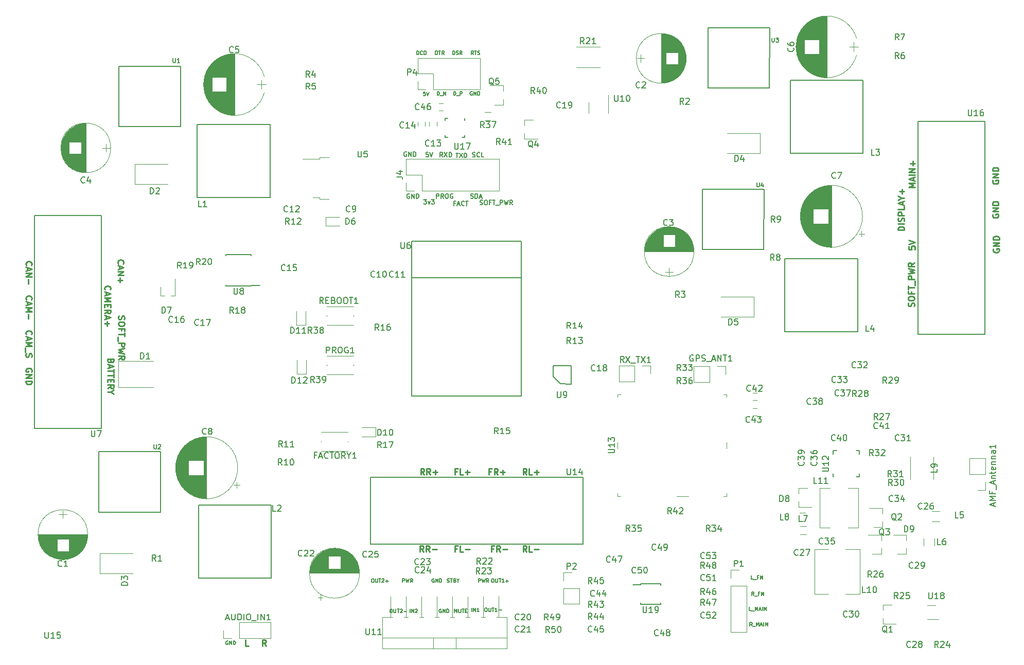
<source format=gbr>
G04 #@! TF.GenerationSoftware,KiCad,Pcbnew,5.0.0-rc2-unknown-2cb65f9~65~ubuntu18.04.1*
G04 #@! TF.CreationDate,2018-06-05T18:41:42-05:00*
G04 #@! TF.ProjectId,open-dash-daughterboard,6F70656E2D646173682D646175676874,rev?*
G04 #@! TF.SameCoordinates,Original*
G04 #@! TF.FileFunction,Legend,Top*
G04 #@! TF.FilePolarity,Positive*
%FSLAX46Y46*%
G04 Gerber Fmt 4.6, Leading zero omitted, Abs format (unit mm)*
G04 Created by KiCad (PCBNEW 5.0.0-rc2-unknown-2cb65f9~65~ubuntu18.04.1) date Tue Jun  5 18:41:42 2018*
%MOMM*%
%LPD*%
G01*
G04 APERTURE LIST*
%ADD10C,0.250000*%
%ADD11C,0.150000*%
%ADD12C,0.187500*%
%ADD13C,0.120000*%
%ADD14C,0.100000*%
G04 APERTURE END LIST*
D10*
X210510380Y-69706857D02*
X209510380Y-69706857D01*
X210224666Y-69373523D01*
X209510380Y-69040190D01*
X210510380Y-69040190D01*
X210224666Y-68611619D02*
X210224666Y-68135428D01*
X210510380Y-68706857D02*
X209510380Y-68373523D01*
X210510380Y-68040190D01*
X210510380Y-67706857D02*
X209510380Y-67706857D01*
X210510380Y-67230666D02*
X209510380Y-67230666D01*
X210510380Y-66659238D01*
X209510380Y-66659238D01*
X210129428Y-66183047D02*
X210129428Y-65421142D01*
X210510380Y-65802095D02*
X209748476Y-65802095D01*
X208732380Y-76763142D02*
X207732380Y-76763142D01*
X207732380Y-76525047D01*
X207780000Y-76382190D01*
X207875238Y-76286952D01*
X207970476Y-76239333D01*
X208160952Y-76191714D01*
X208303809Y-76191714D01*
X208494285Y-76239333D01*
X208589523Y-76286952D01*
X208684761Y-76382190D01*
X208732380Y-76525047D01*
X208732380Y-76763142D01*
X208732380Y-75763142D02*
X207732380Y-75763142D01*
X208684761Y-75334571D02*
X208732380Y-75191714D01*
X208732380Y-74953619D01*
X208684761Y-74858380D01*
X208637142Y-74810761D01*
X208541904Y-74763142D01*
X208446666Y-74763142D01*
X208351428Y-74810761D01*
X208303809Y-74858380D01*
X208256190Y-74953619D01*
X208208571Y-75144095D01*
X208160952Y-75239333D01*
X208113333Y-75286952D01*
X208018095Y-75334571D01*
X207922857Y-75334571D01*
X207827619Y-75286952D01*
X207780000Y-75239333D01*
X207732380Y-75144095D01*
X207732380Y-74906000D01*
X207780000Y-74763142D01*
X208732380Y-74334571D02*
X207732380Y-74334571D01*
X207732380Y-73953619D01*
X207780000Y-73858380D01*
X207827619Y-73810761D01*
X207922857Y-73763142D01*
X208065714Y-73763142D01*
X208160952Y-73810761D01*
X208208571Y-73858380D01*
X208256190Y-73953619D01*
X208256190Y-74334571D01*
X208732380Y-72858380D02*
X208732380Y-73334571D01*
X207732380Y-73334571D01*
X208446666Y-72572666D02*
X208446666Y-72096476D01*
X208732380Y-72667904D02*
X207732380Y-72334571D01*
X208732380Y-72001238D01*
X208256190Y-71477428D02*
X208732380Y-71477428D01*
X207732380Y-71810761D02*
X208256190Y-71477428D01*
X207732380Y-71144095D01*
X208351428Y-70810761D02*
X208351428Y-70048857D01*
X208732380Y-70429809D02*
X207970476Y-70429809D01*
X209510380Y-79438476D02*
X209510380Y-79914666D01*
X209986571Y-79962285D01*
X209938952Y-79914666D01*
X209891333Y-79819428D01*
X209891333Y-79581333D01*
X209938952Y-79486095D01*
X209986571Y-79438476D01*
X210081809Y-79390857D01*
X210319904Y-79390857D01*
X210415142Y-79438476D01*
X210462761Y-79486095D01*
X210510380Y-79581333D01*
X210510380Y-79819428D01*
X210462761Y-79914666D01*
X210415142Y-79962285D01*
X209510380Y-79105142D02*
X210510380Y-78771809D01*
X209510380Y-78438476D01*
X210335761Y-89296428D02*
X210383380Y-89153571D01*
X210383380Y-88915476D01*
X210335761Y-88820238D01*
X210288142Y-88772619D01*
X210192904Y-88725000D01*
X210097666Y-88725000D01*
X210002428Y-88772619D01*
X209954809Y-88820238D01*
X209907190Y-88915476D01*
X209859571Y-89105952D01*
X209811952Y-89201190D01*
X209764333Y-89248809D01*
X209669095Y-89296428D01*
X209573857Y-89296428D01*
X209478619Y-89248809D01*
X209431000Y-89201190D01*
X209383380Y-89105952D01*
X209383380Y-88867857D01*
X209431000Y-88725000D01*
X209383380Y-88105952D02*
X209383380Y-87915476D01*
X209431000Y-87820238D01*
X209526238Y-87725000D01*
X209716714Y-87677380D01*
X210050047Y-87677380D01*
X210240523Y-87725000D01*
X210335761Y-87820238D01*
X210383380Y-87915476D01*
X210383380Y-88105952D01*
X210335761Y-88201190D01*
X210240523Y-88296428D01*
X210050047Y-88344047D01*
X209716714Y-88344047D01*
X209526238Y-88296428D01*
X209431000Y-88201190D01*
X209383380Y-88105952D01*
X209859571Y-86915476D02*
X209859571Y-87248809D01*
X210383380Y-87248809D02*
X209383380Y-87248809D01*
X209383380Y-86772619D01*
X209383380Y-86534523D02*
X209383380Y-85963095D01*
X210383380Y-86248809D02*
X209383380Y-86248809D01*
X210478619Y-85867857D02*
X210478619Y-85105952D01*
X210383380Y-84867857D02*
X209383380Y-84867857D01*
X209383380Y-84486904D01*
X209431000Y-84391666D01*
X209478619Y-84344047D01*
X209573857Y-84296428D01*
X209716714Y-84296428D01*
X209811952Y-84344047D01*
X209859571Y-84391666D01*
X209907190Y-84486904D01*
X209907190Y-84867857D01*
X209383380Y-83963095D02*
X210383380Y-83725000D01*
X209669095Y-83534523D01*
X210383380Y-83344047D01*
X209383380Y-83105952D01*
X210383380Y-82153571D02*
X209907190Y-82486904D01*
X210383380Y-82725000D02*
X209383380Y-82725000D01*
X209383380Y-82344047D01*
X209431000Y-82248809D01*
X209478619Y-82201190D01*
X209573857Y-82153571D01*
X209716714Y-82153571D01*
X209811952Y-82201190D01*
X209859571Y-82248809D01*
X209907190Y-82344047D01*
X209907190Y-82725000D01*
D11*
X183888142Y-134256428D02*
X183602428Y-134256428D01*
X183602428Y-133656428D01*
X183945285Y-134313571D02*
X184402428Y-134313571D01*
X184745285Y-133942142D02*
X184545285Y-133942142D01*
X184545285Y-134256428D02*
X184545285Y-133656428D01*
X184831000Y-133656428D01*
X185059571Y-134256428D02*
X185059571Y-133656428D01*
X185259571Y-134085000D01*
X185459571Y-133656428D01*
X185459571Y-134256428D01*
X184015142Y-136923428D02*
X183815142Y-136637714D01*
X183672285Y-136923428D02*
X183672285Y-136323428D01*
X183900857Y-136323428D01*
X183958000Y-136352000D01*
X183986571Y-136380571D01*
X184015142Y-136437714D01*
X184015142Y-136523428D01*
X183986571Y-136580571D01*
X183958000Y-136609142D01*
X183900857Y-136637714D01*
X183672285Y-136637714D01*
X184129428Y-136980571D02*
X184586571Y-136980571D01*
X184929428Y-136609142D02*
X184729428Y-136609142D01*
X184729428Y-136923428D02*
X184729428Y-136323428D01*
X185015142Y-136323428D01*
X185243714Y-136923428D02*
X185243714Y-136323428D01*
X185443714Y-136752000D01*
X185643714Y-136323428D01*
X185643714Y-136923428D01*
D10*
X103687523Y-145232380D02*
X103354190Y-144756190D01*
X103116095Y-145232380D02*
X103116095Y-144232380D01*
X103497047Y-144232380D01*
X103592285Y-144280000D01*
X103639904Y-144327619D01*
X103687523Y-144422857D01*
X103687523Y-144565714D01*
X103639904Y-144660952D01*
X103592285Y-144708571D01*
X103497047Y-144756190D01*
X103116095Y-144756190D01*
D11*
X140982857Y-134164428D02*
X141097142Y-134164428D01*
X141154285Y-134193000D01*
X141211428Y-134250142D01*
X141240000Y-134364428D01*
X141240000Y-134564428D01*
X141211428Y-134678714D01*
X141154285Y-134735857D01*
X141097142Y-134764428D01*
X140982857Y-134764428D01*
X140925714Y-134735857D01*
X140868571Y-134678714D01*
X140840000Y-134564428D01*
X140840000Y-134364428D01*
X140868571Y-134250142D01*
X140925714Y-134193000D01*
X140982857Y-134164428D01*
X141497142Y-134164428D02*
X141497142Y-134650142D01*
X141525714Y-134707285D01*
X141554285Y-134735857D01*
X141611428Y-134764428D01*
X141725714Y-134764428D01*
X141782857Y-134735857D01*
X141811428Y-134707285D01*
X141840000Y-134650142D01*
X141840000Y-134164428D01*
X142040000Y-134164428D02*
X142382857Y-134164428D01*
X142211428Y-134764428D02*
X142211428Y-134164428D01*
X142897142Y-134764428D02*
X142554285Y-134764428D01*
X142725714Y-134764428D02*
X142725714Y-134164428D01*
X142668571Y-134250142D01*
X142611428Y-134307285D01*
X142554285Y-134335857D01*
X143154285Y-134535857D02*
X143611428Y-134535857D01*
X143382857Y-134764428D02*
X143382857Y-134307285D01*
D10*
X135136047Y-129214571D02*
X134802714Y-129214571D01*
X134802714Y-129738380D02*
X134802714Y-128738380D01*
X135278904Y-128738380D01*
X136136047Y-129738380D02*
X135659857Y-129738380D01*
X135659857Y-128738380D01*
X136469380Y-129357428D02*
X137231285Y-129357428D01*
X129619476Y-129738380D02*
X129286142Y-129262190D01*
X129048047Y-129738380D02*
X129048047Y-128738380D01*
X129429000Y-128738380D01*
X129524238Y-128786000D01*
X129571857Y-128833619D01*
X129619476Y-128928857D01*
X129619476Y-129071714D01*
X129571857Y-129166952D01*
X129524238Y-129214571D01*
X129429000Y-129262190D01*
X129048047Y-129262190D01*
X130619476Y-129738380D02*
X130286142Y-129262190D01*
X130048047Y-129738380D02*
X130048047Y-128738380D01*
X130429000Y-128738380D01*
X130524238Y-128786000D01*
X130571857Y-128833619D01*
X130619476Y-128928857D01*
X130619476Y-129071714D01*
X130571857Y-129166952D01*
X130524238Y-129214571D01*
X130429000Y-129262190D01*
X130048047Y-129262190D01*
X131048047Y-129357428D02*
X131809952Y-129357428D01*
X141136809Y-129214571D02*
X140803476Y-129214571D01*
X140803476Y-129738380D02*
X140803476Y-128738380D01*
X141279666Y-128738380D01*
X142232047Y-129738380D02*
X141898714Y-129262190D01*
X141660619Y-129738380D02*
X141660619Y-128738380D01*
X142041571Y-128738380D01*
X142136809Y-128786000D01*
X142184428Y-128833619D01*
X142232047Y-128928857D01*
X142232047Y-129071714D01*
X142184428Y-129166952D01*
X142136809Y-129214571D01*
X142041571Y-129262190D01*
X141660619Y-129262190D01*
X142660619Y-129357428D02*
X143422523Y-129357428D01*
X146605714Y-129738380D02*
X146272380Y-129262190D01*
X146034285Y-129738380D02*
X146034285Y-128738380D01*
X146415238Y-128738380D01*
X146510476Y-128786000D01*
X146558095Y-128833619D01*
X146605714Y-128928857D01*
X146605714Y-129071714D01*
X146558095Y-129166952D01*
X146510476Y-129214571D01*
X146415238Y-129262190D01*
X146034285Y-129262190D01*
X147510476Y-129738380D02*
X147034285Y-129738380D01*
X147034285Y-128738380D01*
X147843809Y-129357428D02*
X148605714Y-129357428D01*
X146605714Y-117038380D02*
X146272380Y-116562190D01*
X146034285Y-117038380D02*
X146034285Y-116038380D01*
X146415238Y-116038380D01*
X146510476Y-116086000D01*
X146558095Y-116133619D01*
X146605714Y-116228857D01*
X146605714Y-116371714D01*
X146558095Y-116466952D01*
X146510476Y-116514571D01*
X146415238Y-116562190D01*
X146034285Y-116562190D01*
X147510476Y-117038380D02*
X147034285Y-117038380D01*
X147034285Y-116038380D01*
X147843809Y-116657428D02*
X148605714Y-116657428D01*
X148224761Y-117038380D02*
X148224761Y-116276476D01*
X140755809Y-116514571D02*
X140422476Y-116514571D01*
X140422476Y-117038380D02*
X140422476Y-116038380D01*
X140898666Y-116038380D01*
X141851047Y-117038380D02*
X141517714Y-116562190D01*
X141279619Y-117038380D02*
X141279619Y-116038380D01*
X141660571Y-116038380D01*
X141755809Y-116086000D01*
X141803428Y-116133619D01*
X141851047Y-116228857D01*
X141851047Y-116371714D01*
X141803428Y-116466952D01*
X141755809Y-116514571D01*
X141660571Y-116562190D01*
X141279619Y-116562190D01*
X142279619Y-116657428D02*
X143041523Y-116657428D01*
X142660571Y-117038380D02*
X142660571Y-116276476D01*
X135136047Y-116514571D02*
X134802714Y-116514571D01*
X134802714Y-117038380D02*
X134802714Y-116038380D01*
X135278904Y-116038380D01*
X136136047Y-117038380D02*
X135659857Y-117038380D01*
X135659857Y-116038380D01*
X136469380Y-116657428D02*
X137231285Y-116657428D01*
X136850333Y-117038380D02*
X136850333Y-116276476D01*
X64285857Y-93956380D02*
X64238238Y-93908761D01*
X64190619Y-93765904D01*
X64190619Y-93670666D01*
X64238238Y-93527809D01*
X64333476Y-93432571D01*
X64428714Y-93384952D01*
X64619190Y-93337333D01*
X64762047Y-93337333D01*
X64952523Y-93384952D01*
X65047761Y-93432571D01*
X65143000Y-93527809D01*
X65190619Y-93670666D01*
X65190619Y-93765904D01*
X65143000Y-93908761D01*
X65095380Y-93956380D01*
X64476333Y-94337333D02*
X64476333Y-94813523D01*
X64190619Y-94242095D02*
X65190619Y-94575428D01*
X64190619Y-94908761D01*
X64190619Y-95242095D02*
X65190619Y-95242095D01*
X64476333Y-95575428D01*
X65190619Y-95908761D01*
X64190619Y-95908761D01*
X64095380Y-96146857D02*
X64095380Y-96908761D01*
X64238238Y-97099238D02*
X64190619Y-97242095D01*
X64190619Y-97480190D01*
X64238238Y-97575428D01*
X64285857Y-97623047D01*
X64381095Y-97670666D01*
X64476333Y-97670666D01*
X64571571Y-97623047D01*
X64619190Y-97575428D01*
X64666809Y-97480190D01*
X64714428Y-97289714D01*
X64762047Y-97194476D01*
X64809666Y-97146857D01*
X64904904Y-97099238D01*
X65000142Y-97099238D01*
X65095380Y-97146857D01*
X65143000Y-97194476D01*
X65190619Y-97289714D01*
X65190619Y-97527809D01*
X65143000Y-97670666D01*
X64285857Y-88225476D02*
X64238238Y-88177857D01*
X64190619Y-88035000D01*
X64190619Y-87939761D01*
X64238238Y-87796904D01*
X64333476Y-87701666D01*
X64428714Y-87654047D01*
X64619190Y-87606428D01*
X64762047Y-87606428D01*
X64952523Y-87654047D01*
X65047761Y-87701666D01*
X65143000Y-87796904D01*
X65190619Y-87939761D01*
X65190619Y-88035000D01*
X65143000Y-88177857D01*
X65095380Y-88225476D01*
X64476333Y-88606428D02*
X64476333Y-89082619D01*
X64190619Y-88511190D02*
X65190619Y-88844523D01*
X64190619Y-89177857D01*
X64190619Y-89511190D02*
X65190619Y-89511190D01*
X64476333Y-89844523D01*
X65190619Y-90177857D01*
X64190619Y-90177857D01*
X64571571Y-90654047D02*
X64571571Y-91415952D01*
X64285857Y-82558095D02*
X64238238Y-82510476D01*
X64190619Y-82367619D01*
X64190619Y-82272380D01*
X64238238Y-82129523D01*
X64333476Y-82034285D01*
X64428714Y-81986666D01*
X64619190Y-81939047D01*
X64762047Y-81939047D01*
X64952523Y-81986666D01*
X65047761Y-82034285D01*
X65143000Y-82129523D01*
X65190619Y-82272380D01*
X65190619Y-82367619D01*
X65143000Y-82510476D01*
X65095380Y-82558095D01*
X64476333Y-82939047D02*
X64476333Y-83415238D01*
X64190619Y-82843809D02*
X65190619Y-83177142D01*
X64190619Y-83510476D01*
X64190619Y-83843809D02*
X65190619Y-83843809D01*
X64190619Y-84415238D01*
X65190619Y-84415238D01*
X64571571Y-84891428D02*
X64571571Y-85653333D01*
X79398857Y-82304095D02*
X79351238Y-82256476D01*
X79303619Y-82113619D01*
X79303619Y-82018380D01*
X79351238Y-81875523D01*
X79446476Y-81780285D01*
X79541714Y-81732666D01*
X79732190Y-81685047D01*
X79875047Y-81685047D01*
X80065523Y-81732666D01*
X80160761Y-81780285D01*
X80256000Y-81875523D01*
X80303619Y-82018380D01*
X80303619Y-82113619D01*
X80256000Y-82256476D01*
X80208380Y-82304095D01*
X79589333Y-82685047D02*
X79589333Y-83161238D01*
X79303619Y-82589809D02*
X80303619Y-82923142D01*
X79303619Y-83256476D01*
X79303619Y-83589809D02*
X80303619Y-83589809D01*
X79303619Y-84161238D01*
X80303619Y-84161238D01*
X79684571Y-84637428D02*
X79684571Y-85399333D01*
X79303619Y-85018380D02*
X80065523Y-85018380D01*
X77239857Y-86590523D02*
X77192238Y-86542904D01*
X77144619Y-86400047D01*
X77144619Y-86304809D01*
X77192238Y-86161952D01*
X77287476Y-86066714D01*
X77382714Y-86019095D01*
X77573190Y-85971476D01*
X77716047Y-85971476D01*
X77906523Y-86019095D01*
X78001761Y-86066714D01*
X78097000Y-86161952D01*
X78144619Y-86304809D01*
X78144619Y-86400047D01*
X78097000Y-86542904D01*
X78049380Y-86590523D01*
X77430333Y-86971476D02*
X77430333Y-87447666D01*
X77144619Y-86876238D02*
X78144619Y-87209571D01*
X77144619Y-87542904D01*
X77144619Y-87876238D02*
X78144619Y-87876238D01*
X77430333Y-88209571D01*
X78144619Y-88542904D01*
X77144619Y-88542904D01*
X77668428Y-89019095D02*
X77668428Y-89352428D01*
X77144619Y-89495285D02*
X77144619Y-89019095D01*
X78144619Y-89019095D01*
X78144619Y-89495285D01*
X77144619Y-90495285D02*
X77620809Y-90161952D01*
X77144619Y-89923857D02*
X78144619Y-89923857D01*
X78144619Y-90304809D01*
X78097000Y-90400047D01*
X78049380Y-90447666D01*
X77954142Y-90495285D01*
X77811285Y-90495285D01*
X77716047Y-90447666D01*
X77668428Y-90400047D01*
X77620809Y-90304809D01*
X77620809Y-89923857D01*
X77430333Y-90876238D02*
X77430333Y-91352428D01*
X77144619Y-90781000D02*
X78144619Y-91114333D01*
X77144619Y-91447666D01*
X77525571Y-91781000D02*
X77525571Y-92542904D01*
X77144619Y-92161952D02*
X77906523Y-92161952D01*
X78176428Y-98300000D02*
X78128809Y-98442857D01*
X78081190Y-98490476D01*
X77985952Y-98538095D01*
X77843095Y-98538095D01*
X77747857Y-98490476D01*
X77700238Y-98442857D01*
X77652619Y-98347619D01*
X77652619Y-97966666D01*
X78652619Y-97966666D01*
X78652619Y-98300000D01*
X78605000Y-98395238D01*
X78557380Y-98442857D01*
X78462142Y-98490476D01*
X78366904Y-98490476D01*
X78271666Y-98442857D01*
X78224047Y-98395238D01*
X78176428Y-98300000D01*
X78176428Y-97966666D01*
X77938333Y-98919047D02*
X77938333Y-99395238D01*
X77652619Y-98823809D02*
X78652619Y-99157142D01*
X77652619Y-99490476D01*
X78652619Y-99680952D02*
X78652619Y-100252380D01*
X77652619Y-99966666D02*
X78652619Y-99966666D01*
X78652619Y-100442857D02*
X78652619Y-101014285D01*
X77652619Y-100728571D02*
X78652619Y-100728571D01*
X78176428Y-101347619D02*
X78176428Y-101680952D01*
X77652619Y-101823809D02*
X77652619Y-101347619D01*
X78652619Y-101347619D01*
X78652619Y-101823809D01*
X77652619Y-102823809D02*
X78128809Y-102490476D01*
X77652619Y-102252380D02*
X78652619Y-102252380D01*
X78652619Y-102633333D01*
X78605000Y-102728571D01*
X78557380Y-102776190D01*
X78462142Y-102823809D01*
X78319285Y-102823809D01*
X78224047Y-102776190D01*
X78176428Y-102728571D01*
X78128809Y-102633333D01*
X78128809Y-102252380D01*
X78128809Y-103442857D02*
X77652619Y-103442857D01*
X78652619Y-103109523D02*
X78128809Y-103442857D01*
X78652619Y-103776190D01*
D11*
X131368857Y-134200000D02*
X131311714Y-134171428D01*
X131226000Y-134171428D01*
X131140285Y-134200000D01*
X131083142Y-134257142D01*
X131054571Y-134314285D01*
X131026000Y-134428571D01*
X131026000Y-134514285D01*
X131054571Y-134628571D01*
X131083142Y-134685714D01*
X131140285Y-134742857D01*
X131226000Y-134771428D01*
X131283142Y-134771428D01*
X131368857Y-134742857D01*
X131397428Y-134714285D01*
X131397428Y-134514285D01*
X131283142Y-134514285D01*
X131654571Y-134771428D02*
X131654571Y-134171428D01*
X131997428Y-134771428D01*
X131997428Y-134171428D01*
X132283142Y-134771428D02*
X132283142Y-134171428D01*
X132426000Y-134171428D01*
X132511714Y-134200000D01*
X132568857Y-134257142D01*
X132597428Y-134314285D01*
X132626000Y-134428571D01*
X132626000Y-134514285D01*
X132597428Y-134628571D01*
X132568857Y-134685714D01*
X132511714Y-134742857D01*
X132426000Y-134771428D01*
X132283142Y-134771428D01*
X133542857Y-134742857D02*
X133628571Y-134771428D01*
X133771428Y-134771428D01*
X133828571Y-134742857D01*
X133857142Y-134714285D01*
X133885714Y-134657142D01*
X133885714Y-134600000D01*
X133857142Y-134542857D01*
X133828571Y-134514285D01*
X133771428Y-134485714D01*
X133657142Y-134457142D01*
X133600000Y-134428571D01*
X133571428Y-134400000D01*
X133542857Y-134342857D01*
X133542857Y-134285714D01*
X133571428Y-134228571D01*
X133600000Y-134200000D01*
X133657142Y-134171428D01*
X133800000Y-134171428D01*
X133885714Y-134200000D01*
X134057142Y-134171428D02*
X134400000Y-134171428D01*
X134228571Y-134771428D02*
X134228571Y-134171428D01*
X134800000Y-134457142D02*
X134885714Y-134485714D01*
X134914285Y-134514285D01*
X134942857Y-134571428D01*
X134942857Y-134657142D01*
X134914285Y-134714285D01*
X134885714Y-134742857D01*
X134828571Y-134771428D01*
X134600000Y-134771428D01*
X134600000Y-134171428D01*
X134800000Y-134171428D01*
X134857142Y-134200000D01*
X134885714Y-134228571D01*
X134914285Y-134285714D01*
X134914285Y-134342857D01*
X134885714Y-134400000D01*
X134857142Y-134428571D01*
X134800000Y-134457142D01*
X134600000Y-134457142D01*
X135314285Y-134485714D02*
X135314285Y-134771428D01*
X135114285Y-134171428D02*
X135314285Y-134485714D01*
X135514285Y-134171428D01*
X137576000Y-139590428D02*
X137576000Y-138990428D01*
X137861714Y-139590428D02*
X137861714Y-138990428D01*
X138204571Y-139590428D01*
X138204571Y-138990428D01*
X138804571Y-139590428D02*
X138461714Y-139590428D01*
X138633142Y-139590428D02*
X138633142Y-138990428D01*
X138576000Y-139076142D01*
X138518857Y-139133285D01*
X138461714Y-139161857D01*
X134748714Y-139771428D02*
X134748714Y-139171428D01*
X134948714Y-139600000D01*
X135148714Y-139171428D01*
X135148714Y-139771428D01*
X135434428Y-139171428D02*
X135434428Y-139657142D01*
X135463000Y-139714285D01*
X135491571Y-139742857D01*
X135548714Y-139771428D01*
X135663000Y-139771428D01*
X135720142Y-139742857D01*
X135748714Y-139714285D01*
X135777285Y-139657142D01*
X135777285Y-139171428D01*
X135977285Y-139171428D02*
X136320142Y-139171428D01*
X136148714Y-139771428D02*
X136148714Y-139171428D01*
X136520142Y-139457142D02*
X136720142Y-139457142D01*
X136805857Y-139771428D02*
X136520142Y-139771428D01*
X136520142Y-139171428D01*
X136805857Y-139171428D01*
X132542857Y-139200000D02*
X132485714Y-139171428D01*
X132400000Y-139171428D01*
X132314285Y-139200000D01*
X132257142Y-139257142D01*
X132228571Y-139314285D01*
X132200000Y-139428571D01*
X132200000Y-139514285D01*
X132228571Y-139628571D01*
X132257142Y-139685714D01*
X132314285Y-139742857D01*
X132400000Y-139771428D01*
X132457142Y-139771428D01*
X132542857Y-139742857D01*
X132571428Y-139714285D01*
X132571428Y-139514285D01*
X132457142Y-139514285D01*
X132828571Y-139771428D02*
X132828571Y-139171428D01*
X133171428Y-139771428D01*
X133171428Y-139171428D01*
X133457142Y-139771428D02*
X133457142Y-139171428D01*
X133600000Y-139171428D01*
X133685714Y-139200000D01*
X133742857Y-139257142D01*
X133771428Y-139314285D01*
X133800000Y-139428571D01*
X133800000Y-139514285D01*
X133771428Y-139628571D01*
X133742857Y-139685714D01*
X133685714Y-139742857D01*
X133600000Y-139771428D01*
X133457142Y-139771428D01*
X121242857Y-134171428D02*
X121357142Y-134171428D01*
X121414285Y-134200000D01*
X121471428Y-134257142D01*
X121500000Y-134371428D01*
X121500000Y-134571428D01*
X121471428Y-134685714D01*
X121414285Y-134742857D01*
X121357142Y-134771428D01*
X121242857Y-134771428D01*
X121185714Y-134742857D01*
X121128571Y-134685714D01*
X121100000Y-134571428D01*
X121100000Y-134371428D01*
X121128571Y-134257142D01*
X121185714Y-134200000D01*
X121242857Y-134171428D01*
X121757142Y-134171428D02*
X121757142Y-134657142D01*
X121785714Y-134714285D01*
X121814285Y-134742857D01*
X121871428Y-134771428D01*
X121985714Y-134771428D01*
X122042857Y-134742857D01*
X122071428Y-134714285D01*
X122100000Y-134657142D01*
X122100000Y-134171428D01*
X122300000Y-134171428D02*
X122642857Y-134171428D01*
X122471428Y-134771428D02*
X122471428Y-134171428D01*
X122814285Y-134228571D02*
X122842857Y-134200000D01*
X122900000Y-134171428D01*
X123042857Y-134171428D01*
X123100000Y-134200000D01*
X123128571Y-134228571D01*
X123157142Y-134285714D01*
X123157142Y-134342857D01*
X123128571Y-134428571D01*
X122785714Y-134771428D01*
X123157142Y-134771428D01*
X123414285Y-134542857D02*
X123871428Y-134542857D01*
X123642857Y-134771428D02*
X123642857Y-134314285D01*
X138700000Y-134771428D02*
X138700000Y-134171428D01*
X138928571Y-134171428D01*
X138985714Y-134200000D01*
X139014285Y-134228571D01*
X139042857Y-134285714D01*
X139042857Y-134371428D01*
X139014285Y-134428571D01*
X138985714Y-134457142D01*
X138928571Y-134485714D01*
X138700000Y-134485714D01*
X139242857Y-134171428D02*
X139385714Y-134771428D01*
X139500000Y-134342857D01*
X139614285Y-134771428D01*
X139757142Y-134171428D01*
X140328571Y-134771428D02*
X140128571Y-134485714D01*
X139985714Y-134771428D02*
X139985714Y-134171428D01*
X140214285Y-134171428D01*
X140271428Y-134200000D01*
X140300000Y-134228571D01*
X140328571Y-134285714D01*
X140328571Y-134371428D01*
X140300000Y-134428571D01*
X140271428Y-134457142D01*
X140214285Y-134485714D01*
X139985714Y-134485714D01*
X126200000Y-134771428D02*
X126200000Y-134171428D01*
X126428571Y-134171428D01*
X126485714Y-134200000D01*
X126514285Y-134228571D01*
X126542857Y-134285714D01*
X126542857Y-134371428D01*
X126514285Y-134428571D01*
X126485714Y-134457142D01*
X126428571Y-134485714D01*
X126200000Y-134485714D01*
X126742857Y-134171428D02*
X126885714Y-134771428D01*
X127000000Y-134342857D01*
X127114285Y-134771428D01*
X127257142Y-134171428D01*
X127828571Y-134771428D02*
X127628571Y-134485714D01*
X127485714Y-134771428D02*
X127485714Y-134171428D01*
X127714285Y-134171428D01*
X127771428Y-134200000D01*
X127800000Y-134228571D01*
X127828571Y-134285714D01*
X127828571Y-134371428D01*
X127800000Y-134428571D01*
X127771428Y-134457142D01*
X127714285Y-134485714D01*
X127485714Y-134485714D01*
X127400000Y-139771428D02*
X127400000Y-139171428D01*
X127685714Y-139771428D02*
X127685714Y-139171428D01*
X128028571Y-139771428D01*
X128028571Y-139171428D01*
X128285714Y-139228571D02*
X128314285Y-139200000D01*
X128371428Y-139171428D01*
X128514285Y-139171428D01*
X128571428Y-139200000D01*
X128600000Y-139228571D01*
X128628571Y-139285714D01*
X128628571Y-139342857D01*
X128600000Y-139428571D01*
X128257142Y-139771428D01*
X128628571Y-139771428D01*
X124242857Y-139171428D02*
X124357142Y-139171428D01*
X124414285Y-139200000D01*
X124471428Y-139257142D01*
X124500000Y-139371428D01*
X124500000Y-139571428D01*
X124471428Y-139685714D01*
X124414285Y-139742857D01*
X124357142Y-139771428D01*
X124242857Y-139771428D01*
X124185714Y-139742857D01*
X124128571Y-139685714D01*
X124100000Y-139571428D01*
X124100000Y-139371428D01*
X124128571Y-139257142D01*
X124185714Y-139200000D01*
X124242857Y-139171428D01*
X124757142Y-139171428D02*
X124757142Y-139657142D01*
X124785714Y-139714285D01*
X124814285Y-139742857D01*
X124871428Y-139771428D01*
X124985714Y-139771428D01*
X125042857Y-139742857D01*
X125071428Y-139714285D01*
X125100000Y-139657142D01*
X125100000Y-139171428D01*
X125300000Y-139171428D02*
X125642857Y-139171428D01*
X125471428Y-139771428D02*
X125471428Y-139171428D01*
X125814285Y-139228571D02*
X125842857Y-139200000D01*
X125900000Y-139171428D01*
X126042857Y-139171428D01*
X126100000Y-139200000D01*
X126128571Y-139228571D01*
X126157142Y-139285714D01*
X126157142Y-139342857D01*
X126128571Y-139428571D01*
X125785714Y-139771428D01*
X126157142Y-139771428D01*
X126414285Y-139542857D02*
X126871428Y-139542857D01*
X183550000Y-139421428D02*
X183264285Y-139421428D01*
X183264285Y-138821428D01*
X183607142Y-139478571D02*
X184064285Y-139478571D01*
X184207142Y-139421428D02*
X184207142Y-138821428D01*
X184407142Y-139250000D01*
X184607142Y-138821428D01*
X184607142Y-139421428D01*
X184864285Y-139250000D02*
X185150000Y-139250000D01*
X184807142Y-139421428D02*
X185007142Y-138821428D01*
X185207142Y-139421428D01*
X185407142Y-139421428D02*
X185407142Y-138821428D01*
X185692857Y-139421428D02*
X185692857Y-138821428D01*
X186035714Y-139421428D01*
X186035714Y-138821428D01*
X183700000Y-141971428D02*
X183500000Y-141685714D01*
X183357142Y-141971428D02*
X183357142Y-141371428D01*
X183585714Y-141371428D01*
X183642857Y-141400000D01*
X183671428Y-141428571D01*
X183700000Y-141485714D01*
X183700000Y-141571428D01*
X183671428Y-141628571D01*
X183642857Y-141657142D01*
X183585714Y-141685714D01*
X183357142Y-141685714D01*
X183814285Y-142028571D02*
X184271428Y-142028571D01*
X184414285Y-141971428D02*
X184414285Y-141371428D01*
X184614285Y-141800000D01*
X184814285Y-141371428D01*
X184814285Y-141971428D01*
X185071428Y-141800000D02*
X185357142Y-141800000D01*
X185014285Y-141971428D02*
X185214285Y-141371428D01*
X185414285Y-141971428D01*
X185614285Y-141971428D02*
X185614285Y-141371428D01*
X185900000Y-141971428D02*
X185900000Y-141371428D01*
X186242857Y-141971428D01*
X186242857Y-141371428D01*
D10*
X100809523Y-145252380D02*
X100333333Y-145252380D01*
X100333333Y-144252380D01*
D11*
X97442857Y-144450000D02*
X97385714Y-144421428D01*
X97300000Y-144421428D01*
X97214285Y-144450000D01*
X97157142Y-144507142D01*
X97128571Y-144564285D01*
X97100000Y-144678571D01*
X97100000Y-144764285D01*
X97128571Y-144878571D01*
X97157142Y-144935714D01*
X97214285Y-144992857D01*
X97300000Y-145021428D01*
X97357142Y-145021428D01*
X97442857Y-144992857D01*
X97471428Y-144964285D01*
X97471428Y-144764285D01*
X97357142Y-144764285D01*
X97728571Y-145021428D02*
X97728571Y-144421428D01*
X98071428Y-145021428D01*
X98071428Y-144421428D01*
X98357142Y-145021428D02*
X98357142Y-144421428D01*
X98500000Y-144421428D01*
X98585714Y-144450000D01*
X98642857Y-144507142D01*
X98671428Y-144564285D01*
X98700000Y-144678571D01*
X98700000Y-144764285D01*
X98671428Y-144878571D01*
X98642857Y-144935714D01*
X98585714Y-144992857D01*
X98500000Y-145021428D01*
X98357142Y-145021428D01*
D10*
X79478238Y-90916571D02*
X79430619Y-91059428D01*
X79430619Y-91297523D01*
X79478238Y-91392761D01*
X79525857Y-91440380D01*
X79621095Y-91488000D01*
X79716333Y-91488000D01*
X79811571Y-91440380D01*
X79859190Y-91392761D01*
X79906809Y-91297523D01*
X79954428Y-91107047D01*
X80002047Y-91011809D01*
X80049666Y-90964190D01*
X80144904Y-90916571D01*
X80240142Y-90916571D01*
X80335380Y-90964190D01*
X80383000Y-91011809D01*
X80430619Y-91107047D01*
X80430619Y-91345142D01*
X80383000Y-91488000D01*
X80430619Y-92107047D02*
X80430619Y-92297523D01*
X80383000Y-92392761D01*
X80287761Y-92488000D01*
X80097285Y-92535619D01*
X79763952Y-92535619D01*
X79573476Y-92488000D01*
X79478238Y-92392761D01*
X79430619Y-92297523D01*
X79430619Y-92107047D01*
X79478238Y-92011809D01*
X79573476Y-91916571D01*
X79763952Y-91868952D01*
X80097285Y-91868952D01*
X80287761Y-91916571D01*
X80383000Y-92011809D01*
X80430619Y-92107047D01*
X79954428Y-93297523D02*
X79954428Y-92964190D01*
X79430619Y-92964190D02*
X80430619Y-92964190D01*
X80430619Y-93440380D01*
X80430619Y-93678476D02*
X80430619Y-94249904D01*
X79430619Y-93964190D02*
X80430619Y-93964190D01*
X79335380Y-94345142D02*
X79335380Y-95107047D01*
X79430619Y-95345142D02*
X80430619Y-95345142D01*
X80430619Y-95726095D01*
X80383000Y-95821333D01*
X80335380Y-95868952D01*
X80240142Y-95916571D01*
X80097285Y-95916571D01*
X80002047Y-95868952D01*
X79954428Y-95821333D01*
X79906809Y-95726095D01*
X79906809Y-95345142D01*
X80430619Y-96249904D02*
X79430619Y-96488000D01*
X80144904Y-96678476D01*
X79430619Y-96868952D01*
X80430619Y-97107047D01*
X79430619Y-98059428D02*
X79906809Y-97726095D01*
X79430619Y-97488000D02*
X80430619Y-97488000D01*
X80430619Y-97868952D01*
X80383000Y-97964190D01*
X80335380Y-98011809D01*
X80240142Y-98059428D01*
X80097285Y-98059428D01*
X80002047Y-98011809D01*
X79954428Y-97964190D01*
X79906809Y-97868952D01*
X79906809Y-97488000D01*
D11*
X139842857Y-138971428D02*
X139957142Y-138971428D01*
X140014285Y-139000000D01*
X140071428Y-139057142D01*
X140100000Y-139171428D01*
X140100000Y-139371428D01*
X140071428Y-139485714D01*
X140014285Y-139542857D01*
X139957142Y-139571428D01*
X139842857Y-139571428D01*
X139785714Y-139542857D01*
X139728571Y-139485714D01*
X139700000Y-139371428D01*
X139700000Y-139171428D01*
X139728571Y-139057142D01*
X139785714Y-139000000D01*
X139842857Y-138971428D01*
X140357142Y-138971428D02*
X140357142Y-139457142D01*
X140385714Y-139514285D01*
X140414285Y-139542857D01*
X140471428Y-139571428D01*
X140585714Y-139571428D01*
X140642857Y-139542857D01*
X140671428Y-139514285D01*
X140700000Y-139457142D01*
X140700000Y-138971428D01*
X140900000Y-138971428D02*
X141242857Y-138971428D01*
X141071428Y-139571428D02*
X141071428Y-138971428D01*
X141757142Y-139571428D02*
X141414285Y-139571428D01*
X141585714Y-139571428D02*
X141585714Y-138971428D01*
X141528571Y-139057142D01*
X141471428Y-139114285D01*
X141414285Y-139142857D01*
X142014285Y-139342857D02*
X142471428Y-139342857D01*
D10*
X129746476Y-117038380D02*
X129413142Y-116562190D01*
X129175047Y-117038380D02*
X129175047Y-116038380D01*
X129556000Y-116038380D01*
X129651238Y-116086000D01*
X129698857Y-116133619D01*
X129746476Y-116228857D01*
X129746476Y-116371714D01*
X129698857Y-116466952D01*
X129651238Y-116514571D01*
X129556000Y-116562190D01*
X129175047Y-116562190D01*
X130746476Y-117038380D02*
X130413142Y-116562190D01*
X130175047Y-117038380D02*
X130175047Y-116038380D01*
X130556000Y-116038380D01*
X130651238Y-116086000D01*
X130698857Y-116133619D01*
X130746476Y-116228857D01*
X130746476Y-116371714D01*
X130698857Y-116466952D01*
X130651238Y-116514571D01*
X130556000Y-116562190D01*
X130175047Y-116562190D01*
X131175047Y-116657428D02*
X131936952Y-116657428D01*
X131556000Y-117038380D02*
X131556000Y-116276476D01*
D12*
X130413142Y-63978285D02*
X130056000Y-63978285D01*
X130020285Y-64335428D01*
X130056000Y-64299714D01*
X130127428Y-64264000D01*
X130306000Y-64264000D01*
X130377428Y-64299714D01*
X130413142Y-64335428D01*
X130448857Y-64406857D01*
X130448857Y-64585428D01*
X130413142Y-64656857D01*
X130377428Y-64692571D01*
X130306000Y-64728285D01*
X130127428Y-64728285D01*
X130056000Y-64692571D01*
X130020285Y-64656857D01*
X130663142Y-63978285D02*
X130913142Y-64728285D01*
X131163142Y-63978285D01*
X132800000Y-64739285D02*
X132550000Y-64382142D01*
X132371428Y-64739285D02*
X132371428Y-63989285D01*
X132657142Y-63989285D01*
X132728571Y-64025000D01*
X132764285Y-64060714D01*
X132800000Y-64132142D01*
X132800000Y-64239285D01*
X132764285Y-64310714D01*
X132728571Y-64346428D01*
X132657142Y-64382142D01*
X132371428Y-64382142D01*
X133050000Y-63989285D02*
X133550000Y-64739285D01*
X133550000Y-63989285D02*
X133050000Y-64739285D01*
X133835714Y-64739285D02*
X133835714Y-63989285D01*
X134014285Y-63989285D01*
X134121428Y-64025000D01*
X134192857Y-64096428D01*
X134228571Y-64167857D01*
X134264285Y-64310714D01*
X134264285Y-64417857D01*
X134228571Y-64560714D01*
X134192857Y-64632142D01*
X134121428Y-64703571D01*
X134014285Y-64739285D01*
X133835714Y-64739285D01*
X134953571Y-64089285D02*
X135382142Y-64089285D01*
X135167857Y-64839285D02*
X135167857Y-64089285D01*
X135560714Y-64089285D02*
X136060714Y-64839285D01*
X136060714Y-64089285D02*
X135560714Y-64839285D01*
X136346428Y-64839285D02*
X136346428Y-64089285D01*
X136525000Y-64089285D01*
X136632142Y-64125000D01*
X136703571Y-64196428D01*
X136739285Y-64267857D01*
X136775000Y-64410714D01*
X136775000Y-64517857D01*
X136739285Y-64660714D01*
X136703571Y-64732142D01*
X136632142Y-64803571D01*
X136525000Y-64839285D01*
X136346428Y-64839285D01*
X137707142Y-64703571D02*
X137814285Y-64739285D01*
X137992857Y-64739285D01*
X138064285Y-64703571D01*
X138100000Y-64667857D01*
X138135714Y-64596428D01*
X138135714Y-64525000D01*
X138100000Y-64453571D01*
X138064285Y-64417857D01*
X137992857Y-64382142D01*
X137850000Y-64346428D01*
X137778571Y-64310714D01*
X137742857Y-64275000D01*
X137707142Y-64203571D01*
X137707142Y-64132142D01*
X137742857Y-64060714D01*
X137778571Y-64025000D01*
X137850000Y-63989285D01*
X138028571Y-63989285D01*
X138135714Y-64025000D01*
X138885714Y-64667857D02*
X138850000Y-64703571D01*
X138742857Y-64739285D01*
X138671428Y-64739285D01*
X138564285Y-64703571D01*
X138492857Y-64632142D01*
X138457142Y-64560714D01*
X138421428Y-64417857D01*
X138421428Y-64310714D01*
X138457142Y-64167857D01*
X138492857Y-64096428D01*
X138564285Y-64025000D01*
X138671428Y-63989285D01*
X138742857Y-63989285D01*
X138850000Y-64025000D01*
X138885714Y-64060714D01*
X139564285Y-64739285D02*
X139207142Y-64739285D01*
X139207142Y-63989285D01*
X138926428Y-72566571D02*
X139033571Y-72602285D01*
X139212142Y-72602285D01*
X139283571Y-72566571D01*
X139319285Y-72530857D01*
X139355000Y-72459428D01*
X139355000Y-72388000D01*
X139319285Y-72316571D01*
X139283571Y-72280857D01*
X139212142Y-72245142D01*
X139069285Y-72209428D01*
X138997857Y-72173714D01*
X138962142Y-72138000D01*
X138926428Y-72066571D01*
X138926428Y-71995142D01*
X138962142Y-71923714D01*
X138997857Y-71888000D01*
X139069285Y-71852285D01*
X139247857Y-71852285D01*
X139355000Y-71888000D01*
X139819285Y-71852285D02*
X139962142Y-71852285D01*
X140033571Y-71888000D01*
X140105000Y-71959428D01*
X140140714Y-72102285D01*
X140140714Y-72352285D01*
X140105000Y-72495142D01*
X140033571Y-72566571D01*
X139962142Y-72602285D01*
X139819285Y-72602285D01*
X139747857Y-72566571D01*
X139676428Y-72495142D01*
X139640714Y-72352285D01*
X139640714Y-72102285D01*
X139676428Y-71959428D01*
X139747857Y-71888000D01*
X139819285Y-71852285D01*
X140712142Y-72209428D02*
X140462142Y-72209428D01*
X140462142Y-72602285D02*
X140462142Y-71852285D01*
X140819285Y-71852285D01*
X140997857Y-71852285D02*
X141426428Y-71852285D01*
X141212142Y-72602285D02*
X141212142Y-71852285D01*
X141497857Y-72673714D02*
X142069285Y-72673714D01*
X142247857Y-72602285D02*
X142247857Y-71852285D01*
X142533571Y-71852285D01*
X142605000Y-71888000D01*
X142640714Y-71923714D01*
X142676428Y-71995142D01*
X142676428Y-72102285D01*
X142640714Y-72173714D01*
X142605000Y-72209428D01*
X142533571Y-72245142D01*
X142247857Y-72245142D01*
X142926428Y-71852285D02*
X143105000Y-72602285D01*
X143247857Y-72066571D01*
X143390714Y-72602285D01*
X143569285Y-71852285D01*
X144283571Y-72602285D02*
X144033571Y-72245142D01*
X143855000Y-72602285D02*
X143855000Y-71852285D01*
X144140714Y-71852285D01*
X144212142Y-71888000D01*
X144247857Y-71923714D01*
X144283571Y-71995142D01*
X144283571Y-72102285D01*
X144247857Y-72173714D01*
X144212142Y-72209428D01*
X144140714Y-72245142D01*
X143855000Y-72245142D01*
X137389285Y-71503571D02*
X137496428Y-71539285D01*
X137675000Y-71539285D01*
X137746428Y-71503571D01*
X137782142Y-71467857D01*
X137817857Y-71396428D01*
X137817857Y-71325000D01*
X137782142Y-71253571D01*
X137746428Y-71217857D01*
X137675000Y-71182142D01*
X137532142Y-71146428D01*
X137460714Y-71110714D01*
X137425000Y-71075000D01*
X137389285Y-71003571D01*
X137389285Y-70932142D01*
X137425000Y-70860714D01*
X137460714Y-70825000D01*
X137532142Y-70789285D01*
X137710714Y-70789285D01*
X137817857Y-70825000D01*
X138139285Y-71539285D02*
X138139285Y-70789285D01*
X138317857Y-70789285D01*
X138425000Y-70825000D01*
X138496428Y-70896428D01*
X138532142Y-70967857D01*
X138567857Y-71110714D01*
X138567857Y-71217857D01*
X138532142Y-71360714D01*
X138496428Y-71432142D01*
X138425000Y-71503571D01*
X138317857Y-71539285D01*
X138139285Y-71539285D01*
X138853571Y-71325000D02*
X139210714Y-71325000D01*
X138782142Y-71539285D02*
X139032142Y-70789285D01*
X139282142Y-71539285D01*
X134888000Y-72336428D02*
X134638000Y-72336428D01*
X134638000Y-72729285D02*
X134638000Y-71979285D01*
X134995142Y-71979285D01*
X135245142Y-72515000D02*
X135602285Y-72515000D01*
X135173714Y-72729285D02*
X135423714Y-71979285D01*
X135673714Y-72729285D01*
X136352285Y-72657857D02*
X136316571Y-72693571D01*
X136209428Y-72729285D01*
X136138000Y-72729285D01*
X136030857Y-72693571D01*
X135959428Y-72622142D01*
X135923714Y-72550714D01*
X135888000Y-72407857D01*
X135888000Y-72300714D01*
X135923714Y-72157857D01*
X135959428Y-72086428D01*
X136030857Y-72015000D01*
X136138000Y-71979285D01*
X136209428Y-71979285D01*
X136316571Y-72015000D01*
X136352285Y-72050714D01*
X136566571Y-71979285D02*
X136995142Y-71979285D01*
X136780857Y-72729285D02*
X136780857Y-71979285D01*
X131760714Y-71539285D02*
X131760714Y-70789285D01*
X132046428Y-70789285D01*
X132117857Y-70825000D01*
X132153571Y-70860714D01*
X132189285Y-70932142D01*
X132189285Y-71039285D01*
X132153571Y-71110714D01*
X132117857Y-71146428D01*
X132046428Y-71182142D01*
X131760714Y-71182142D01*
X132939285Y-71539285D02*
X132689285Y-71182142D01*
X132510714Y-71539285D02*
X132510714Y-70789285D01*
X132796428Y-70789285D01*
X132867857Y-70825000D01*
X132903571Y-70860714D01*
X132939285Y-70932142D01*
X132939285Y-71039285D01*
X132903571Y-71110714D01*
X132867857Y-71146428D01*
X132796428Y-71182142D01*
X132510714Y-71182142D01*
X133403571Y-70789285D02*
X133546428Y-70789285D01*
X133617857Y-70825000D01*
X133689285Y-70896428D01*
X133725000Y-71039285D01*
X133725000Y-71289285D01*
X133689285Y-71432142D01*
X133617857Y-71503571D01*
X133546428Y-71539285D01*
X133403571Y-71539285D01*
X133332142Y-71503571D01*
X133260714Y-71432142D01*
X133225000Y-71289285D01*
X133225000Y-71039285D01*
X133260714Y-70896428D01*
X133332142Y-70825000D01*
X133403571Y-70789285D01*
X134439285Y-70825000D02*
X134367857Y-70789285D01*
X134260714Y-70789285D01*
X134153571Y-70825000D01*
X134082142Y-70896428D01*
X134046428Y-70967857D01*
X134010714Y-71110714D01*
X134010714Y-71217857D01*
X134046428Y-71360714D01*
X134082142Y-71432142D01*
X134153571Y-71503571D01*
X134260714Y-71539285D01*
X134332142Y-71539285D01*
X134439285Y-71503571D01*
X134475000Y-71467857D01*
X134475000Y-71217857D01*
X134332142Y-71217857D01*
X129663142Y-71725285D02*
X130127428Y-71725285D01*
X129877428Y-72011000D01*
X129984571Y-72011000D01*
X130056000Y-72046714D01*
X130091714Y-72082428D01*
X130127428Y-72153857D01*
X130127428Y-72332428D01*
X130091714Y-72403857D01*
X130056000Y-72439571D01*
X129984571Y-72475285D01*
X129770285Y-72475285D01*
X129698857Y-72439571D01*
X129663142Y-72403857D01*
X130377428Y-71975285D02*
X130556000Y-72475285D01*
X130734571Y-71975285D01*
X130948857Y-71725285D02*
X131413142Y-71725285D01*
X131163142Y-72011000D01*
X131270285Y-72011000D01*
X131341714Y-72046714D01*
X131377428Y-72082428D01*
X131413142Y-72153857D01*
X131413142Y-72332428D01*
X131377428Y-72403857D01*
X131341714Y-72439571D01*
X131270285Y-72475285D01*
X131056000Y-72475285D01*
X130984571Y-72439571D01*
X130948857Y-72403857D01*
X127317571Y-70825000D02*
X127246142Y-70789285D01*
X127139000Y-70789285D01*
X127031857Y-70825000D01*
X126960428Y-70896428D01*
X126924714Y-70967857D01*
X126889000Y-71110714D01*
X126889000Y-71217857D01*
X126924714Y-71360714D01*
X126960428Y-71432142D01*
X127031857Y-71503571D01*
X127139000Y-71539285D01*
X127210428Y-71539285D01*
X127317571Y-71503571D01*
X127353285Y-71467857D01*
X127353285Y-71217857D01*
X127210428Y-71217857D01*
X127674714Y-71539285D02*
X127674714Y-70789285D01*
X128103285Y-71539285D01*
X128103285Y-70789285D01*
X128460428Y-71539285D02*
X128460428Y-70789285D01*
X128639000Y-70789285D01*
X128746142Y-70825000D01*
X128817571Y-70896428D01*
X128853285Y-70967857D01*
X128889000Y-71110714D01*
X128889000Y-71217857D01*
X128853285Y-71360714D01*
X128817571Y-71432142D01*
X128746142Y-71503571D01*
X128639000Y-71539285D01*
X128460428Y-71539285D01*
X126828571Y-63925000D02*
X126757142Y-63889285D01*
X126650000Y-63889285D01*
X126542857Y-63925000D01*
X126471428Y-63996428D01*
X126435714Y-64067857D01*
X126400000Y-64210714D01*
X126400000Y-64317857D01*
X126435714Y-64460714D01*
X126471428Y-64532142D01*
X126542857Y-64603571D01*
X126650000Y-64639285D01*
X126721428Y-64639285D01*
X126828571Y-64603571D01*
X126864285Y-64567857D01*
X126864285Y-64317857D01*
X126721428Y-64317857D01*
X127185714Y-64639285D02*
X127185714Y-63889285D01*
X127614285Y-64639285D01*
X127614285Y-63889285D01*
X127971428Y-64639285D02*
X127971428Y-63889285D01*
X128150000Y-63889285D01*
X128257142Y-63925000D01*
X128328571Y-63996428D01*
X128364285Y-64067857D01*
X128400000Y-64210714D01*
X128400000Y-64317857D01*
X128364285Y-64460714D01*
X128328571Y-64532142D01*
X128257142Y-64603571D01*
X128150000Y-64639285D01*
X127971428Y-64639285D01*
D10*
X65143000Y-100076095D02*
X65190619Y-99980857D01*
X65190619Y-99838000D01*
X65143000Y-99695142D01*
X65047761Y-99599904D01*
X64952523Y-99552285D01*
X64762047Y-99504666D01*
X64619190Y-99504666D01*
X64428714Y-99552285D01*
X64333476Y-99599904D01*
X64238238Y-99695142D01*
X64190619Y-99838000D01*
X64190619Y-99933238D01*
X64238238Y-100076095D01*
X64285857Y-100123714D01*
X64619190Y-100123714D01*
X64619190Y-99933238D01*
X64190619Y-100552285D02*
X65190619Y-100552285D01*
X64190619Y-101123714D01*
X65190619Y-101123714D01*
X64190619Y-101599904D02*
X65190619Y-101599904D01*
X65190619Y-101838000D01*
X65143000Y-101980857D01*
X65047761Y-102076095D01*
X64952523Y-102123714D01*
X64762047Y-102171333D01*
X64619190Y-102171333D01*
X64428714Y-102123714D01*
X64333476Y-102076095D01*
X64238238Y-101980857D01*
X64190619Y-101838000D01*
X64190619Y-101599904D01*
X223400000Y-79861904D02*
X223352380Y-79957142D01*
X223352380Y-80100000D01*
X223400000Y-80242857D01*
X223495238Y-80338095D01*
X223590476Y-80385714D01*
X223780952Y-80433333D01*
X223923809Y-80433333D01*
X224114285Y-80385714D01*
X224209523Y-80338095D01*
X224304761Y-80242857D01*
X224352380Y-80100000D01*
X224352380Y-80004761D01*
X224304761Y-79861904D01*
X224257142Y-79814285D01*
X223923809Y-79814285D01*
X223923809Y-80004761D01*
X224352380Y-79385714D02*
X223352380Y-79385714D01*
X224352380Y-78814285D01*
X223352380Y-78814285D01*
X224352380Y-78338095D02*
X223352380Y-78338095D01*
X223352380Y-78100000D01*
X223400000Y-77957142D01*
X223495238Y-77861904D01*
X223590476Y-77814285D01*
X223780952Y-77766666D01*
X223923809Y-77766666D01*
X224114285Y-77814285D01*
X224209523Y-77861904D01*
X224304761Y-77957142D01*
X224352380Y-78100000D01*
X224352380Y-78338095D01*
X223300000Y-74161904D02*
X223252380Y-74257142D01*
X223252380Y-74400000D01*
X223300000Y-74542857D01*
X223395238Y-74638095D01*
X223490476Y-74685714D01*
X223680952Y-74733333D01*
X223823809Y-74733333D01*
X224014285Y-74685714D01*
X224109523Y-74638095D01*
X224204761Y-74542857D01*
X224252380Y-74400000D01*
X224252380Y-74304761D01*
X224204761Y-74161904D01*
X224157142Y-74114285D01*
X223823809Y-74114285D01*
X223823809Y-74304761D01*
X224252380Y-73685714D02*
X223252380Y-73685714D01*
X224252380Y-73114285D01*
X223252380Y-73114285D01*
X224252380Y-72638095D02*
X223252380Y-72638095D01*
X223252380Y-72400000D01*
X223300000Y-72257142D01*
X223395238Y-72161904D01*
X223490476Y-72114285D01*
X223680952Y-72066666D01*
X223823809Y-72066666D01*
X224014285Y-72114285D01*
X224109523Y-72161904D01*
X224204761Y-72257142D01*
X224252380Y-72400000D01*
X224252380Y-72638095D01*
X223300000Y-68561904D02*
X223252380Y-68657142D01*
X223252380Y-68800000D01*
X223300000Y-68942857D01*
X223395238Y-69038095D01*
X223490476Y-69085714D01*
X223680952Y-69133333D01*
X223823809Y-69133333D01*
X224014285Y-69085714D01*
X224109523Y-69038095D01*
X224204761Y-68942857D01*
X224252380Y-68800000D01*
X224252380Y-68704761D01*
X224204761Y-68561904D01*
X224157142Y-68514285D01*
X223823809Y-68514285D01*
X223823809Y-68704761D01*
X224252380Y-68085714D02*
X223252380Y-68085714D01*
X224252380Y-67514285D01*
X223252380Y-67514285D01*
X224252380Y-67038095D02*
X223252380Y-67038095D01*
X223252380Y-66800000D01*
X223300000Y-66657142D01*
X223395238Y-66561904D01*
X223490476Y-66514285D01*
X223680952Y-66466666D01*
X223823809Y-66466666D01*
X224014285Y-66514285D01*
X224109523Y-66561904D01*
X224204761Y-66657142D01*
X224252380Y-66800000D01*
X224252380Y-67038095D01*
D11*
X137642857Y-54000000D02*
X137585714Y-53971428D01*
X137500000Y-53971428D01*
X137414285Y-54000000D01*
X137357142Y-54057142D01*
X137328571Y-54114285D01*
X137300000Y-54228571D01*
X137300000Y-54314285D01*
X137328571Y-54428571D01*
X137357142Y-54485714D01*
X137414285Y-54542857D01*
X137500000Y-54571428D01*
X137557142Y-54571428D01*
X137642857Y-54542857D01*
X137671428Y-54514285D01*
X137671428Y-54314285D01*
X137557142Y-54314285D01*
X137928571Y-54571428D02*
X137928571Y-53971428D01*
X138271428Y-54571428D01*
X138271428Y-53971428D01*
X138557142Y-54571428D02*
X138557142Y-53971428D01*
X138700000Y-53971428D01*
X138785714Y-54000000D01*
X138842857Y-54057142D01*
X138871428Y-54114285D01*
X138900000Y-54228571D01*
X138900000Y-54314285D01*
X138871428Y-54428571D01*
X138842857Y-54485714D01*
X138785714Y-54542857D01*
X138700000Y-54571428D01*
X138557142Y-54571428D01*
X134614285Y-54571428D02*
X134614285Y-53971428D01*
X134757142Y-53971428D01*
X134842857Y-54000000D01*
X134900000Y-54057142D01*
X134928571Y-54114285D01*
X134957142Y-54228571D01*
X134957142Y-54314285D01*
X134928571Y-54428571D01*
X134900000Y-54485714D01*
X134842857Y-54542857D01*
X134757142Y-54571428D01*
X134614285Y-54571428D01*
X135071428Y-54628571D02*
X135528571Y-54628571D01*
X135671428Y-54571428D02*
X135671428Y-53971428D01*
X135900000Y-53971428D01*
X135957142Y-54000000D01*
X135985714Y-54028571D01*
X136014285Y-54085714D01*
X136014285Y-54171428D01*
X135985714Y-54228571D01*
X135957142Y-54257142D01*
X135900000Y-54285714D01*
X135671428Y-54285714D01*
X131900000Y-54571428D02*
X131900000Y-53971428D01*
X132042857Y-53971428D01*
X132128571Y-54000000D01*
X132185714Y-54057142D01*
X132214285Y-54114285D01*
X132242857Y-54228571D01*
X132242857Y-54314285D01*
X132214285Y-54428571D01*
X132185714Y-54485714D01*
X132128571Y-54542857D01*
X132042857Y-54571428D01*
X131900000Y-54571428D01*
X132357142Y-54628571D02*
X132814285Y-54628571D01*
X132957142Y-54571428D02*
X132957142Y-53971428D01*
X133300000Y-54571428D01*
X133300000Y-53971428D01*
X129933714Y-54027428D02*
X129648000Y-54027428D01*
X129619428Y-54313142D01*
X129648000Y-54284571D01*
X129705142Y-54256000D01*
X129848000Y-54256000D01*
X129905142Y-54284571D01*
X129933714Y-54313142D01*
X129962285Y-54370285D01*
X129962285Y-54513142D01*
X129933714Y-54570285D01*
X129905142Y-54598857D01*
X129848000Y-54627428D01*
X129705142Y-54627428D01*
X129648000Y-54598857D01*
X129619428Y-54570285D01*
X130133714Y-54027428D02*
X130333714Y-54627428D01*
X130533714Y-54027428D01*
X134457142Y-47871428D02*
X134457142Y-47271428D01*
X134600000Y-47271428D01*
X134685714Y-47300000D01*
X134742857Y-47357142D01*
X134771428Y-47414285D01*
X134800000Y-47528571D01*
X134800000Y-47614285D01*
X134771428Y-47728571D01*
X134742857Y-47785714D01*
X134685714Y-47842857D01*
X134600000Y-47871428D01*
X134457142Y-47871428D01*
X135028571Y-47842857D02*
X135114285Y-47871428D01*
X135257142Y-47871428D01*
X135314285Y-47842857D01*
X135342857Y-47814285D01*
X135371428Y-47757142D01*
X135371428Y-47700000D01*
X135342857Y-47642857D01*
X135314285Y-47614285D01*
X135257142Y-47585714D01*
X135142857Y-47557142D01*
X135085714Y-47528571D01*
X135057142Y-47500000D01*
X135028571Y-47442857D01*
X135028571Y-47385714D01*
X135057142Y-47328571D01*
X135085714Y-47300000D01*
X135142857Y-47271428D01*
X135285714Y-47271428D01*
X135371428Y-47300000D01*
X135971428Y-47871428D02*
X135771428Y-47585714D01*
X135628571Y-47871428D02*
X135628571Y-47271428D01*
X135857142Y-47271428D01*
X135914285Y-47300000D01*
X135942857Y-47328571D01*
X135971428Y-47385714D01*
X135971428Y-47471428D01*
X135942857Y-47528571D01*
X135914285Y-47557142D01*
X135857142Y-47585714D01*
X135628571Y-47585714D01*
X131614285Y-47871428D02*
X131614285Y-47271428D01*
X131757142Y-47271428D01*
X131842857Y-47300000D01*
X131900000Y-47357142D01*
X131928571Y-47414285D01*
X131957142Y-47528571D01*
X131957142Y-47614285D01*
X131928571Y-47728571D01*
X131900000Y-47785714D01*
X131842857Y-47842857D01*
X131757142Y-47871428D01*
X131614285Y-47871428D01*
X132128571Y-47271428D02*
X132471428Y-47271428D01*
X132300000Y-47871428D02*
X132300000Y-47271428D01*
X133014285Y-47871428D02*
X132814285Y-47585714D01*
X132671428Y-47871428D02*
X132671428Y-47271428D01*
X132900000Y-47271428D01*
X132957142Y-47300000D01*
X132985714Y-47328571D01*
X133014285Y-47385714D01*
X133014285Y-47471428D01*
X132985714Y-47528571D01*
X132957142Y-47557142D01*
X132900000Y-47585714D01*
X132671428Y-47585714D01*
X128542857Y-47871428D02*
X128542857Y-47271428D01*
X128685714Y-47271428D01*
X128771428Y-47300000D01*
X128828571Y-47357142D01*
X128857142Y-47414285D01*
X128885714Y-47528571D01*
X128885714Y-47614285D01*
X128857142Y-47728571D01*
X128828571Y-47785714D01*
X128771428Y-47842857D01*
X128685714Y-47871428D01*
X128542857Y-47871428D01*
X129485714Y-47814285D02*
X129457142Y-47842857D01*
X129371428Y-47871428D01*
X129314285Y-47871428D01*
X129228571Y-47842857D01*
X129171428Y-47785714D01*
X129142857Y-47728571D01*
X129114285Y-47614285D01*
X129114285Y-47528571D01*
X129142857Y-47414285D01*
X129171428Y-47357142D01*
X129228571Y-47300000D01*
X129314285Y-47271428D01*
X129371428Y-47271428D01*
X129457142Y-47300000D01*
X129485714Y-47328571D01*
X129742857Y-47871428D02*
X129742857Y-47271428D01*
X129885714Y-47271428D01*
X129971428Y-47300000D01*
X130028571Y-47357142D01*
X130057142Y-47414285D01*
X130085714Y-47528571D01*
X130085714Y-47614285D01*
X130057142Y-47728571D01*
X130028571Y-47785714D01*
X129971428Y-47842857D01*
X129885714Y-47871428D01*
X129742857Y-47871428D01*
X137871428Y-47871428D02*
X137671428Y-47585714D01*
X137528571Y-47871428D02*
X137528571Y-47271428D01*
X137757142Y-47271428D01*
X137814285Y-47300000D01*
X137842857Y-47328571D01*
X137871428Y-47385714D01*
X137871428Y-47471428D01*
X137842857Y-47528571D01*
X137814285Y-47557142D01*
X137757142Y-47585714D01*
X137528571Y-47585714D01*
X138042857Y-47271428D02*
X138385714Y-47271428D01*
X138214285Y-47871428D02*
X138214285Y-47271428D01*
X138557142Y-47842857D02*
X138642857Y-47871428D01*
X138785714Y-47871428D01*
X138842857Y-47842857D01*
X138871428Y-47814285D01*
X138900000Y-47757142D01*
X138900000Y-47700000D01*
X138871428Y-47642857D01*
X138842857Y-47614285D01*
X138785714Y-47585714D01*
X138671428Y-47557142D01*
X138614285Y-47528571D01*
X138585714Y-47500000D01*
X138557142Y-47442857D01*
X138557142Y-47385714D01*
X138585714Y-47328571D01*
X138614285Y-47300000D01*
X138671428Y-47271428D01*
X138814285Y-47271428D01*
X138900000Y-47300000D01*
G04 #@! TO.C,U6*
X145707000Y-84627000D02*
X145707000Y-78627000D01*
X145707000Y-78627000D02*
X127707000Y-78627000D01*
X127707000Y-78627000D02*
X127707000Y-84627000D01*
X127707000Y-84627000D02*
X145707000Y-84627000D01*
X145707000Y-84627000D02*
X145707000Y-104127000D01*
X145707000Y-104127000D02*
X127707000Y-104127000D01*
X127707000Y-104127000D02*
X127707000Y-84627000D01*
D13*
G04 #@! TO.C,Q1*
X205240000Y-138420000D02*
X206700000Y-138420000D01*
X205240000Y-141580000D02*
X207400000Y-141580000D01*
X205240000Y-141580000D02*
X205240000Y-140650000D01*
X205240000Y-138420000D02*
X205240000Y-139350000D01*
D11*
G04 #@! TO.C,L1*
X92376000Y-71365000D02*
X104376000Y-71365000D01*
X92376000Y-59365000D02*
X92376000Y-71365000D01*
X104376000Y-59365000D02*
X92376000Y-59365000D01*
X104376000Y-71365000D02*
X104376000Y-59365000D01*
D13*
G04 #@! TO.C,AMF_Antenna1*
X222130000Y-114370000D02*
X219470000Y-114370000D01*
X222130000Y-116970000D02*
X222130000Y-114370000D01*
X219470000Y-116970000D02*
X219470000Y-114370000D01*
X222130000Y-116970000D02*
X219470000Y-116970000D01*
X222130000Y-118240000D02*
X222130000Y-119570000D01*
X222130000Y-119570000D02*
X220800000Y-119570000D01*
G04 #@! TO.C,C1*
X74390000Y-126900000D02*
G75*
G03X74390000Y-126900000I-4090000J0D01*
G01*
X74350000Y-126900000D02*
X66250000Y-126900000D01*
X74350000Y-126940000D02*
X66250000Y-126940000D01*
X74350000Y-126980000D02*
X66250000Y-126980000D01*
X74349000Y-127020000D02*
X66251000Y-127020000D01*
X74347000Y-127060000D02*
X66253000Y-127060000D01*
X74346000Y-127100000D02*
X66254000Y-127100000D01*
X74343000Y-127140000D02*
X66257000Y-127140000D01*
X74341000Y-127180000D02*
X66259000Y-127180000D01*
X74338000Y-127220000D02*
X66262000Y-127220000D01*
X74335000Y-127260000D02*
X66265000Y-127260000D01*
X74331000Y-127300000D02*
X66269000Y-127300000D01*
X74327000Y-127340000D02*
X66273000Y-127340000D01*
X74322000Y-127380000D02*
X66278000Y-127380000D01*
X74317000Y-127420000D02*
X66283000Y-127420000D01*
X74312000Y-127460000D02*
X66288000Y-127460000D01*
X74306000Y-127500000D02*
X66294000Y-127500000D01*
X74300000Y-127540000D02*
X66300000Y-127540000D01*
X74294000Y-127580000D02*
X66306000Y-127580000D01*
X74287000Y-127621000D02*
X66313000Y-127621000D01*
X74279000Y-127661000D02*
X66321000Y-127661000D01*
X74271000Y-127701000D02*
X71280000Y-127701000D01*
X69320000Y-127701000D02*
X66329000Y-127701000D01*
X74263000Y-127741000D02*
X71280000Y-127741000D01*
X69320000Y-127741000D02*
X66337000Y-127741000D01*
X74255000Y-127781000D02*
X71280000Y-127781000D01*
X69320000Y-127781000D02*
X66345000Y-127781000D01*
X74246000Y-127821000D02*
X71280000Y-127821000D01*
X69320000Y-127821000D02*
X66354000Y-127821000D01*
X74236000Y-127861000D02*
X71280000Y-127861000D01*
X69320000Y-127861000D02*
X66364000Y-127861000D01*
X74226000Y-127901000D02*
X71280000Y-127901000D01*
X69320000Y-127901000D02*
X66374000Y-127901000D01*
X74216000Y-127941000D02*
X71280000Y-127941000D01*
X69320000Y-127941000D02*
X66384000Y-127941000D01*
X74205000Y-127981000D02*
X71280000Y-127981000D01*
X69320000Y-127981000D02*
X66395000Y-127981000D01*
X74194000Y-128021000D02*
X71280000Y-128021000D01*
X69320000Y-128021000D02*
X66406000Y-128021000D01*
X74183000Y-128061000D02*
X71280000Y-128061000D01*
X69320000Y-128061000D02*
X66417000Y-128061000D01*
X74170000Y-128101000D02*
X71280000Y-128101000D01*
X69320000Y-128101000D02*
X66430000Y-128101000D01*
X74158000Y-128141000D02*
X71280000Y-128141000D01*
X69320000Y-128141000D02*
X66442000Y-128141000D01*
X74145000Y-128181000D02*
X71280000Y-128181000D01*
X69320000Y-128181000D02*
X66455000Y-128181000D01*
X74132000Y-128221000D02*
X71280000Y-128221000D01*
X69320000Y-128221000D02*
X66468000Y-128221000D01*
X74118000Y-128261000D02*
X71280000Y-128261000D01*
X69320000Y-128261000D02*
X66482000Y-128261000D01*
X74103000Y-128301000D02*
X71280000Y-128301000D01*
X69320000Y-128301000D02*
X66497000Y-128301000D01*
X74089000Y-128341000D02*
X71280000Y-128341000D01*
X69320000Y-128341000D02*
X66511000Y-128341000D01*
X74073000Y-128381000D02*
X71280000Y-128381000D01*
X69320000Y-128381000D02*
X66527000Y-128381000D01*
X74058000Y-128421000D02*
X71280000Y-128421000D01*
X69320000Y-128421000D02*
X66542000Y-128421000D01*
X74041000Y-128461000D02*
X71280000Y-128461000D01*
X69320000Y-128461000D02*
X66559000Y-128461000D01*
X74025000Y-128501000D02*
X71280000Y-128501000D01*
X69320000Y-128501000D02*
X66575000Y-128501000D01*
X74007000Y-128541000D02*
X71280000Y-128541000D01*
X69320000Y-128541000D02*
X66593000Y-128541000D01*
X73990000Y-128581000D02*
X71280000Y-128581000D01*
X69320000Y-128581000D02*
X66610000Y-128581000D01*
X73971000Y-128621000D02*
X71280000Y-128621000D01*
X69320000Y-128621000D02*
X66629000Y-128621000D01*
X73952000Y-128661000D02*
X71280000Y-128661000D01*
X69320000Y-128661000D02*
X66648000Y-128661000D01*
X73933000Y-128701000D02*
X71280000Y-128701000D01*
X69320000Y-128701000D02*
X66667000Y-128701000D01*
X73913000Y-128741000D02*
X71280000Y-128741000D01*
X69320000Y-128741000D02*
X66687000Y-128741000D01*
X73893000Y-128781000D02*
X71280000Y-128781000D01*
X69320000Y-128781000D02*
X66707000Y-128781000D01*
X73872000Y-128821000D02*
X71280000Y-128821000D01*
X69320000Y-128821000D02*
X66728000Y-128821000D01*
X73850000Y-128861000D02*
X71280000Y-128861000D01*
X69320000Y-128861000D02*
X66750000Y-128861000D01*
X73828000Y-128901000D02*
X71280000Y-128901000D01*
X69320000Y-128901000D02*
X66772000Y-128901000D01*
X73805000Y-128941000D02*
X71280000Y-128941000D01*
X69320000Y-128941000D02*
X66795000Y-128941000D01*
X73782000Y-128981000D02*
X71280000Y-128981000D01*
X69320000Y-128981000D02*
X66818000Y-128981000D01*
X73758000Y-129021000D02*
X71280000Y-129021000D01*
X69320000Y-129021000D02*
X66842000Y-129021000D01*
X73734000Y-129061000D02*
X71280000Y-129061000D01*
X69320000Y-129061000D02*
X66866000Y-129061000D01*
X73708000Y-129101000D02*
X71280000Y-129101000D01*
X69320000Y-129101000D02*
X66892000Y-129101000D01*
X73683000Y-129141000D02*
X71280000Y-129141000D01*
X69320000Y-129141000D02*
X66917000Y-129141000D01*
X73656000Y-129181000D02*
X71280000Y-129181000D01*
X69320000Y-129181000D02*
X66944000Y-129181000D01*
X73629000Y-129221000D02*
X71280000Y-129221000D01*
X69320000Y-129221000D02*
X66971000Y-129221000D01*
X73601000Y-129261000D02*
X71280000Y-129261000D01*
X69320000Y-129261000D02*
X66999000Y-129261000D01*
X73572000Y-129301000D02*
X71280000Y-129301000D01*
X69320000Y-129301000D02*
X67028000Y-129301000D01*
X73543000Y-129341000D02*
X71280000Y-129341000D01*
X69320000Y-129341000D02*
X67057000Y-129341000D01*
X73513000Y-129381000D02*
X71280000Y-129381000D01*
X69320000Y-129381000D02*
X67087000Y-129381000D01*
X73482000Y-129421000D02*
X71280000Y-129421000D01*
X69320000Y-129421000D02*
X67118000Y-129421000D01*
X73450000Y-129461000D02*
X71280000Y-129461000D01*
X69320000Y-129461000D02*
X67150000Y-129461000D01*
X73418000Y-129501000D02*
X71280000Y-129501000D01*
X69320000Y-129501000D02*
X67182000Y-129501000D01*
X73384000Y-129541000D02*
X71280000Y-129541000D01*
X69320000Y-129541000D02*
X67216000Y-129541000D01*
X73350000Y-129581000D02*
X71280000Y-129581000D01*
X69320000Y-129581000D02*
X67250000Y-129581000D01*
X73315000Y-129621000D02*
X71280000Y-129621000D01*
X69320000Y-129621000D02*
X67285000Y-129621000D01*
X73279000Y-129661000D02*
X67321000Y-129661000D01*
X73242000Y-129701000D02*
X67358000Y-129701000D01*
X73204000Y-129741000D02*
X67396000Y-129741000D01*
X73165000Y-129781000D02*
X67435000Y-129781000D01*
X73124000Y-129821000D02*
X67476000Y-129821000D01*
X73083000Y-129861000D02*
X67517000Y-129861000D01*
X73040000Y-129901000D02*
X67560000Y-129901000D01*
X72997000Y-129941000D02*
X67603000Y-129941000D01*
X72952000Y-129981000D02*
X67648000Y-129981000D01*
X72905000Y-130021000D02*
X67695000Y-130021000D01*
X72857000Y-130061000D02*
X67743000Y-130061000D01*
X72808000Y-130101000D02*
X67792000Y-130101000D01*
X72757000Y-130141000D02*
X67843000Y-130141000D01*
X72704000Y-130181000D02*
X67896000Y-130181000D01*
X72649000Y-130221000D02*
X67951000Y-130221000D01*
X72593000Y-130261000D02*
X68007000Y-130261000D01*
X72534000Y-130301000D02*
X68066000Y-130301000D01*
X72473000Y-130341000D02*
X68127000Y-130341000D01*
X72409000Y-130381000D02*
X68191000Y-130381000D01*
X72343000Y-130421000D02*
X68257000Y-130421000D01*
X72274000Y-130461000D02*
X68326000Y-130461000D01*
X72202000Y-130501000D02*
X68398000Y-130501000D01*
X72126000Y-130541000D02*
X68474000Y-130541000D01*
X72045000Y-130581000D02*
X68555000Y-130581000D01*
X71960000Y-130621000D02*
X68640000Y-130621000D01*
X71870000Y-130661000D02*
X68730000Y-130661000D01*
X71773000Y-130701000D02*
X68827000Y-130701000D01*
X71669000Y-130741000D02*
X68931000Y-130741000D01*
X71554000Y-130781000D02*
X69046000Y-130781000D01*
X71427000Y-130821000D02*
X69173000Y-130821000D01*
X71283000Y-130861000D02*
X69317000Y-130861000D01*
X71114000Y-130901000D02*
X69486000Y-130901000D01*
X70898000Y-130941000D02*
X69702000Y-130941000D01*
X70546000Y-130981000D02*
X70054000Y-130981000D01*
X70300000Y-122950000D02*
X70300000Y-124150000D01*
X70950000Y-123550000D02*
X69650000Y-123550000D01*
G04 #@! TO.C,C2*
X165400000Y-47850000D02*
X165400000Y-49150000D01*
X164800000Y-48500000D02*
X166000000Y-48500000D01*
X172831000Y-48254000D02*
X172831000Y-48746000D01*
X172791000Y-47902000D02*
X172791000Y-49098000D01*
X172751000Y-47686000D02*
X172751000Y-49314000D01*
X172711000Y-47517000D02*
X172711000Y-49483000D01*
X172671000Y-47373000D02*
X172671000Y-49627000D01*
X172631000Y-47246000D02*
X172631000Y-49754000D01*
X172591000Y-47131000D02*
X172591000Y-49869000D01*
X172551000Y-47027000D02*
X172551000Y-49973000D01*
X172511000Y-46930000D02*
X172511000Y-50070000D01*
X172471000Y-46840000D02*
X172471000Y-50160000D01*
X172431000Y-46755000D02*
X172431000Y-50245000D01*
X172391000Y-46674000D02*
X172391000Y-50326000D01*
X172351000Y-46598000D02*
X172351000Y-50402000D01*
X172311000Y-46526000D02*
X172311000Y-50474000D01*
X172271000Y-46457000D02*
X172271000Y-50543000D01*
X172231000Y-46391000D02*
X172231000Y-50609000D01*
X172191000Y-46327000D02*
X172191000Y-50673000D01*
X172151000Y-46266000D02*
X172151000Y-50734000D01*
X172111000Y-46207000D02*
X172111000Y-50793000D01*
X172071000Y-46151000D02*
X172071000Y-50849000D01*
X172031000Y-46096000D02*
X172031000Y-50904000D01*
X171991000Y-46043000D02*
X171991000Y-50957000D01*
X171951000Y-45992000D02*
X171951000Y-51008000D01*
X171911000Y-45943000D02*
X171911000Y-51057000D01*
X171871000Y-45895000D02*
X171871000Y-51105000D01*
X171831000Y-45848000D02*
X171831000Y-51152000D01*
X171791000Y-45803000D02*
X171791000Y-51197000D01*
X171751000Y-45760000D02*
X171751000Y-51240000D01*
X171711000Y-45717000D02*
X171711000Y-51283000D01*
X171671000Y-45676000D02*
X171671000Y-51324000D01*
X171631000Y-45635000D02*
X171631000Y-51365000D01*
X171591000Y-45596000D02*
X171591000Y-51404000D01*
X171551000Y-45558000D02*
X171551000Y-51442000D01*
X171511000Y-45521000D02*
X171511000Y-51479000D01*
X171471000Y-49480000D02*
X171471000Y-51515000D01*
X171471000Y-45485000D02*
X171471000Y-47520000D01*
X171431000Y-49480000D02*
X171431000Y-51550000D01*
X171431000Y-45450000D02*
X171431000Y-47520000D01*
X171391000Y-49480000D02*
X171391000Y-51584000D01*
X171391000Y-45416000D02*
X171391000Y-47520000D01*
X171351000Y-49480000D02*
X171351000Y-51618000D01*
X171351000Y-45382000D02*
X171351000Y-47520000D01*
X171311000Y-49480000D02*
X171311000Y-51650000D01*
X171311000Y-45350000D02*
X171311000Y-47520000D01*
X171271000Y-49480000D02*
X171271000Y-51682000D01*
X171271000Y-45318000D02*
X171271000Y-47520000D01*
X171231000Y-49480000D02*
X171231000Y-51713000D01*
X171231000Y-45287000D02*
X171231000Y-47520000D01*
X171191000Y-49480000D02*
X171191000Y-51743000D01*
X171191000Y-45257000D02*
X171191000Y-47520000D01*
X171151000Y-49480000D02*
X171151000Y-51772000D01*
X171151000Y-45228000D02*
X171151000Y-47520000D01*
X171111000Y-49480000D02*
X171111000Y-51801000D01*
X171111000Y-45199000D02*
X171111000Y-47520000D01*
X171071000Y-49480000D02*
X171071000Y-51829000D01*
X171071000Y-45171000D02*
X171071000Y-47520000D01*
X171031000Y-49480000D02*
X171031000Y-51856000D01*
X171031000Y-45144000D02*
X171031000Y-47520000D01*
X170991000Y-49480000D02*
X170991000Y-51883000D01*
X170991000Y-45117000D02*
X170991000Y-47520000D01*
X170951000Y-49480000D02*
X170951000Y-51908000D01*
X170951000Y-45092000D02*
X170951000Y-47520000D01*
X170911000Y-49480000D02*
X170911000Y-51934000D01*
X170911000Y-45066000D02*
X170911000Y-47520000D01*
X170871000Y-49480000D02*
X170871000Y-51958000D01*
X170871000Y-45042000D02*
X170871000Y-47520000D01*
X170831000Y-49480000D02*
X170831000Y-51982000D01*
X170831000Y-45018000D02*
X170831000Y-47520000D01*
X170791000Y-49480000D02*
X170791000Y-52005000D01*
X170791000Y-44995000D02*
X170791000Y-47520000D01*
X170751000Y-49480000D02*
X170751000Y-52028000D01*
X170751000Y-44972000D02*
X170751000Y-47520000D01*
X170711000Y-49480000D02*
X170711000Y-52050000D01*
X170711000Y-44950000D02*
X170711000Y-47520000D01*
X170671000Y-49480000D02*
X170671000Y-52072000D01*
X170671000Y-44928000D02*
X170671000Y-47520000D01*
X170631000Y-49480000D02*
X170631000Y-52093000D01*
X170631000Y-44907000D02*
X170631000Y-47520000D01*
X170591000Y-49480000D02*
X170591000Y-52113000D01*
X170591000Y-44887000D02*
X170591000Y-47520000D01*
X170551000Y-49480000D02*
X170551000Y-52133000D01*
X170551000Y-44867000D02*
X170551000Y-47520000D01*
X170511000Y-49480000D02*
X170511000Y-52152000D01*
X170511000Y-44848000D02*
X170511000Y-47520000D01*
X170471000Y-49480000D02*
X170471000Y-52171000D01*
X170471000Y-44829000D02*
X170471000Y-47520000D01*
X170431000Y-49480000D02*
X170431000Y-52190000D01*
X170431000Y-44810000D02*
X170431000Y-47520000D01*
X170391000Y-49480000D02*
X170391000Y-52207000D01*
X170391000Y-44793000D02*
X170391000Y-47520000D01*
X170351000Y-49480000D02*
X170351000Y-52225000D01*
X170351000Y-44775000D02*
X170351000Y-47520000D01*
X170311000Y-49480000D02*
X170311000Y-52241000D01*
X170311000Y-44759000D02*
X170311000Y-47520000D01*
X170271000Y-49480000D02*
X170271000Y-52258000D01*
X170271000Y-44742000D02*
X170271000Y-47520000D01*
X170231000Y-49480000D02*
X170231000Y-52273000D01*
X170231000Y-44727000D02*
X170231000Y-47520000D01*
X170191000Y-49480000D02*
X170191000Y-52289000D01*
X170191000Y-44711000D02*
X170191000Y-47520000D01*
X170151000Y-49480000D02*
X170151000Y-52303000D01*
X170151000Y-44697000D02*
X170151000Y-47520000D01*
X170111000Y-49480000D02*
X170111000Y-52318000D01*
X170111000Y-44682000D02*
X170111000Y-47520000D01*
X170071000Y-49480000D02*
X170071000Y-52332000D01*
X170071000Y-44668000D02*
X170071000Y-47520000D01*
X170031000Y-49480000D02*
X170031000Y-52345000D01*
X170031000Y-44655000D02*
X170031000Y-47520000D01*
X169991000Y-49480000D02*
X169991000Y-52358000D01*
X169991000Y-44642000D02*
X169991000Y-47520000D01*
X169951000Y-49480000D02*
X169951000Y-52370000D01*
X169951000Y-44630000D02*
X169951000Y-47520000D01*
X169911000Y-49480000D02*
X169911000Y-52383000D01*
X169911000Y-44617000D02*
X169911000Y-47520000D01*
X169871000Y-49480000D02*
X169871000Y-52394000D01*
X169871000Y-44606000D02*
X169871000Y-47520000D01*
X169831000Y-49480000D02*
X169831000Y-52405000D01*
X169831000Y-44595000D02*
X169831000Y-47520000D01*
X169791000Y-49480000D02*
X169791000Y-52416000D01*
X169791000Y-44584000D02*
X169791000Y-47520000D01*
X169751000Y-49480000D02*
X169751000Y-52426000D01*
X169751000Y-44574000D02*
X169751000Y-47520000D01*
X169711000Y-49480000D02*
X169711000Y-52436000D01*
X169711000Y-44564000D02*
X169711000Y-47520000D01*
X169671000Y-49480000D02*
X169671000Y-52446000D01*
X169671000Y-44554000D02*
X169671000Y-47520000D01*
X169631000Y-49480000D02*
X169631000Y-52455000D01*
X169631000Y-44545000D02*
X169631000Y-47520000D01*
X169591000Y-49480000D02*
X169591000Y-52463000D01*
X169591000Y-44537000D02*
X169591000Y-47520000D01*
X169551000Y-49480000D02*
X169551000Y-52471000D01*
X169551000Y-44529000D02*
X169551000Y-47520000D01*
X169511000Y-44521000D02*
X169511000Y-52479000D01*
X169471000Y-44513000D02*
X169471000Y-52487000D01*
X169430000Y-44506000D02*
X169430000Y-52494000D01*
X169390000Y-44500000D02*
X169390000Y-52500000D01*
X169350000Y-44494000D02*
X169350000Y-52506000D01*
X169310000Y-44488000D02*
X169310000Y-52512000D01*
X169270000Y-44483000D02*
X169270000Y-52517000D01*
X169230000Y-44478000D02*
X169230000Y-52522000D01*
X169190000Y-44473000D02*
X169190000Y-52527000D01*
X169150000Y-44469000D02*
X169150000Y-52531000D01*
X169110000Y-44465000D02*
X169110000Y-52535000D01*
X169070000Y-44462000D02*
X169070000Y-52538000D01*
X169030000Y-44459000D02*
X169030000Y-52541000D01*
X168990000Y-44457000D02*
X168990000Y-52543000D01*
X168950000Y-44454000D02*
X168950000Y-52546000D01*
X168910000Y-44453000D02*
X168910000Y-52547000D01*
X168870000Y-44451000D02*
X168870000Y-52549000D01*
X168830000Y-44450000D02*
X168830000Y-52550000D01*
X168790000Y-44450000D02*
X168790000Y-52550000D01*
X168750000Y-44450000D02*
X168750000Y-52550000D01*
X172840000Y-48500000D02*
G75*
G03X172840000Y-48500000I-4090000J0D01*
G01*
G04 #@! TO.C,C3*
X169403000Y-83642000D02*
X170703000Y-83642000D01*
X170053000Y-84242000D02*
X170053000Y-83042000D01*
X169807000Y-76211000D02*
X170299000Y-76211000D01*
X169455000Y-76251000D02*
X170651000Y-76251000D01*
X169239000Y-76291000D02*
X170867000Y-76291000D01*
X169070000Y-76331000D02*
X171036000Y-76331000D01*
X168926000Y-76371000D02*
X171180000Y-76371000D01*
X168799000Y-76411000D02*
X171307000Y-76411000D01*
X168684000Y-76451000D02*
X171422000Y-76451000D01*
X168580000Y-76491000D02*
X171526000Y-76491000D01*
X168483000Y-76531000D02*
X171623000Y-76531000D01*
X168393000Y-76571000D02*
X171713000Y-76571000D01*
X168308000Y-76611000D02*
X171798000Y-76611000D01*
X168227000Y-76651000D02*
X171879000Y-76651000D01*
X168151000Y-76691000D02*
X171955000Y-76691000D01*
X168079000Y-76731000D02*
X172027000Y-76731000D01*
X168010000Y-76771000D02*
X172096000Y-76771000D01*
X167944000Y-76811000D02*
X172162000Y-76811000D01*
X167880000Y-76851000D02*
X172226000Y-76851000D01*
X167819000Y-76891000D02*
X172287000Y-76891000D01*
X167760000Y-76931000D02*
X172346000Y-76931000D01*
X167704000Y-76971000D02*
X172402000Y-76971000D01*
X167649000Y-77011000D02*
X172457000Y-77011000D01*
X167596000Y-77051000D02*
X172510000Y-77051000D01*
X167545000Y-77091000D02*
X172561000Y-77091000D01*
X167496000Y-77131000D02*
X172610000Y-77131000D01*
X167448000Y-77171000D02*
X172658000Y-77171000D01*
X167401000Y-77211000D02*
X172705000Y-77211000D01*
X167356000Y-77251000D02*
X172750000Y-77251000D01*
X167313000Y-77291000D02*
X172793000Y-77291000D01*
X167270000Y-77331000D02*
X172836000Y-77331000D01*
X167229000Y-77371000D02*
X172877000Y-77371000D01*
X167188000Y-77411000D02*
X172918000Y-77411000D01*
X167149000Y-77451000D02*
X172957000Y-77451000D01*
X167111000Y-77491000D02*
X172995000Y-77491000D01*
X167074000Y-77531000D02*
X173032000Y-77531000D01*
X171033000Y-77571000D02*
X173068000Y-77571000D01*
X167038000Y-77571000D02*
X169073000Y-77571000D01*
X171033000Y-77611000D02*
X173103000Y-77611000D01*
X167003000Y-77611000D02*
X169073000Y-77611000D01*
X171033000Y-77651000D02*
X173137000Y-77651000D01*
X166969000Y-77651000D02*
X169073000Y-77651000D01*
X171033000Y-77691000D02*
X173171000Y-77691000D01*
X166935000Y-77691000D02*
X169073000Y-77691000D01*
X171033000Y-77731000D02*
X173203000Y-77731000D01*
X166903000Y-77731000D02*
X169073000Y-77731000D01*
X171033000Y-77771000D02*
X173235000Y-77771000D01*
X166871000Y-77771000D02*
X169073000Y-77771000D01*
X171033000Y-77811000D02*
X173266000Y-77811000D01*
X166840000Y-77811000D02*
X169073000Y-77811000D01*
X171033000Y-77851000D02*
X173296000Y-77851000D01*
X166810000Y-77851000D02*
X169073000Y-77851000D01*
X171033000Y-77891000D02*
X173325000Y-77891000D01*
X166781000Y-77891000D02*
X169073000Y-77891000D01*
X171033000Y-77931000D02*
X173354000Y-77931000D01*
X166752000Y-77931000D02*
X169073000Y-77931000D01*
X171033000Y-77971000D02*
X173382000Y-77971000D01*
X166724000Y-77971000D02*
X169073000Y-77971000D01*
X171033000Y-78011000D02*
X173409000Y-78011000D01*
X166697000Y-78011000D02*
X169073000Y-78011000D01*
X171033000Y-78051000D02*
X173436000Y-78051000D01*
X166670000Y-78051000D02*
X169073000Y-78051000D01*
X171033000Y-78091000D02*
X173461000Y-78091000D01*
X166645000Y-78091000D02*
X169073000Y-78091000D01*
X171033000Y-78131000D02*
X173487000Y-78131000D01*
X166619000Y-78131000D02*
X169073000Y-78131000D01*
X171033000Y-78171000D02*
X173511000Y-78171000D01*
X166595000Y-78171000D02*
X169073000Y-78171000D01*
X171033000Y-78211000D02*
X173535000Y-78211000D01*
X166571000Y-78211000D02*
X169073000Y-78211000D01*
X171033000Y-78251000D02*
X173558000Y-78251000D01*
X166548000Y-78251000D02*
X169073000Y-78251000D01*
X171033000Y-78291000D02*
X173581000Y-78291000D01*
X166525000Y-78291000D02*
X169073000Y-78291000D01*
X171033000Y-78331000D02*
X173603000Y-78331000D01*
X166503000Y-78331000D02*
X169073000Y-78331000D01*
X171033000Y-78371000D02*
X173625000Y-78371000D01*
X166481000Y-78371000D02*
X169073000Y-78371000D01*
X171033000Y-78411000D02*
X173646000Y-78411000D01*
X166460000Y-78411000D02*
X169073000Y-78411000D01*
X171033000Y-78451000D02*
X173666000Y-78451000D01*
X166440000Y-78451000D02*
X169073000Y-78451000D01*
X171033000Y-78491000D02*
X173686000Y-78491000D01*
X166420000Y-78491000D02*
X169073000Y-78491000D01*
X171033000Y-78531000D02*
X173705000Y-78531000D01*
X166401000Y-78531000D02*
X169073000Y-78531000D01*
X171033000Y-78571000D02*
X173724000Y-78571000D01*
X166382000Y-78571000D02*
X169073000Y-78571000D01*
X171033000Y-78611000D02*
X173743000Y-78611000D01*
X166363000Y-78611000D02*
X169073000Y-78611000D01*
X171033000Y-78651000D02*
X173760000Y-78651000D01*
X166346000Y-78651000D02*
X169073000Y-78651000D01*
X171033000Y-78691000D02*
X173778000Y-78691000D01*
X166328000Y-78691000D02*
X169073000Y-78691000D01*
X171033000Y-78731000D02*
X173794000Y-78731000D01*
X166312000Y-78731000D02*
X169073000Y-78731000D01*
X171033000Y-78771000D02*
X173811000Y-78771000D01*
X166295000Y-78771000D02*
X169073000Y-78771000D01*
X171033000Y-78811000D02*
X173826000Y-78811000D01*
X166280000Y-78811000D02*
X169073000Y-78811000D01*
X171033000Y-78851000D02*
X173842000Y-78851000D01*
X166264000Y-78851000D02*
X169073000Y-78851000D01*
X171033000Y-78891000D02*
X173856000Y-78891000D01*
X166250000Y-78891000D02*
X169073000Y-78891000D01*
X171033000Y-78931000D02*
X173871000Y-78931000D01*
X166235000Y-78931000D02*
X169073000Y-78931000D01*
X171033000Y-78971000D02*
X173885000Y-78971000D01*
X166221000Y-78971000D02*
X169073000Y-78971000D01*
X171033000Y-79011000D02*
X173898000Y-79011000D01*
X166208000Y-79011000D02*
X169073000Y-79011000D01*
X171033000Y-79051000D02*
X173911000Y-79051000D01*
X166195000Y-79051000D02*
X169073000Y-79051000D01*
X171033000Y-79091000D02*
X173923000Y-79091000D01*
X166183000Y-79091000D02*
X169073000Y-79091000D01*
X171033000Y-79131000D02*
X173936000Y-79131000D01*
X166170000Y-79131000D02*
X169073000Y-79131000D01*
X171033000Y-79171000D02*
X173947000Y-79171000D01*
X166159000Y-79171000D02*
X169073000Y-79171000D01*
X171033000Y-79211000D02*
X173958000Y-79211000D01*
X166148000Y-79211000D02*
X169073000Y-79211000D01*
X171033000Y-79251000D02*
X173969000Y-79251000D01*
X166137000Y-79251000D02*
X169073000Y-79251000D01*
X171033000Y-79291000D02*
X173979000Y-79291000D01*
X166127000Y-79291000D02*
X169073000Y-79291000D01*
X171033000Y-79331000D02*
X173989000Y-79331000D01*
X166117000Y-79331000D02*
X169073000Y-79331000D01*
X171033000Y-79371000D02*
X173999000Y-79371000D01*
X166107000Y-79371000D02*
X169073000Y-79371000D01*
X171033000Y-79411000D02*
X174008000Y-79411000D01*
X166098000Y-79411000D02*
X169073000Y-79411000D01*
X171033000Y-79451000D02*
X174016000Y-79451000D01*
X166090000Y-79451000D02*
X169073000Y-79451000D01*
X171033000Y-79491000D02*
X174024000Y-79491000D01*
X166082000Y-79491000D02*
X169073000Y-79491000D01*
X166074000Y-79531000D02*
X174032000Y-79531000D01*
X166066000Y-79571000D02*
X174040000Y-79571000D01*
X166059000Y-79612000D02*
X174047000Y-79612000D01*
X166053000Y-79652000D02*
X174053000Y-79652000D01*
X166047000Y-79692000D02*
X174059000Y-79692000D01*
X166041000Y-79732000D02*
X174065000Y-79732000D01*
X166036000Y-79772000D02*
X174070000Y-79772000D01*
X166031000Y-79812000D02*
X174075000Y-79812000D01*
X166026000Y-79852000D02*
X174080000Y-79852000D01*
X166022000Y-79892000D02*
X174084000Y-79892000D01*
X166018000Y-79932000D02*
X174088000Y-79932000D01*
X166015000Y-79972000D02*
X174091000Y-79972000D01*
X166012000Y-80012000D02*
X174094000Y-80012000D01*
X166010000Y-80052000D02*
X174096000Y-80052000D01*
X166007000Y-80092000D02*
X174099000Y-80092000D01*
X166006000Y-80132000D02*
X174100000Y-80132000D01*
X166004000Y-80172000D02*
X174102000Y-80172000D01*
X166003000Y-80212000D02*
X174103000Y-80212000D01*
X166003000Y-80252000D02*
X174103000Y-80252000D01*
X166003000Y-80292000D02*
X174103000Y-80292000D01*
X174143000Y-80292000D02*
G75*
G03X174143000Y-80292000I-4090000J0D01*
G01*
G04 #@! TO.C,C5*
X102977000Y-53565000D02*
X102977000Y-52065000D01*
X103727000Y-52815000D02*
X102227000Y-52815000D01*
X93446000Y-53094000D02*
X93446000Y-52536000D01*
X93486000Y-53487000D02*
X93486000Y-52143000D01*
X93526000Y-53728000D02*
X93526000Y-51902000D01*
X93566000Y-53919000D02*
X93566000Y-51711000D01*
X93606000Y-54080000D02*
X93606000Y-51550000D01*
X93646000Y-54222000D02*
X93646000Y-51408000D01*
X93686000Y-54351000D02*
X93686000Y-51279000D01*
X93726000Y-54469000D02*
X93726000Y-51161000D01*
X93766000Y-54578000D02*
X93766000Y-51052000D01*
X93806000Y-54681000D02*
X93806000Y-50949000D01*
X93846000Y-54777000D02*
X93846000Y-50853000D01*
X93886000Y-54868000D02*
X93886000Y-50762000D01*
X93926000Y-54955000D02*
X93926000Y-50675000D01*
X93966000Y-55037000D02*
X93966000Y-50593000D01*
X94006000Y-55116000D02*
X94006000Y-50514000D01*
X94046000Y-55192000D02*
X94046000Y-50438000D01*
X94086000Y-55264000D02*
X94086000Y-50366000D01*
X94126000Y-55334000D02*
X94126000Y-50296000D01*
X94166000Y-55402000D02*
X94166000Y-50228000D01*
X94206000Y-55467000D02*
X94206000Y-50163000D01*
X94246000Y-55530000D02*
X94246000Y-50100000D01*
X94286000Y-55592000D02*
X94286000Y-50038000D01*
X94326000Y-55651000D02*
X94326000Y-49979000D01*
X94366000Y-55709000D02*
X94366000Y-49921000D01*
X94406000Y-55764000D02*
X94406000Y-49866000D01*
X94446000Y-55819000D02*
X94446000Y-49811000D01*
X94486000Y-55872000D02*
X94486000Y-49758000D01*
X94526000Y-55923000D02*
X94526000Y-49707000D01*
X94566000Y-55973000D02*
X94566000Y-49657000D01*
X94606000Y-56022000D02*
X94606000Y-49608000D01*
X94646000Y-56070000D02*
X94646000Y-49560000D01*
X94686000Y-56117000D02*
X94686000Y-49513000D01*
X94726000Y-56162000D02*
X94726000Y-49468000D01*
X94766000Y-56206000D02*
X94766000Y-49424000D01*
X94806000Y-56250000D02*
X94806000Y-49380000D01*
X94846000Y-56292000D02*
X94846000Y-49338000D01*
X94886000Y-51634000D02*
X94886000Y-49297000D01*
X94886000Y-56333000D02*
X94886000Y-53996000D01*
X94926000Y-51634000D02*
X94926000Y-49256000D01*
X94926000Y-56374000D02*
X94926000Y-53996000D01*
X94966000Y-51634000D02*
X94966000Y-49217000D01*
X94966000Y-56413000D02*
X94966000Y-53996000D01*
X95006000Y-51634000D02*
X95006000Y-49178000D01*
X95006000Y-56452000D02*
X95006000Y-53996000D01*
X95046000Y-51634000D02*
X95046000Y-49140000D01*
X95046000Y-56490000D02*
X95046000Y-53996000D01*
X95086000Y-51634000D02*
X95086000Y-49103000D01*
X95086000Y-56527000D02*
X95086000Y-53996000D01*
X95126000Y-51634000D02*
X95126000Y-49067000D01*
X95126000Y-56563000D02*
X95126000Y-53996000D01*
X95166000Y-51634000D02*
X95166000Y-49031000D01*
X95166000Y-56599000D02*
X95166000Y-53996000D01*
X95206000Y-51634000D02*
X95206000Y-48996000D01*
X95206000Y-56634000D02*
X95206000Y-53996000D01*
X95246000Y-51634000D02*
X95246000Y-48962000D01*
X95246000Y-56668000D02*
X95246000Y-53996000D01*
X95286000Y-51634000D02*
X95286000Y-48929000D01*
X95286000Y-56701000D02*
X95286000Y-53996000D01*
X95326000Y-51634000D02*
X95326000Y-48896000D01*
X95326000Y-56734000D02*
X95326000Y-53996000D01*
X95366000Y-51634000D02*
X95366000Y-48864000D01*
X95366000Y-56766000D02*
X95366000Y-53996000D01*
X95406000Y-51634000D02*
X95406000Y-48833000D01*
X95406000Y-56797000D02*
X95406000Y-53996000D01*
X95446000Y-51634000D02*
X95446000Y-48802000D01*
X95446000Y-56828000D02*
X95446000Y-53996000D01*
X95486000Y-51634000D02*
X95486000Y-48772000D01*
X95486000Y-56858000D02*
X95486000Y-53996000D01*
X95526000Y-51634000D02*
X95526000Y-48743000D01*
X95526000Y-56887000D02*
X95526000Y-53996000D01*
X95566000Y-51634000D02*
X95566000Y-48714000D01*
X95566000Y-56916000D02*
X95566000Y-53996000D01*
X95606000Y-51634000D02*
X95606000Y-48685000D01*
X95606000Y-56945000D02*
X95606000Y-53996000D01*
X95646000Y-51634000D02*
X95646000Y-48658000D01*
X95646000Y-56972000D02*
X95646000Y-53996000D01*
X95686000Y-51634000D02*
X95686000Y-48630000D01*
X95686000Y-57000000D02*
X95686000Y-53996000D01*
X95726000Y-51634000D02*
X95726000Y-48604000D01*
X95726000Y-57026000D02*
X95726000Y-53996000D01*
X95766000Y-51634000D02*
X95766000Y-48578000D01*
X95766000Y-57052000D02*
X95766000Y-53996000D01*
X95806000Y-51634000D02*
X95806000Y-48552000D01*
X95806000Y-57078000D02*
X95806000Y-53996000D01*
X95846000Y-51634000D02*
X95846000Y-48527000D01*
X95846000Y-57103000D02*
X95846000Y-53996000D01*
X95886000Y-51634000D02*
X95886000Y-48503000D01*
X95886000Y-57127000D02*
X95886000Y-53996000D01*
X95926000Y-51634000D02*
X95926000Y-48479000D01*
X95926000Y-57151000D02*
X95926000Y-53996000D01*
X95966000Y-51634000D02*
X95966000Y-48455000D01*
X95966000Y-57175000D02*
X95966000Y-53996000D01*
X96006000Y-51634000D02*
X96006000Y-48432000D01*
X96006000Y-57198000D02*
X96006000Y-53996000D01*
X96046000Y-51634000D02*
X96046000Y-48410000D01*
X96046000Y-57220000D02*
X96046000Y-53996000D01*
X96086000Y-51634000D02*
X96086000Y-48387000D01*
X96086000Y-57243000D02*
X96086000Y-53996000D01*
X96126000Y-51634000D02*
X96126000Y-48366000D01*
X96126000Y-57264000D02*
X96126000Y-53996000D01*
X96166000Y-51634000D02*
X96166000Y-48345000D01*
X96166000Y-57285000D02*
X96166000Y-53996000D01*
X96206000Y-51634000D02*
X96206000Y-48324000D01*
X96206000Y-57306000D02*
X96206000Y-53996000D01*
X96246000Y-51634000D02*
X96246000Y-48304000D01*
X96246000Y-57326000D02*
X96246000Y-53996000D01*
X96286000Y-51634000D02*
X96286000Y-48284000D01*
X96286000Y-57346000D02*
X96286000Y-53996000D01*
X96326000Y-51634000D02*
X96326000Y-48265000D01*
X96326000Y-57365000D02*
X96326000Y-53996000D01*
X96366000Y-51634000D02*
X96366000Y-48246000D01*
X96366000Y-57384000D02*
X96366000Y-53996000D01*
X96406000Y-51634000D02*
X96406000Y-48227000D01*
X96406000Y-57403000D02*
X96406000Y-53996000D01*
X96446000Y-51634000D02*
X96446000Y-48209000D01*
X96446000Y-57421000D02*
X96446000Y-53996000D01*
X96486000Y-51634000D02*
X96486000Y-48191000D01*
X96486000Y-57439000D02*
X96486000Y-53996000D01*
X96526000Y-51634000D02*
X96526000Y-48174000D01*
X96526000Y-57456000D02*
X96526000Y-53996000D01*
X96566000Y-51634000D02*
X96566000Y-48157000D01*
X96566000Y-57473000D02*
X96566000Y-53996000D01*
X96606000Y-51634000D02*
X96606000Y-48141000D01*
X96606000Y-57489000D02*
X96606000Y-53996000D01*
X96646000Y-51634000D02*
X96646000Y-48124000D01*
X96646000Y-57506000D02*
X96646000Y-53996000D01*
X96686000Y-51634000D02*
X96686000Y-48109000D01*
X96686000Y-57521000D02*
X96686000Y-53996000D01*
X96726000Y-51634000D02*
X96726000Y-48093000D01*
X96726000Y-57537000D02*
X96726000Y-53996000D01*
X96766000Y-51634000D02*
X96766000Y-48078000D01*
X96766000Y-57552000D02*
X96766000Y-53996000D01*
X96806000Y-51634000D02*
X96806000Y-48064000D01*
X96806000Y-57566000D02*
X96806000Y-53996000D01*
X96846000Y-51634000D02*
X96846000Y-48050000D01*
X96846000Y-57580000D02*
X96846000Y-53996000D01*
X96886000Y-51634000D02*
X96886000Y-48036000D01*
X96886000Y-57594000D02*
X96886000Y-53996000D01*
X96926000Y-51634000D02*
X96926000Y-48023000D01*
X96926000Y-57607000D02*
X96926000Y-53996000D01*
X96966000Y-51634000D02*
X96966000Y-48009000D01*
X96966000Y-57621000D02*
X96966000Y-53996000D01*
X97006000Y-51634000D02*
X97006000Y-47997000D01*
X97006000Y-57633000D02*
X97006000Y-53996000D01*
X97046000Y-51634000D02*
X97046000Y-47984000D01*
X97046000Y-57646000D02*
X97046000Y-53996000D01*
X97086000Y-51634000D02*
X97086000Y-47972000D01*
X97086000Y-57658000D02*
X97086000Y-53996000D01*
X97126000Y-51634000D02*
X97126000Y-47961000D01*
X97126000Y-57669000D02*
X97126000Y-53996000D01*
X97166000Y-51634000D02*
X97166000Y-47950000D01*
X97166000Y-57680000D02*
X97166000Y-53996000D01*
X97206000Y-51634000D02*
X97206000Y-47939000D01*
X97206000Y-57691000D02*
X97206000Y-53996000D01*
X97246000Y-57702000D02*
X97246000Y-47928000D01*
X97286000Y-57712000D02*
X97286000Y-47918000D01*
X97326000Y-57722000D02*
X97326000Y-47908000D01*
X97366000Y-57732000D02*
X97366000Y-47898000D01*
X97406000Y-57741000D02*
X97406000Y-47889000D01*
X97446000Y-57750000D02*
X97446000Y-47880000D01*
X97486000Y-57758000D02*
X97486000Y-47872000D01*
X97526000Y-57766000D02*
X97526000Y-47864000D01*
X97566000Y-57774000D02*
X97566000Y-47856000D01*
X97606000Y-57782000D02*
X97606000Y-47848000D01*
X97646000Y-57789000D02*
X97646000Y-47841000D01*
X97686000Y-57796000D02*
X97686000Y-47834000D01*
X97726000Y-57802000D02*
X97726000Y-47828000D01*
X97766000Y-57808000D02*
X97766000Y-47822000D01*
X97806000Y-57814000D02*
X97806000Y-47816000D01*
X97847000Y-57820000D02*
X97847000Y-47810000D01*
X97887000Y-57825000D02*
X97887000Y-47805000D01*
X97927000Y-57830000D02*
X97927000Y-47800000D01*
X97967000Y-57835000D02*
X97967000Y-47795000D01*
X98007000Y-57839000D02*
X98007000Y-47791000D01*
X98047000Y-57843000D02*
X98047000Y-47787000D01*
X98087000Y-57846000D02*
X98087000Y-47784000D01*
X98127000Y-57850000D02*
X98127000Y-47780000D01*
X98167000Y-57853000D02*
X98167000Y-47777000D01*
X98207000Y-57855000D02*
X98207000Y-47775000D01*
X98247000Y-57858000D02*
X98247000Y-47772000D01*
X98287000Y-57860000D02*
X98287000Y-47770000D01*
X98327000Y-57862000D02*
X98327000Y-47768000D01*
X98367000Y-57863000D02*
X98367000Y-47767000D01*
X98407000Y-57864000D02*
X98407000Y-47766000D01*
X98447000Y-57865000D02*
X98447000Y-47765000D01*
X98487000Y-57865000D02*
X98487000Y-47765000D01*
X98527000Y-57865000D02*
X98527000Y-47765000D01*
X93628563Y-51431736D02*
G75*
G03X93627643Y-54195000I4898437J-1383264D01*
G01*
X93628563Y-51431736D02*
G75*
G02X103426357Y-51435000I4898437J-1383264D01*
G01*
X93628563Y-54198264D02*
G75*
G03X103426357Y-54195000I4898437J1383264D01*
G01*
G04 #@! TO.C,C6*
X191102563Y-47992264D02*
G75*
G03X200900357Y-47989000I4898437J1383264D01*
G01*
X191102563Y-45225736D02*
G75*
G02X200900357Y-45229000I4898437J-1383264D01*
G01*
X191102563Y-45225736D02*
G75*
G03X191101643Y-47989000I4898437J-1383264D01*
G01*
X196001000Y-51659000D02*
X196001000Y-41559000D01*
X195961000Y-51659000D02*
X195961000Y-41559000D01*
X195921000Y-51659000D02*
X195921000Y-41559000D01*
X195881000Y-51658000D02*
X195881000Y-41560000D01*
X195841000Y-51657000D02*
X195841000Y-41561000D01*
X195801000Y-51656000D02*
X195801000Y-41562000D01*
X195761000Y-51654000D02*
X195761000Y-41564000D01*
X195721000Y-51652000D02*
X195721000Y-41566000D01*
X195681000Y-51649000D02*
X195681000Y-41569000D01*
X195641000Y-51647000D02*
X195641000Y-41571000D01*
X195601000Y-51644000D02*
X195601000Y-41574000D01*
X195561000Y-51640000D02*
X195561000Y-41578000D01*
X195521000Y-51637000D02*
X195521000Y-41581000D01*
X195481000Y-51633000D02*
X195481000Y-41585000D01*
X195441000Y-51629000D02*
X195441000Y-41589000D01*
X195401000Y-51624000D02*
X195401000Y-41594000D01*
X195361000Y-51619000D02*
X195361000Y-41599000D01*
X195321000Y-51614000D02*
X195321000Y-41604000D01*
X195280000Y-51608000D02*
X195280000Y-41610000D01*
X195240000Y-51602000D02*
X195240000Y-41616000D01*
X195200000Y-51596000D02*
X195200000Y-41622000D01*
X195160000Y-51590000D02*
X195160000Y-41628000D01*
X195120000Y-51583000D02*
X195120000Y-41635000D01*
X195080000Y-51576000D02*
X195080000Y-41642000D01*
X195040000Y-51568000D02*
X195040000Y-41650000D01*
X195000000Y-51560000D02*
X195000000Y-41658000D01*
X194960000Y-51552000D02*
X194960000Y-41666000D01*
X194920000Y-51544000D02*
X194920000Y-41674000D01*
X194880000Y-51535000D02*
X194880000Y-41683000D01*
X194840000Y-51526000D02*
X194840000Y-41692000D01*
X194800000Y-51516000D02*
X194800000Y-41702000D01*
X194760000Y-51506000D02*
X194760000Y-41712000D01*
X194720000Y-51496000D02*
X194720000Y-41722000D01*
X194680000Y-51485000D02*
X194680000Y-47790000D01*
X194680000Y-45428000D02*
X194680000Y-41733000D01*
X194640000Y-51474000D02*
X194640000Y-47790000D01*
X194640000Y-45428000D02*
X194640000Y-41744000D01*
X194600000Y-51463000D02*
X194600000Y-47790000D01*
X194600000Y-45428000D02*
X194600000Y-41755000D01*
X194560000Y-51452000D02*
X194560000Y-47790000D01*
X194560000Y-45428000D02*
X194560000Y-41766000D01*
X194520000Y-51440000D02*
X194520000Y-47790000D01*
X194520000Y-45428000D02*
X194520000Y-41778000D01*
X194480000Y-51427000D02*
X194480000Y-47790000D01*
X194480000Y-45428000D02*
X194480000Y-41791000D01*
X194440000Y-51415000D02*
X194440000Y-47790000D01*
X194440000Y-45428000D02*
X194440000Y-41803000D01*
X194400000Y-51401000D02*
X194400000Y-47790000D01*
X194400000Y-45428000D02*
X194400000Y-41817000D01*
X194360000Y-51388000D02*
X194360000Y-47790000D01*
X194360000Y-45428000D02*
X194360000Y-41830000D01*
X194320000Y-51374000D02*
X194320000Y-47790000D01*
X194320000Y-45428000D02*
X194320000Y-41844000D01*
X194280000Y-51360000D02*
X194280000Y-47790000D01*
X194280000Y-45428000D02*
X194280000Y-41858000D01*
X194240000Y-51346000D02*
X194240000Y-47790000D01*
X194240000Y-45428000D02*
X194240000Y-41872000D01*
X194200000Y-51331000D02*
X194200000Y-47790000D01*
X194200000Y-45428000D02*
X194200000Y-41887000D01*
X194160000Y-51315000D02*
X194160000Y-47790000D01*
X194160000Y-45428000D02*
X194160000Y-41903000D01*
X194120000Y-51300000D02*
X194120000Y-47790000D01*
X194120000Y-45428000D02*
X194120000Y-41918000D01*
X194080000Y-51283000D02*
X194080000Y-47790000D01*
X194080000Y-45428000D02*
X194080000Y-41935000D01*
X194040000Y-51267000D02*
X194040000Y-47790000D01*
X194040000Y-45428000D02*
X194040000Y-41951000D01*
X194000000Y-51250000D02*
X194000000Y-47790000D01*
X194000000Y-45428000D02*
X194000000Y-41968000D01*
X193960000Y-51233000D02*
X193960000Y-47790000D01*
X193960000Y-45428000D02*
X193960000Y-41985000D01*
X193920000Y-51215000D02*
X193920000Y-47790000D01*
X193920000Y-45428000D02*
X193920000Y-42003000D01*
X193880000Y-51197000D02*
X193880000Y-47790000D01*
X193880000Y-45428000D02*
X193880000Y-42021000D01*
X193840000Y-51178000D02*
X193840000Y-47790000D01*
X193840000Y-45428000D02*
X193840000Y-42040000D01*
X193800000Y-51159000D02*
X193800000Y-47790000D01*
X193800000Y-45428000D02*
X193800000Y-42059000D01*
X193760000Y-51140000D02*
X193760000Y-47790000D01*
X193760000Y-45428000D02*
X193760000Y-42078000D01*
X193720000Y-51120000D02*
X193720000Y-47790000D01*
X193720000Y-45428000D02*
X193720000Y-42098000D01*
X193680000Y-51100000D02*
X193680000Y-47790000D01*
X193680000Y-45428000D02*
X193680000Y-42118000D01*
X193640000Y-51079000D02*
X193640000Y-47790000D01*
X193640000Y-45428000D02*
X193640000Y-42139000D01*
X193600000Y-51058000D02*
X193600000Y-47790000D01*
X193600000Y-45428000D02*
X193600000Y-42160000D01*
X193560000Y-51037000D02*
X193560000Y-47790000D01*
X193560000Y-45428000D02*
X193560000Y-42181000D01*
X193520000Y-51014000D02*
X193520000Y-47790000D01*
X193520000Y-45428000D02*
X193520000Y-42204000D01*
X193480000Y-50992000D02*
X193480000Y-47790000D01*
X193480000Y-45428000D02*
X193480000Y-42226000D01*
X193440000Y-50969000D02*
X193440000Y-47790000D01*
X193440000Y-45428000D02*
X193440000Y-42249000D01*
X193400000Y-50945000D02*
X193400000Y-47790000D01*
X193400000Y-45428000D02*
X193400000Y-42273000D01*
X193360000Y-50921000D02*
X193360000Y-47790000D01*
X193360000Y-45428000D02*
X193360000Y-42297000D01*
X193320000Y-50897000D02*
X193320000Y-47790000D01*
X193320000Y-45428000D02*
X193320000Y-42321000D01*
X193280000Y-50872000D02*
X193280000Y-47790000D01*
X193280000Y-45428000D02*
X193280000Y-42346000D01*
X193240000Y-50846000D02*
X193240000Y-47790000D01*
X193240000Y-45428000D02*
X193240000Y-42372000D01*
X193200000Y-50820000D02*
X193200000Y-47790000D01*
X193200000Y-45428000D02*
X193200000Y-42398000D01*
X193160000Y-50794000D02*
X193160000Y-47790000D01*
X193160000Y-45428000D02*
X193160000Y-42424000D01*
X193120000Y-50766000D02*
X193120000Y-47790000D01*
X193120000Y-45428000D02*
X193120000Y-42452000D01*
X193080000Y-50739000D02*
X193080000Y-47790000D01*
X193080000Y-45428000D02*
X193080000Y-42479000D01*
X193040000Y-50710000D02*
X193040000Y-47790000D01*
X193040000Y-45428000D02*
X193040000Y-42508000D01*
X193000000Y-50681000D02*
X193000000Y-47790000D01*
X193000000Y-45428000D02*
X193000000Y-42537000D01*
X192960000Y-50652000D02*
X192960000Y-47790000D01*
X192960000Y-45428000D02*
X192960000Y-42566000D01*
X192920000Y-50622000D02*
X192920000Y-47790000D01*
X192920000Y-45428000D02*
X192920000Y-42596000D01*
X192880000Y-50591000D02*
X192880000Y-47790000D01*
X192880000Y-45428000D02*
X192880000Y-42627000D01*
X192840000Y-50560000D02*
X192840000Y-47790000D01*
X192840000Y-45428000D02*
X192840000Y-42658000D01*
X192800000Y-50528000D02*
X192800000Y-47790000D01*
X192800000Y-45428000D02*
X192800000Y-42690000D01*
X192760000Y-50495000D02*
X192760000Y-47790000D01*
X192760000Y-45428000D02*
X192760000Y-42723000D01*
X192720000Y-50462000D02*
X192720000Y-47790000D01*
X192720000Y-45428000D02*
X192720000Y-42756000D01*
X192680000Y-50428000D02*
X192680000Y-47790000D01*
X192680000Y-45428000D02*
X192680000Y-42790000D01*
X192640000Y-50393000D02*
X192640000Y-47790000D01*
X192640000Y-45428000D02*
X192640000Y-42825000D01*
X192600000Y-50357000D02*
X192600000Y-47790000D01*
X192600000Y-45428000D02*
X192600000Y-42861000D01*
X192560000Y-50321000D02*
X192560000Y-47790000D01*
X192560000Y-45428000D02*
X192560000Y-42897000D01*
X192520000Y-50284000D02*
X192520000Y-47790000D01*
X192520000Y-45428000D02*
X192520000Y-42934000D01*
X192480000Y-50246000D02*
X192480000Y-47790000D01*
X192480000Y-45428000D02*
X192480000Y-42972000D01*
X192440000Y-50207000D02*
X192440000Y-47790000D01*
X192440000Y-45428000D02*
X192440000Y-43011000D01*
X192400000Y-50168000D02*
X192400000Y-47790000D01*
X192400000Y-45428000D02*
X192400000Y-43050000D01*
X192360000Y-50127000D02*
X192360000Y-47790000D01*
X192360000Y-45428000D02*
X192360000Y-43091000D01*
X192320000Y-50086000D02*
X192320000Y-43132000D01*
X192280000Y-50044000D02*
X192280000Y-43174000D01*
X192240000Y-50000000D02*
X192240000Y-43218000D01*
X192200000Y-49956000D02*
X192200000Y-43262000D01*
X192160000Y-49911000D02*
X192160000Y-43307000D01*
X192120000Y-49864000D02*
X192120000Y-43354000D01*
X192080000Y-49816000D02*
X192080000Y-43402000D01*
X192040000Y-49767000D02*
X192040000Y-43451000D01*
X192000000Y-49717000D02*
X192000000Y-43501000D01*
X191960000Y-49666000D02*
X191960000Y-43552000D01*
X191920000Y-49613000D02*
X191920000Y-43605000D01*
X191880000Y-49558000D02*
X191880000Y-43660000D01*
X191840000Y-49503000D02*
X191840000Y-43715000D01*
X191800000Y-49445000D02*
X191800000Y-43773000D01*
X191760000Y-49386000D02*
X191760000Y-43832000D01*
X191720000Y-49324000D02*
X191720000Y-43894000D01*
X191680000Y-49261000D02*
X191680000Y-43957000D01*
X191640000Y-49196000D02*
X191640000Y-44022000D01*
X191600000Y-49128000D02*
X191600000Y-44090000D01*
X191560000Y-49058000D02*
X191560000Y-44160000D01*
X191520000Y-48986000D02*
X191520000Y-44232000D01*
X191480000Y-48910000D02*
X191480000Y-44308000D01*
X191440000Y-48831000D02*
X191440000Y-44387000D01*
X191400000Y-48749000D02*
X191400000Y-44469000D01*
X191360000Y-48662000D02*
X191360000Y-44556000D01*
X191320000Y-48571000D02*
X191320000Y-44647000D01*
X191280000Y-48475000D02*
X191280000Y-44743000D01*
X191240000Y-48372000D02*
X191240000Y-44846000D01*
X191200000Y-48263000D02*
X191200000Y-44955000D01*
X191160000Y-48145000D02*
X191160000Y-45073000D01*
X191120000Y-48016000D02*
X191120000Y-45202000D01*
X191080000Y-47874000D02*
X191080000Y-45344000D01*
X191040000Y-47713000D02*
X191040000Y-45505000D01*
X191000000Y-47522000D02*
X191000000Y-45696000D01*
X190960000Y-47281000D02*
X190960000Y-45937000D01*
X190920000Y-46888000D02*
X190920000Y-46330000D01*
X201201000Y-46609000D02*
X199701000Y-46609000D01*
X200451000Y-47359000D02*
X200451000Y-45859000D01*
G04 #@! TO.C,D1*
X79450000Y-98350000D02*
X85150000Y-98350000D01*
X79450000Y-102650000D02*
X85150000Y-102650000D01*
X79450000Y-98350000D02*
X79450000Y-102650000D01*
D11*
G04 #@! TO.C,U1*
X89686000Y-59744000D02*
X89696000Y-49804000D01*
X79536000Y-59744000D02*
X89686000Y-59744000D01*
X79546000Y-49804000D02*
X79536000Y-59744000D01*
X89696000Y-49804000D02*
X79546000Y-49804000D01*
G04 #@! TO.C,U2*
X86372000Y-113251000D02*
X76222000Y-113251000D01*
X76222000Y-113251000D02*
X76212000Y-123191000D01*
X76212000Y-123191000D02*
X86362000Y-123191000D01*
X86362000Y-123191000D02*
X86372000Y-113251000D01*
G04 #@! TO.C,U3*
X186573000Y-53410000D02*
X186583000Y-43470000D01*
X176423000Y-53410000D02*
X186573000Y-53410000D01*
X176433000Y-43470000D02*
X176423000Y-53410000D01*
X186583000Y-43470000D02*
X176433000Y-43470000D01*
G04 #@! TO.C,L3*
X189977000Y-64143000D02*
X201977000Y-64143000D01*
X189977000Y-52143000D02*
X189977000Y-64143000D01*
X201977000Y-52143000D02*
X189977000Y-52143000D01*
X201977000Y-64143000D02*
X201977000Y-52143000D01*
G04 #@! TO.C,L4*
X201088000Y-93480000D02*
X201088000Y-81480000D01*
X201088000Y-81480000D02*
X189088000Y-81480000D01*
X189088000Y-81480000D02*
X189088000Y-93480000D01*
X189088000Y-93480000D02*
X201088000Y-93480000D01*
D13*
G04 #@! TO.C,D6*
X115843000Y-74583000D02*
X113573000Y-74583000D01*
X113573000Y-74583000D02*
X113573000Y-76103000D01*
X113573000Y-76103000D02*
X115843000Y-76103000D01*
D11*
G04 #@! TO.C,L2*
X92608000Y-134050000D02*
X104608000Y-134050000D01*
X92608000Y-122050000D02*
X92608000Y-134050000D01*
X104608000Y-122050000D02*
X92608000Y-122050000D01*
X104608000Y-134050000D02*
X104608000Y-122050000D01*
D13*
G04 #@! TO.C,L5*
X214520000Y-124780000D02*
X213320000Y-124780000D01*
X213320000Y-123020000D02*
X214520000Y-123020000D01*
G04 #@! TO.C,L6*
X211920000Y-128720000D02*
X211920000Y-127520000D01*
X213680000Y-127520000D02*
X213680000Y-128720000D01*
G04 #@! TO.C,L9*
X209695000Y-114045000D02*
X209695000Y-117825000D01*
X213505000Y-114045000D02*
X213505000Y-117825000D01*
D11*
G04 #@! TO.C,U4*
X185636000Y-79954000D02*
X185646000Y-70014000D01*
X175486000Y-79954000D02*
X185636000Y-79954000D01*
X175496000Y-70014000D02*
X175486000Y-79954000D01*
X185646000Y-70014000D02*
X175496000Y-70014000D01*
G04 #@! TO.C,U9*
X152172000Y-102090000D02*
X150972000Y-100900000D01*
X153972000Y-99100000D02*
X150972000Y-99100000D01*
X153972000Y-102100000D02*
X153972000Y-99100000D01*
X152172000Y-102090000D02*
X153972000Y-102100000D01*
X150972000Y-99100000D02*
X150972000Y-100900000D01*
D13*
G04 #@! TO.C,D10*
X121770000Y-109240000D02*
X119500000Y-109240000D01*
X121770000Y-110760000D02*
X121770000Y-109240000D01*
X119500000Y-110760000D02*
X121770000Y-110760000D01*
G04 #@! TO.C,D11*
X108740000Y-90100000D02*
X108740000Y-92370000D01*
X108740000Y-92370000D02*
X110260000Y-92370000D01*
X110260000Y-92370000D02*
X110260000Y-90100000D01*
G04 #@! TO.C,D12*
X108840000Y-98200000D02*
X108840000Y-100470000D01*
X108840000Y-100470000D02*
X110360000Y-100470000D01*
X110360000Y-100470000D02*
X110360000Y-98200000D01*
G04 #@! TO.C,D2*
X82133000Y-65897000D02*
X82133000Y-69197000D01*
X82133000Y-69197000D02*
X87533000Y-69197000D01*
X82133000Y-65897000D02*
X87533000Y-65897000D01*
G04 #@! TO.C,D3*
X76396000Y-129979000D02*
X81796000Y-129979000D01*
X76396000Y-133279000D02*
X81796000Y-133279000D01*
X76396000Y-129979000D02*
X76396000Y-133279000D01*
G04 #@! TO.C,D5*
X183994000Y-91058000D02*
X183994000Y-87758000D01*
X183994000Y-87758000D02*
X178594000Y-87758000D01*
X183994000Y-91058000D02*
X178594000Y-91058000D01*
G04 #@! TO.C,D4*
X185010000Y-64134000D02*
X185010000Y-60834000D01*
X185010000Y-60834000D02*
X179610000Y-60834000D01*
X185010000Y-64134000D02*
X179610000Y-64134000D01*
G04 #@! TO.C,U5*
X114073000Y-64781000D02*
X112573000Y-64781000D01*
X112573000Y-64781000D02*
X112573000Y-65051000D01*
X112573000Y-65051000D02*
X109743000Y-65051000D01*
X114073000Y-71681000D02*
X112573000Y-71681000D01*
X112573000Y-71681000D02*
X112573000Y-71411000D01*
X112573000Y-71411000D02*
X111473000Y-71411000D01*
G04 #@! TO.C,C7*
X201870000Y-74500000D02*
G75*
G03X201870000Y-74500000I-5120000J0D01*
G01*
X196750000Y-79580000D02*
X196750000Y-69420000D01*
X196710000Y-79580000D02*
X196710000Y-69420000D01*
X196670000Y-79580000D02*
X196670000Y-69420000D01*
X196630000Y-79579000D02*
X196630000Y-69421000D01*
X196590000Y-79578000D02*
X196590000Y-69422000D01*
X196550000Y-79577000D02*
X196550000Y-69423000D01*
X196510000Y-79575000D02*
X196510000Y-69425000D01*
X196470000Y-79573000D02*
X196470000Y-69427000D01*
X196430000Y-79570000D02*
X196430000Y-69430000D01*
X196390000Y-79568000D02*
X196390000Y-69432000D01*
X196350000Y-79565000D02*
X196350000Y-69435000D01*
X196310000Y-79562000D02*
X196310000Y-69438000D01*
X196270000Y-79558000D02*
X196270000Y-69442000D01*
X196230000Y-79554000D02*
X196230000Y-75741000D01*
X196230000Y-73259000D02*
X196230000Y-69446000D01*
X196190000Y-79550000D02*
X196190000Y-75741000D01*
X196190000Y-73259000D02*
X196190000Y-69450000D01*
X196150000Y-79545000D02*
X196150000Y-75741000D01*
X196150000Y-73259000D02*
X196150000Y-69455000D01*
X196110000Y-79540000D02*
X196110000Y-75741000D01*
X196110000Y-73259000D02*
X196110000Y-69460000D01*
X196070000Y-79535000D02*
X196070000Y-75741000D01*
X196070000Y-73259000D02*
X196070000Y-69465000D01*
X196029000Y-79530000D02*
X196029000Y-75741000D01*
X196029000Y-73259000D02*
X196029000Y-69470000D01*
X195989000Y-79524000D02*
X195989000Y-75741000D01*
X195989000Y-73259000D02*
X195989000Y-69476000D01*
X195949000Y-79518000D02*
X195949000Y-75741000D01*
X195949000Y-73259000D02*
X195949000Y-69482000D01*
X195909000Y-79511000D02*
X195909000Y-75741000D01*
X195909000Y-73259000D02*
X195909000Y-69489000D01*
X195869000Y-79504000D02*
X195869000Y-75741000D01*
X195869000Y-73259000D02*
X195869000Y-69496000D01*
X195829000Y-79497000D02*
X195829000Y-75741000D01*
X195829000Y-73259000D02*
X195829000Y-69503000D01*
X195789000Y-79490000D02*
X195789000Y-75741000D01*
X195789000Y-73259000D02*
X195789000Y-69510000D01*
X195749000Y-79482000D02*
X195749000Y-75741000D01*
X195749000Y-73259000D02*
X195749000Y-69518000D01*
X195709000Y-79474000D02*
X195709000Y-75741000D01*
X195709000Y-73259000D02*
X195709000Y-69526000D01*
X195669000Y-79465000D02*
X195669000Y-75741000D01*
X195669000Y-73259000D02*
X195669000Y-69535000D01*
X195629000Y-79456000D02*
X195629000Y-75741000D01*
X195629000Y-73259000D02*
X195629000Y-69544000D01*
X195589000Y-79447000D02*
X195589000Y-75741000D01*
X195589000Y-73259000D02*
X195589000Y-69553000D01*
X195549000Y-79438000D02*
X195549000Y-75741000D01*
X195549000Y-73259000D02*
X195549000Y-69562000D01*
X195509000Y-79428000D02*
X195509000Y-75741000D01*
X195509000Y-73259000D02*
X195509000Y-69572000D01*
X195469000Y-79418000D02*
X195469000Y-75741000D01*
X195469000Y-73259000D02*
X195469000Y-69582000D01*
X195429000Y-79407000D02*
X195429000Y-75741000D01*
X195429000Y-73259000D02*
X195429000Y-69593000D01*
X195389000Y-79397000D02*
X195389000Y-75741000D01*
X195389000Y-73259000D02*
X195389000Y-69603000D01*
X195349000Y-79385000D02*
X195349000Y-75741000D01*
X195349000Y-73259000D02*
X195349000Y-69615000D01*
X195309000Y-79374000D02*
X195309000Y-75741000D01*
X195309000Y-73259000D02*
X195309000Y-69626000D01*
X195269000Y-79362000D02*
X195269000Y-75741000D01*
X195269000Y-73259000D02*
X195269000Y-69638000D01*
X195229000Y-79350000D02*
X195229000Y-75741000D01*
X195229000Y-73259000D02*
X195229000Y-69650000D01*
X195189000Y-79337000D02*
X195189000Y-75741000D01*
X195189000Y-73259000D02*
X195189000Y-69663000D01*
X195149000Y-79324000D02*
X195149000Y-75741000D01*
X195149000Y-73259000D02*
X195149000Y-69676000D01*
X195109000Y-79311000D02*
X195109000Y-75741000D01*
X195109000Y-73259000D02*
X195109000Y-69689000D01*
X195069000Y-79297000D02*
X195069000Y-75741000D01*
X195069000Y-73259000D02*
X195069000Y-69703000D01*
X195029000Y-79283000D02*
X195029000Y-75741000D01*
X195029000Y-73259000D02*
X195029000Y-69717000D01*
X194989000Y-79268000D02*
X194989000Y-75741000D01*
X194989000Y-73259000D02*
X194989000Y-69732000D01*
X194949000Y-79254000D02*
X194949000Y-75741000D01*
X194949000Y-73259000D02*
X194949000Y-69746000D01*
X194909000Y-79238000D02*
X194909000Y-75741000D01*
X194909000Y-73259000D02*
X194909000Y-69762000D01*
X194869000Y-79223000D02*
X194869000Y-75741000D01*
X194869000Y-73259000D02*
X194869000Y-69777000D01*
X194829000Y-79207000D02*
X194829000Y-75741000D01*
X194829000Y-73259000D02*
X194829000Y-69793000D01*
X194789000Y-79190000D02*
X194789000Y-75741000D01*
X194789000Y-73259000D02*
X194789000Y-69810000D01*
X194749000Y-79174000D02*
X194749000Y-75741000D01*
X194749000Y-73259000D02*
X194749000Y-69826000D01*
X194709000Y-79157000D02*
X194709000Y-75741000D01*
X194709000Y-73259000D02*
X194709000Y-69843000D01*
X194669000Y-79139000D02*
X194669000Y-75741000D01*
X194669000Y-73259000D02*
X194669000Y-69861000D01*
X194629000Y-79121000D02*
X194629000Y-75741000D01*
X194629000Y-73259000D02*
X194629000Y-69879000D01*
X194589000Y-79103000D02*
X194589000Y-75741000D01*
X194589000Y-73259000D02*
X194589000Y-69897000D01*
X194549000Y-79084000D02*
X194549000Y-75741000D01*
X194549000Y-73259000D02*
X194549000Y-69916000D01*
X194509000Y-79064000D02*
X194509000Y-75741000D01*
X194509000Y-73259000D02*
X194509000Y-69936000D01*
X194469000Y-79045000D02*
X194469000Y-75741000D01*
X194469000Y-73259000D02*
X194469000Y-69955000D01*
X194429000Y-79025000D02*
X194429000Y-75741000D01*
X194429000Y-73259000D02*
X194429000Y-69975000D01*
X194389000Y-79004000D02*
X194389000Y-75741000D01*
X194389000Y-73259000D02*
X194389000Y-69996000D01*
X194349000Y-78983000D02*
X194349000Y-75741000D01*
X194349000Y-73259000D02*
X194349000Y-70017000D01*
X194309000Y-78962000D02*
X194309000Y-75741000D01*
X194309000Y-73259000D02*
X194309000Y-70038000D01*
X194269000Y-78940000D02*
X194269000Y-75741000D01*
X194269000Y-73259000D02*
X194269000Y-70060000D01*
X194229000Y-78917000D02*
X194229000Y-75741000D01*
X194229000Y-73259000D02*
X194229000Y-70083000D01*
X194189000Y-78895000D02*
X194189000Y-75741000D01*
X194189000Y-73259000D02*
X194189000Y-70105000D01*
X194149000Y-78871000D02*
X194149000Y-75741000D01*
X194149000Y-73259000D02*
X194149000Y-70129000D01*
X194109000Y-78847000D02*
X194109000Y-75741000D01*
X194109000Y-73259000D02*
X194109000Y-70153000D01*
X194069000Y-78823000D02*
X194069000Y-75741000D01*
X194069000Y-73259000D02*
X194069000Y-70177000D01*
X194029000Y-78798000D02*
X194029000Y-75741000D01*
X194029000Y-73259000D02*
X194029000Y-70202000D01*
X193989000Y-78773000D02*
X193989000Y-75741000D01*
X193989000Y-73259000D02*
X193989000Y-70227000D01*
X193949000Y-78747000D02*
X193949000Y-75741000D01*
X193949000Y-73259000D02*
X193949000Y-70253000D01*
X193909000Y-78721000D02*
X193909000Y-75741000D01*
X193909000Y-73259000D02*
X193909000Y-70279000D01*
X193869000Y-78694000D02*
X193869000Y-75741000D01*
X193869000Y-73259000D02*
X193869000Y-70306000D01*
X193829000Y-78666000D02*
X193829000Y-75741000D01*
X193829000Y-73259000D02*
X193829000Y-70334000D01*
X193789000Y-78638000D02*
X193789000Y-75741000D01*
X193789000Y-73259000D02*
X193789000Y-70362000D01*
X193749000Y-78610000D02*
X193749000Y-70390000D01*
X193709000Y-78580000D02*
X193709000Y-70420000D01*
X193669000Y-78550000D02*
X193669000Y-70450000D01*
X193629000Y-78520000D02*
X193629000Y-70480000D01*
X193589000Y-78489000D02*
X193589000Y-70511000D01*
X193549000Y-78457000D02*
X193549000Y-70543000D01*
X193509000Y-78425000D02*
X193509000Y-70575000D01*
X193469000Y-78392000D02*
X193469000Y-70608000D01*
X193429000Y-78358000D02*
X193429000Y-70642000D01*
X193389000Y-78324000D02*
X193389000Y-70676000D01*
X193349000Y-78289000D02*
X193349000Y-70711000D01*
X193309000Y-78253000D02*
X193309000Y-70747000D01*
X193269000Y-78216000D02*
X193269000Y-70784000D01*
X193229000Y-78179000D02*
X193229000Y-70821000D01*
X193189000Y-78140000D02*
X193189000Y-70860000D01*
X193149000Y-78101000D02*
X193149000Y-70899000D01*
X193109000Y-78061000D02*
X193109000Y-70939000D01*
X193069000Y-78020000D02*
X193069000Y-70980000D01*
X193029000Y-77978000D02*
X193029000Y-71022000D01*
X192989000Y-77936000D02*
X192989000Y-71064000D01*
X192949000Y-77892000D02*
X192949000Y-71108000D01*
X192909000Y-77847000D02*
X192909000Y-71153000D01*
X192869000Y-77801000D02*
X192869000Y-71199000D01*
X192829000Y-77754000D02*
X192829000Y-71246000D01*
X192789000Y-77706000D02*
X192789000Y-71294000D01*
X192749000Y-77656000D02*
X192749000Y-71344000D01*
X192709000Y-77606000D02*
X192709000Y-71394000D01*
X192669000Y-77554000D02*
X192669000Y-71446000D01*
X192629000Y-77500000D02*
X192629000Y-71500000D01*
X192589000Y-77445000D02*
X192589000Y-71555000D01*
X192549000Y-77389000D02*
X192549000Y-71611000D01*
X192509000Y-77330000D02*
X192509000Y-71670000D01*
X192469000Y-77270000D02*
X192469000Y-71730000D01*
X192429000Y-77209000D02*
X192429000Y-71791000D01*
X192389000Y-77145000D02*
X192389000Y-71855000D01*
X192349000Y-77079000D02*
X192349000Y-71921000D01*
X192309000Y-77010000D02*
X192309000Y-71990000D01*
X192269000Y-76939000D02*
X192269000Y-72061000D01*
X192229000Y-76865000D02*
X192229000Y-72135000D01*
X192189000Y-76789000D02*
X192189000Y-72211000D01*
X192149000Y-76709000D02*
X192149000Y-72291000D01*
X192109000Y-76625000D02*
X192109000Y-72375000D01*
X192069000Y-76537000D02*
X192069000Y-72463000D01*
X192029000Y-76444000D02*
X192029000Y-72556000D01*
X191989000Y-76346000D02*
X191989000Y-72654000D01*
X191949000Y-76242000D02*
X191949000Y-72758000D01*
X191909000Y-76130000D02*
X191909000Y-72870000D01*
X191869000Y-76010000D02*
X191869000Y-72990000D01*
X191829000Y-75878000D02*
X191829000Y-73122000D01*
X191789000Y-75730000D02*
X191789000Y-73270000D01*
X191749000Y-75562000D02*
X191749000Y-73438000D01*
X191709000Y-75362000D02*
X191709000Y-73638000D01*
X191669000Y-75099000D02*
X191669000Y-73901000D01*
X202229646Y-77375000D02*
X201229646Y-77375000D01*
X201729646Y-77875000D02*
X201729646Y-76875000D01*
G04 #@! TO.C,C8*
X98929646Y-119275000D02*
X98929646Y-118275000D01*
X99429646Y-118775000D02*
X98429646Y-118775000D01*
X88869000Y-116499000D02*
X88869000Y-115301000D01*
X88909000Y-116762000D02*
X88909000Y-115038000D01*
X88949000Y-116962000D02*
X88949000Y-114838000D01*
X88989000Y-117130000D02*
X88989000Y-114670000D01*
X89029000Y-117278000D02*
X89029000Y-114522000D01*
X89069000Y-117410000D02*
X89069000Y-114390000D01*
X89109000Y-117530000D02*
X89109000Y-114270000D01*
X89149000Y-117642000D02*
X89149000Y-114158000D01*
X89189000Y-117746000D02*
X89189000Y-114054000D01*
X89229000Y-117844000D02*
X89229000Y-113956000D01*
X89269000Y-117937000D02*
X89269000Y-113863000D01*
X89309000Y-118025000D02*
X89309000Y-113775000D01*
X89349000Y-118109000D02*
X89349000Y-113691000D01*
X89389000Y-118189000D02*
X89389000Y-113611000D01*
X89429000Y-118265000D02*
X89429000Y-113535000D01*
X89469000Y-118339000D02*
X89469000Y-113461000D01*
X89509000Y-118410000D02*
X89509000Y-113390000D01*
X89549000Y-118479000D02*
X89549000Y-113321000D01*
X89589000Y-118545000D02*
X89589000Y-113255000D01*
X89629000Y-118609000D02*
X89629000Y-113191000D01*
X89669000Y-118670000D02*
X89669000Y-113130000D01*
X89709000Y-118730000D02*
X89709000Y-113070000D01*
X89749000Y-118789000D02*
X89749000Y-113011000D01*
X89789000Y-118845000D02*
X89789000Y-112955000D01*
X89829000Y-118900000D02*
X89829000Y-112900000D01*
X89869000Y-118954000D02*
X89869000Y-112846000D01*
X89909000Y-119006000D02*
X89909000Y-112794000D01*
X89949000Y-119056000D02*
X89949000Y-112744000D01*
X89989000Y-119106000D02*
X89989000Y-112694000D01*
X90029000Y-119154000D02*
X90029000Y-112646000D01*
X90069000Y-119201000D02*
X90069000Y-112599000D01*
X90109000Y-119247000D02*
X90109000Y-112553000D01*
X90149000Y-119292000D02*
X90149000Y-112508000D01*
X90189000Y-119336000D02*
X90189000Y-112464000D01*
X90229000Y-119378000D02*
X90229000Y-112422000D01*
X90269000Y-119420000D02*
X90269000Y-112380000D01*
X90309000Y-119461000D02*
X90309000Y-112339000D01*
X90349000Y-119501000D02*
X90349000Y-112299000D01*
X90389000Y-119540000D02*
X90389000Y-112260000D01*
X90429000Y-119579000D02*
X90429000Y-112221000D01*
X90469000Y-119616000D02*
X90469000Y-112184000D01*
X90509000Y-119653000D02*
X90509000Y-112147000D01*
X90549000Y-119689000D02*
X90549000Y-112111000D01*
X90589000Y-119724000D02*
X90589000Y-112076000D01*
X90629000Y-119758000D02*
X90629000Y-112042000D01*
X90669000Y-119792000D02*
X90669000Y-112008000D01*
X90709000Y-119825000D02*
X90709000Y-111975000D01*
X90749000Y-119857000D02*
X90749000Y-111943000D01*
X90789000Y-119889000D02*
X90789000Y-111911000D01*
X90829000Y-119920000D02*
X90829000Y-111880000D01*
X90869000Y-119950000D02*
X90869000Y-111850000D01*
X90909000Y-119980000D02*
X90909000Y-111820000D01*
X90949000Y-120010000D02*
X90949000Y-111790000D01*
X90989000Y-114659000D02*
X90989000Y-111762000D01*
X90989000Y-120038000D02*
X90989000Y-117141000D01*
X91029000Y-114659000D02*
X91029000Y-111734000D01*
X91029000Y-120066000D02*
X91029000Y-117141000D01*
X91069000Y-114659000D02*
X91069000Y-111706000D01*
X91069000Y-120094000D02*
X91069000Y-117141000D01*
X91109000Y-114659000D02*
X91109000Y-111679000D01*
X91109000Y-120121000D02*
X91109000Y-117141000D01*
X91149000Y-114659000D02*
X91149000Y-111653000D01*
X91149000Y-120147000D02*
X91149000Y-117141000D01*
X91189000Y-114659000D02*
X91189000Y-111627000D01*
X91189000Y-120173000D02*
X91189000Y-117141000D01*
X91229000Y-114659000D02*
X91229000Y-111602000D01*
X91229000Y-120198000D02*
X91229000Y-117141000D01*
X91269000Y-114659000D02*
X91269000Y-111577000D01*
X91269000Y-120223000D02*
X91269000Y-117141000D01*
X91309000Y-114659000D02*
X91309000Y-111553000D01*
X91309000Y-120247000D02*
X91309000Y-117141000D01*
X91349000Y-114659000D02*
X91349000Y-111529000D01*
X91349000Y-120271000D02*
X91349000Y-117141000D01*
X91389000Y-114659000D02*
X91389000Y-111505000D01*
X91389000Y-120295000D02*
X91389000Y-117141000D01*
X91429000Y-114659000D02*
X91429000Y-111483000D01*
X91429000Y-120317000D02*
X91429000Y-117141000D01*
X91469000Y-114659000D02*
X91469000Y-111460000D01*
X91469000Y-120340000D02*
X91469000Y-117141000D01*
X91509000Y-114659000D02*
X91509000Y-111438000D01*
X91509000Y-120362000D02*
X91509000Y-117141000D01*
X91549000Y-114659000D02*
X91549000Y-111417000D01*
X91549000Y-120383000D02*
X91549000Y-117141000D01*
X91589000Y-114659000D02*
X91589000Y-111396000D01*
X91589000Y-120404000D02*
X91589000Y-117141000D01*
X91629000Y-114659000D02*
X91629000Y-111375000D01*
X91629000Y-120425000D02*
X91629000Y-117141000D01*
X91669000Y-114659000D02*
X91669000Y-111355000D01*
X91669000Y-120445000D02*
X91669000Y-117141000D01*
X91709000Y-114659000D02*
X91709000Y-111336000D01*
X91709000Y-120464000D02*
X91709000Y-117141000D01*
X91749000Y-114659000D02*
X91749000Y-111316000D01*
X91749000Y-120484000D02*
X91749000Y-117141000D01*
X91789000Y-114659000D02*
X91789000Y-111297000D01*
X91789000Y-120503000D02*
X91789000Y-117141000D01*
X91829000Y-114659000D02*
X91829000Y-111279000D01*
X91829000Y-120521000D02*
X91829000Y-117141000D01*
X91869000Y-114659000D02*
X91869000Y-111261000D01*
X91869000Y-120539000D02*
X91869000Y-117141000D01*
X91909000Y-114659000D02*
X91909000Y-111243000D01*
X91909000Y-120557000D02*
X91909000Y-117141000D01*
X91949000Y-114659000D02*
X91949000Y-111226000D01*
X91949000Y-120574000D02*
X91949000Y-117141000D01*
X91989000Y-114659000D02*
X91989000Y-111210000D01*
X91989000Y-120590000D02*
X91989000Y-117141000D01*
X92029000Y-114659000D02*
X92029000Y-111193000D01*
X92029000Y-120607000D02*
X92029000Y-117141000D01*
X92069000Y-114659000D02*
X92069000Y-111177000D01*
X92069000Y-120623000D02*
X92069000Y-117141000D01*
X92109000Y-114659000D02*
X92109000Y-111162000D01*
X92109000Y-120638000D02*
X92109000Y-117141000D01*
X92149000Y-114659000D02*
X92149000Y-111146000D01*
X92149000Y-120654000D02*
X92149000Y-117141000D01*
X92189000Y-114659000D02*
X92189000Y-111132000D01*
X92189000Y-120668000D02*
X92189000Y-117141000D01*
X92229000Y-114659000D02*
X92229000Y-111117000D01*
X92229000Y-120683000D02*
X92229000Y-117141000D01*
X92269000Y-114659000D02*
X92269000Y-111103000D01*
X92269000Y-120697000D02*
X92269000Y-117141000D01*
X92309000Y-114659000D02*
X92309000Y-111089000D01*
X92309000Y-120711000D02*
X92309000Y-117141000D01*
X92349000Y-114659000D02*
X92349000Y-111076000D01*
X92349000Y-120724000D02*
X92349000Y-117141000D01*
X92389000Y-114659000D02*
X92389000Y-111063000D01*
X92389000Y-120737000D02*
X92389000Y-117141000D01*
X92429000Y-114659000D02*
X92429000Y-111050000D01*
X92429000Y-120750000D02*
X92429000Y-117141000D01*
X92469000Y-114659000D02*
X92469000Y-111038000D01*
X92469000Y-120762000D02*
X92469000Y-117141000D01*
X92509000Y-114659000D02*
X92509000Y-111026000D01*
X92509000Y-120774000D02*
X92509000Y-117141000D01*
X92549000Y-114659000D02*
X92549000Y-111015000D01*
X92549000Y-120785000D02*
X92549000Y-117141000D01*
X92589000Y-114659000D02*
X92589000Y-111003000D01*
X92589000Y-120797000D02*
X92589000Y-117141000D01*
X92629000Y-114659000D02*
X92629000Y-110993000D01*
X92629000Y-120807000D02*
X92629000Y-117141000D01*
X92669000Y-114659000D02*
X92669000Y-110982000D01*
X92669000Y-120818000D02*
X92669000Y-117141000D01*
X92709000Y-114659000D02*
X92709000Y-110972000D01*
X92709000Y-120828000D02*
X92709000Y-117141000D01*
X92749000Y-114659000D02*
X92749000Y-110962000D01*
X92749000Y-120838000D02*
X92749000Y-117141000D01*
X92789000Y-114659000D02*
X92789000Y-110953000D01*
X92789000Y-120847000D02*
X92789000Y-117141000D01*
X92829000Y-114659000D02*
X92829000Y-110944000D01*
X92829000Y-120856000D02*
X92829000Y-117141000D01*
X92869000Y-114659000D02*
X92869000Y-110935000D01*
X92869000Y-120865000D02*
X92869000Y-117141000D01*
X92909000Y-114659000D02*
X92909000Y-110926000D01*
X92909000Y-120874000D02*
X92909000Y-117141000D01*
X92949000Y-114659000D02*
X92949000Y-110918000D01*
X92949000Y-120882000D02*
X92949000Y-117141000D01*
X92989000Y-114659000D02*
X92989000Y-110910000D01*
X92989000Y-120890000D02*
X92989000Y-117141000D01*
X93029000Y-114659000D02*
X93029000Y-110903000D01*
X93029000Y-120897000D02*
X93029000Y-117141000D01*
X93069000Y-114659000D02*
X93069000Y-110896000D01*
X93069000Y-120904000D02*
X93069000Y-117141000D01*
X93109000Y-114659000D02*
X93109000Y-110889000D01*
X93109000Y-120911000D02*
X93109000Y-117141000D01*
X93149000Y-114659000D02*
X93149000Y-110882000D01*
X93149000Y-120918000D02*
X93149000Y-117141000D01*
X93189000Y-114659000D02*
X93189000Y-110876000D01*
X93189000Y-120924000D02*
X93189000Y-117141000D01*
X93229000Y-114659000D02*
X93229000Y-110870000D01*
X93229000Y-120930000D02*
X93229000Y-117141000D01*
X93270000Y-114659000D02*
X93270000Y-110865000D01*
X93270000Y-120935000D02*
X93270000Y-117141000D01*
X93310000Y-114659000D02*
X93310000Y-110860000D01*
X93310000Y-120940000D02*
X93310000Y-117141000D01*
X93350000Y-114659000D02*
X93350000Y-110855000D01*
X93350000Y-120945000D02*
X93350000Y-117141000D01*
X93390000Y-114659000D02*
X93390000Y-110850000D01*
X93390000Y-120950000D02*
X93390000Y-117141000D01*
X93430000Y-114659000D02*
X93430000Y-110846000D01*
X93430000Y-120954000D02*
X93430000Y-117141000D01*
X93470000Y-120958000D02*
X93470000Y-110842000D01*
X93510000Y-120962000D02*
X93510000Y-110838000D01*
X93550000Y-120965000D02*
X93550000Y-110835000D01*
X93590000Y-120968000D02*
X93590000Y-110832000D01*
X93630000Y-120970000D02*
X93630000Y-110830000D01*
X93670000Y-120973000D02*
X93670000Y-110827000D01*
X93710000Y-120975000D02*
X93710000Y-110825000D01*
X93750000Y-120977000D02*
X93750000Y-110823000D01*
X93790000Y-120978000D02*
X93790000Y-110822000D01*
X93830000Y-120979000D02*
X93830000Y-110821000D01*
X93870000Y-120980000D02*
X93870000Y-110820000D01*
X93910000Y-120980000D02*
X93910000Y-110820000D01*
X93950000Y-120980000D02*
X93950000Y-110820000D01*
X99070000Y-115900000D02*
G75*
G03X99070000Y-115900000I-5120000J0D01*
G01*
D11*
G04 #@! TO.C,U7*
X76650000Y-74400000D02*
X76650000Y-109400000D01*
X65650000Y-74400000D02*
X76650000Y-74400000D01*
X65650000Y-109400000D02*
X65650000Y-74400000D01*
X76650000Y-109400000D02*
X65650000Y-109400000D01*
D13*
G04 #@! TO.C,Q5*
X142760000Y-56130000D02*
X142760000Y-55200000D01*
X142760000Y-52970000D02*
X142760000Y-53900000D01*
X142760000Y-52970000D02*
X140600000Y-52970000D01*
X142760000Y-56130000D02*
X141300000Y-56130000D01*
G04 #@! TO.C,U11*
X143330000Y-145700000D02*
X122890000Y-145700000D01*
X143330000Y-140459000D02*
X141654000Y-140459000D01*
X139805000Y-140459000D02*
X139114000Y-140459000D01*
X137265000Y-140459000D02*
X136574000Y-140459000D01*
X134725000Y-140459000D02*
X134034000Y-140459000D01*
X132185000Y-140459000D02*
X131494000Y-140459000D01*
X129645000Y-140459000D02*
X128954000Y-140459000D01*
X127105000Y-140459000D02*
X126414000Y-140459000D01*
X124565000Y-140459000D02*
X122890000Y-140459000D01*
X143330000Y-145700000D02*
X143330000Y-140459000D01*
X122890000Y-145700000D02*
X122890000Y-140459000D01*
X143330000Y-143860000D02*
X122890000Y-143860000D01*
X134959000Y-145700000D02*
X134959000Y-143860000D01*
X131260000Y-145700000D02*
X131260000Y-143860000D01*
X142000000Y-140459000D02*
X142000000Y-137050000D01*
X139460000Y-140459000D02*
X139460000Y-137065000D01*
X136920000Y-140459000D02*
X136920000Y-137065000D01*
X134380000Y-140459000D02*
X134380000Y-137065000D01*
X131840000Y-140459000D02*
X131840000Y-137065000D01*
X129300000Y-140459000D02*
X129300000Y-137065000D01*
X126760000Y-140459000D02*
X126760000Y-137065000D01*
X124220000Y-140459000D02*
X124220000Y-137065000D01*
D11*
G04 #@! TO.C,U16*
X211000000Y-93900000D02*
X211000000Y-58900000D01*
X222000000Y-93900000D02*
X211000000Y-93900000D01*
X222000000Y-58900000D02*
X222000000Y-93900000D01*
X211000000Y-58900000D02*
X222000000Y-58900000D01*
D13*
G04 #@! TO.C,C22*
X119120000Y-133250000D02*
G75*
G03X119120000Y-133250000I-4120000J0D01*
G01*
X110920000Y-133250000D02*
X119080000Y-133250000D01*
X110920000Y-133210000D02*
X119080000Y-133210000D01*
X110920000Y-133170000D02*
X119080000Y-133170000D01*
X110921000Y-133130000D02*
X119079000Y-133130000D01*
X110923000Y-133090000D02*
X119077000Y-133090000D01*
X110924000Y-133050000D02*
X119076000Y-133050000D01*
X110926000Y-133010000D02*
X119074000Y-133010000D01*
X110929000Y-132970000D02*
X119071000Y-132970000D01*
X110932000Y-132930000D02*
X119068000Y-132930000D01*
X110935000Y-132890000D02*
X119065000Y-132890000D01*
X110939000Y-132850000D02*
X119061000Y-132850000D01*
X110943000Y-132810000D02*
X119057000Y-132810000D01*
X110948000Y-132770000D02*
X119052000Y-132770000D01*
X110952000Y-132730000D02*
X119048000Y-132730000D01*
X110958000Y-132690000D02*
X119042000Y-132690000D01*
X110963000Y-132650000D02*
X119037000Y-132650000D01*
X110970000Y-132610000D02*
X119030000Y-132610000D01*
X110976000Y-132570000D02*
X119024000Y-132570000D01*
X110983000Y-132529000D02*
X113960000Y-132529000D01*
X116040000Y-132529000D02*
X119017000Y-132529000D01*
X110990000Y-132489000D02*
X113960000Y-132489000D01*
X116040000Y-132489000D02*
X119010000Y-132489000D01*
X110998000Y-132449000D02*
X113960000Y-132449000D01*
X116040000Y-132449000D02*
X119002000Y-132449000D01*
X111006000Y-132409000D02*
X113960000Y-132409000D01*
X116040000Y-132409000D02*
X118994000Y-132409000D01*
X111015000Y-132369000D02*
X113960000Y-132369000D01*
X116040000Y-132369000D02*
X118985000Y-132369000D01*
X111024000Y-132329000D02*
X113960000Y-132329000D01*
X116040000Y-132329000D02*
X118976000Y-132329000D01*
X111033000Y-132289000D02*
X113960000Y-132289000D01*
X116040000Y-132289000D02*
X118967000Y-132289000D01*
X111043000Y-132249000D02*
X113960000Y-132249000D01*
X116040000Y-132249000D02*
X118957000Y-132249000D01*
X111053000Y-132209000D02*
X113960000Y-132209000D01*
X116040000Y-132209000D02*
X118947000Y-132209000D01*
X111064000Y-132169000D02*
X113960000Y-132169000D01*
X116040000Y-132169000D02*
X118936000Y-132169000D01*
X111075000Y-132129000D02*
X113960000Y-132129000D01*
X116040000Y-132129000D02*
X118925000Y-132129000D01*
X111086000Y-132089000D02*
X113960000Y-132089000D01*
X116040000Y-132089000D02*
X118914000Y-132089000D01*
X111098000Y-132049000D02*
X113960000Y-132049000D01*
X116040000Y-132049000D02*
X118902000Y-132049000D01*
X111111000Y-132009000D02*
X113960000Y-132009000D01*
X116040000Y-132009000D02*
X118889000Y-132009000D01*
X111123000Y-131969000D02*
X113960000Y-131969000D01*
X116040000Y-131969000D02*
X118877000Y-131969000D01*
X111137000Y-131929000D02*
X113960000Y-131929000D01*
X116040000Y-131929000D02*
X118863000Y-131929000D01*
X111150000Y-131889000D02*
X113960000Y-131889000D01*
X116040000Y-131889000D02*
X118850000Y-131889000D01*
X111165000Y-131849000D02*
X113960000Y-131849000D01*
X116040000Y-131849000D02*
X118835000Y-131849000D01*
X111179000Y-131809000D02*
X113960000Y-131809000D01*
X116040000Y-131809000D02*
X118821000Y-131809000D01*
X111195000Y-131769000D02*
X113960000Y-131769000D01*
X116040000Y-131769000D02*
X118805000Y-131769000D01*
X111210000Y-131729000D02*
X113960000Y-131729000D01*
X116040000Y-131729000D02*
X118790000Y-131729000D01*
X111226000Y-131689000D02*
X113960000Y-131689000D01*
X116040000Y-131689000D02*
X118774000Y-131689000D01*
X111243000Y-131649000D02*
X113960000Y-131649000D01*
X116040000Y-131649000D02*
X118757000Y-131649000D01*
X111260000Y-131609000D02*
X113960000Y-131609000D01*
X116040000Y-131609000D02*
X118740000Y-131609000D01*
X111278000Y-131569000D02*
X113960000Y-131569000D01*
X116040000Y-131569000D02*
X118722000Y-131569000D01*
X111296000Y-131529000D02*
X113960000Y-131529000D01*
X116040000Y-131529000D02*
X118704000Y-131529000D01*
X111314000Y-131489000D02*
X113960000Y-131489000D01*
X116040000Y-131489000D02*
X118686000Y-131489000D01*
X111334000Y-131449000D02*
X113960000Y-131449000D01*
X116040000Y-131449000D02*
X118666000Y-131449000D01*
X111353000Y-131409000D02*
X113960000Y-131409000D01*
X116040000Y-131409000D02*
X118647000Y-131409000D01*
X111373000Y-131369000D02*
X113960000Y-131369000D01*
X116040000Y-131369000D02*
X118627000Y-131369000D01*
X111394000Y-131329000D02*
X113960000Y-131329000D01*
X116040000Y-131329000D02*
X118606000Y-131329000D01*
X111416000Y-131289000D02*
X113960000Y-131289000D01*
X116040000Y-131289000D02*
X118584000Y-131289000D01*
X111438000Y-131249000D02*
X113960000Y-131249000D01*
X116040000Y-131249000D02*
X118562000Y-131249000D01*
X111460000Y-131209000D02*
X113960000Y-131209000D01*
X116040000Y-131209000D02*
X118540000Y-131209000D01*
X111483000Y-131169000D02*
X113960000Y-131169000D01*
X116040000Y-131169000D02*
X118517000Y-131169000D01*
X111507000Y-131129000D02*
X113960000Y-131129000D01*
X116040000Y-131129000D02*
X118493000Y-131129000D01*
X111531000Y-131089000D02*
X113960000Y-131089000D01*
X116040000Y-131089000D02*
X118469000Y-131089000D01*
X111556000Y-131049000D02*
X113960000Y-131049000D01*
X116040000Y-131049000D02*
X118444000Y-131049000D01*
X111582000Y-131009000D02*
X113960000Y-131009000D01*
X116040000Y-131009000D02*
X118418000Y-131009000D01*
X111608000Y-130969000D02*
X113960000Y-130969000D01*
X116040000Y-130969000D02*
X118392000Y-130969000D01*
X111635000Y-130929000D02*
X113960000Y-130929000D01*
X116040000Y-130929000D02*
X118365000Y-130929000D01*
X111662000Y-130889000D02*
X113960000Y-130889000D01*
X116040000Y-130889000D02*
X118338000Y-130889000D01*
X111691000Y-130849000D02*
X113960000Y-130849000D01*
X116040000Y-130849000D02*
X118309000Y-130849000D01*
X111720000Y-130809000D02*
X113960000Y-130809000D01*
X116040000Y-130809000D02*
X118280000Y-130809000D01*
X111750000Y-130769000D02*
X113960000Y-130769000D01*
X116040000Y-130769000D02*
X118250000Y-130769000D01*
X111780000Y-130729000D02*
X113960000Y-130729000D01*
X116040000Y-130729000D02*
X118220000Y-130729000D01*
X111811000Y-130689000D02*
X113960000Y-130689000D01*
X116040000Y-130689000D02*
X118189000Y-130689000D01*
X111844000Y-130649000D02*
X113960000Y-130649000D01*
X116040000Y-130649000D02*
X118156000Y-130649000D01*
X111876000Y-130609000D02*
X113960000Y-130609000D01*
X116040000Y-130609000D02*
X118124000Y-130609000D01*
X111910000Y-130569000D02*
X113960000Y-130569000D01*
X116040000Y-130569000D02*
X118090000Y-130569000D01*
X111945000Y-130529000D02*
X113960000Y-130529000D01*
X116040000Y-130529000D02*
X118055000Y-130529000D01*
X111981000Y-130489000D02*
X113960000Y-130489000D01*
X116040000Y-130489000D02*
X118019000Y-130489000D01*
X112017000Y-130449000D02*
X117983000Y-130449000D01*
X112055000Y-130409000D02*
X117945000Y-130409000D01*
X112093000Y-130369000D02*
X117907000Y-130369000D01*
X112133000Y-130329000D02*
X117867000Y-130329000D01*
X112174000Y-130289000D02*
X117826000Y-130289000D01*
X112216000Y-130249000D02*
X117784000Y-130249000D01*
X112259000Y-130209000D02*
X117741000Y-130209000D01*
X112303000Y-130169000D02*
X117697000Y-130169000D01*
X112349000Y-130129000D02*
X117651000Y-130129000D01*
X112396000Y-130089000D02*
X117604000Y-130089000D01*
X112444000Y-130049000D02*
X117556000Y-130049000D01*
X112495000Y-130009000D02*
X117505000Y-130009000D01*
X112546000Y-129969000D02*
X117454000Y-129969000D01*
X112600000Y-129929000D02*
X117400000Y-129929000D01*
X112655000Y-129889000D02*
X117345000Y-129889000D01*
X112713000Y-129849000D02*
X117287000Y-129849000D01*
X112772000Y-129809000D02*
X117228000Y-129809000D01*
X112834000Y-129769000D02*
X117166000Y-129769000D01*
X112898000Y-129729000D02*
X117102000Y-129729000D01*
X112966000Y-129689000D02*
X117034000Y-129689000D01*
X113036000Y-129649000D02*
X116964000Y-129649000D01*
X113110000Y-129609000D02*
X116890000Y-129609000D01*
X113187000Y-129569000D02*
X116813000Y-129569000D01*
X113269000Y-129529000D02*
X116731000Y-129529000D01*
X113355000Y-129489000D02*
X116645000Y-129489000D01*
X113448000Y-129449000D02*
X116552000Y-129449000D01*
X113547000Y-129409000D02*
X116453000Y-129409000D01*
X113654000Y-129369000D02*
X116346000Y-129369000D01*
X113771000Y-129329000D02*
X116229000Y-129329000D01*
X113902000Y-129289000D02*
X116098000Y-129289000D01*
X114052000Y-129249000D02*
X115948000Y-129249000D01*
X114232000Y-129209000D02*
X115768000Y-129209000D01*
X114467000Y-129169000D02*
X115533000Y-129169000D01*
X112685000Y-137659698D02*
X112685000Y-136859698D01*
X112285000Y-137259698D02*
X113085000Y-137259698D01*
G04 #@! TO.C,D7*
X87050000Y-87535000D02*
X86390000Y-87535000D01*
X88720000Y-87535000D02*
X88050000Y-87535000D01*
X88710000Y-87535000D02*
X88710000Y-84800000D01*
X86390000Y-86125000D02*
X86390000Y-87535000D01*
D11*
G04 #@! TO.C,U8*
X101285000Y-85955000D02*
X101285000Y-85905000D01*
X97135000Y-85955000D02*
X97135000Y-85810000D01*
X97135000Y-80805000D02*
X97135000Y-80950000D01*
X101285000Y-80805000D02*
X101285000Y-80950000D01*
X101285000Y-85955000D02*
X97135000Y-85955000D01*
X101285000Y-80805000D02*
X97135000Y-80805000D01*
X101285000Y-85905000D02*
X102685000Y-85905000D01*
D13*
G04 #@! TO.C,J4*
X142110000Y-70270000D02*
X142110000Y-65070000D01*
X129350000Y-70270000D02*
X142110000Y-70270000D01*
X126750000Y-65070000D02*
X142110000Y-65070000D01*
X129350000Y-70270000D02*
X129350000Y-67670000D01*
X129350000Y-67670000D02*
X126750000Y-67670000D01*
X126750000Y-67670000D02*
X126750000Y-65070000D01*
X128080000Y-70270000D02*
X126750000Y-70270000D01*
X126750000Y-70270000D02*
X126750000Y-68940000D01*
G04 #@! TO.C,Q4*
X146240000Y-58580000D02*
X146240000Y-59510000D01*
X146240000Y-61740000D02*
X146240000Y-60810000D01*
X146240000Y-61740000D02*
X148400000Y-61740000D01*
X146240000Y-58580000D02*
X147700000Y-58580000D01*
G04 #@! TO.C,P4*
X128670000Y-53630000D02*
X128670000Y-52300000D01*
X130000000Y-53630000D02*
X128670000Y-53630000D01*
X128670000Y-51030000D02*
X128670000Y-48430000D01*
X131270000Y-51030000D02*
X128670000Y-51030000D01*
X131270000Y-53630000D02*
X131270000Y-51030000D01*
X128670000Y-48430000D02*
X138950000Y-48430000D01*
X131270000Y-53630000D02*
X138950000Y-53630000D01*
X138950000Y-53630000D02*
X138950000Y-48430000D01*
G04 #@! TO.C,C13*
X131800000Y-58950000D02*
X131800000Y-59650000D01*
X130600000Y-59650000D02*
X130600000Y-58950000D01*
G04 #@! TO.C,C14*
X128700000Y-59650000D02*
X128700000Y-58950000D01*
X129900000Y-58950000D02*
X129900000Y-59650000D01*
G04 #@! TO.C,C46*
X132150000Y-55900000D02*
X132850000Y-55900000D01*
X132850000Y-57100000D02*
X132150000Y-57100000D01*
G04 #@! TO.C,FACTORY1*
X117200000Y-111550000D02*
X117200000Y-111650000D01*
X112800000Y-113150000D02*
X117200000Y-113150000D01*
X117200000Y-110050000D02*
X112800000Y-110050000D01*
X112800000Y-111550000D02*
X112800000Y-111650000D01*
G04 #@! TO.C,L7*
X191600000Y-125520000D02*
X192600000Y-125520000D01*
X192600000Y-126880000D02*
X191600000Y-126880000D01*
G04 #@! TO.C,L8*
X191500000Y-123320000D02*
X192500000Y-123320000D01*
X192500000Y-124680000D02*
X191500000Y-124680000D01*
G04 #@! TO.C,L10*
X201400000Y-136700000D02*
X199100000Y-136700000D01*
X201400000Y-129300000D02*
X201400000Y-136700000D01*
X199100000Y-129300000D02*
X201400000Y-129300000D01*
X194000000Y-129300000D02*
X196300000Y-129300000D01*
X194000000Y-136700000D02*
X194000000Y-129300000D01*
X196300000Y-136700000D02*
X194000000Y-136700000D01*
G04 #@! TO.C,L11*
X201200000Y-125800000D02*
X199500000Y-125800000D01*
X201200000Y-119200000D02*
X201200000Y-125800000D01*
X199500000Y-119200000D02*
X201200000Y-119200000D01*
X194800000Y-119200000D02*
X196500000Y-119200000D01*
X194800000Y-125800000D02*
X194800000Y-119200000D01*
X196500000Y-125800000D02*
X194800000Y-125800000D01*
G04 #@! TO.C,PROG1*
X113700000Y-99050000D02*
X113700000Y-98950000D01*
X118100000Y-97450000D02*
X113700000Y-97450000D01*
X113700000Y-100550000D02*
X118100000Y-100550000D01*
X118100000Y-99050000D02*
X118100000Y-98950000D01*
G04 #@! TO.C,Q2*
X205160000Y-125680000D02*
X203700000Y-125680000D01*
X205160000Y-122520000D02*
X203000000Y-122520000D01*
X205160000Y-122520000D02*
X205160000Y-123450000D01*
X205160000Y-125680000D02*
X205160000Y-124750000D01*
G04 #@! TO.C,Q3*
X204960000Y-130080000D02*
X204960000Y-129150000D01*
X204960000Y-126920000D02*
X204960000Y-127850000D01*
X204960000Y-126920000D02*
X202800000Y-126920000D01*
X204960000Y-130080000D02*
X203500000Y-130080000D01*
G04 #@! TO.C,REBOOT1*
X118126000Y-90924000D02*
X118126000Y-90824000D01*
X113726000Y-92424000D02*
X118126000Y-92424000D01*
X118126000Y-89324000D02*
X113726000Y-89324000D01*
X113726000Y-90924000D02*
X113726000Y-90824000D01*
G04 #@! TO.C,U10*
X156790000Y-55700000D02*
X156790000Y-57500000D01*
X160010000Y-57500000D02*
X160010000Y-54550000D01*
D11*
G04 #@! TO.C,U12*
X197066235Y-113089116D02*
X197066235Y-113614116D01*
X201366235Y-113089116D02*
X201366235Y-113614116D01*
X201366235Y-117389116D02*
X201366235Y-116864116D01*
X197066235Y-117389116D02*
X197066235Y-116864116D01*
X201366235Y-113089116D02*
X200841235Y-113089116D01*
X201366235Y-117389116D02*
X200841235Y-117389116D01*
X197066235Y-113089116D02*
X197591235Y-113089116D01*
D13*
G04 #@! TO.C,C4*
X78159000Y-63246000D02*
G75*
G03X78159000Y-63246000I-4090000J0D01*
G01*
X74069000Y-67296000D02*
X74069000Y-59196000D01*
X74029000Y-67296000D02*
X74029000Y-59196000D01*
X73989000Y-67296000D02*
X73989000Y-59196000D01*
X73949000Y-67295000D02*
X73949000Y-59197000D01*
X73909000Y-67293000D02*
X73909000Y-59199000D01*
X73869000Y-67292000D02*
X73869000Y-59200000D01*
X73829000Y-67289000D02*
X73829000Y-59203000D01*
X73789000Y-67287000D02*
X73789000Y-59205000D01*
X73749000Y-67284000D02*
X73749000Y-59208000D01*
X73709000Y-67281000D02*
X73709000Y-59211000D01*
X73669000Y-67277000D02*
X73669000Y-59215000D01*
X73629000Y-67273000D02*
X73629000Y-59219000D01*
X73589000Y-67268000D02*
X73589000Y-59224000D01*
X73549000Y-67263000D02*
X73549000Y-59229000D01*
X73509000Y-67258000D02*
X73509000Y-59234000D01*
X73469000Y-67252000D02*
X73469000Y-59240000D01*
X73429000Y-67246000D02*
X73429000Y-59246000D01*
X73389000Y-67240000D02*
X73389000Y-59252000D01*
X73348000Y-67233000D02*
X73348000Y-59259000D01*
X73308000Y-67225000D02*
X73308000Y-59267000D01*
X73268000Y-67217000D02*
X73268000Y-64226000D01*
X73268000Y-62266000D02*
X73268000Y-59275000D01*
X73228000Y-67209000D02*
X73228000Y-64226000D01*
X73228000Y-62266000D02*
X73228000Y-59283000D01*
X73188000Y-67201000D02*
X73188000Y-64226000D01*
X73188000Y-62266000D02*
X73188000Y-59291000D01*
X73148000Y-67192000D02*
X73148000Y-64226000D01*
X73148000Y-62266000D02*
X73148000Y-59300000D01*
X73108000Y-67182000D02*
X73108000Y-64226000D01*
X73108000Y-62266000D02*
X73108000Y-59310000D01*
X73068000Y-67172000D02*
X73068000Y-64226000D01*
X73068000Y-62266000D02*
X73068000Y-59320000D01*
X73028000Y-67162000D02*
X73028000Y-64226000D01*
X73028000Y-62266000D02*
X73028000Y-59330000D01*
X72988000Y-67151000D02*
X72988000Y-64226000D01*
X72988000Y-62266000D02*
X72988000Y-59341000D01*
X72948000Y-67140000D02*
X72948000Y-64226000D01*
X72948000Y-62266000D02*
X72948000Y-59352000D01*
X72908000Y-67129000D02*
X72908000Y-64226000D01*
X72908000Y-62266000D02*
X72908000Y-59363000D01*
X72868000Y-67116000D02*
X72868000Y-64226000D01*
X72868000Y-62266000D02*
X72868000Y-59376000D01*
X72828000Y-67104000D02*
X72828000Y-64226000D01*
X72828000Y-62266000D02*
X72828000Y-59388000D01*
X72788000Y-67091000D02*
X72788000Y-64226000D01*
X72788000Y-62266000D02*
X72788000Y-59401000D01*
X72748000Y-67078000D02*
X72748000Y-64226000D01*
X72748000Y-62266000D02*
X72748000Y-59414000D01*
X72708000Y-67064000D02*
X72708000Y-64226000D01*
X72708000Y-62266000D02*
X72708000Y-59428000D01*
X72668000Y-67049000D02*
X72668000Y-64226000D01*
X72668000Y-62266000D02*
X72668000Y-59443000D01*
X72628000Y-67035000D02*
X72628000Y-64226000D01*
X72628000Y-62266000D02*
X72628000Y-59457000D01*
X72588000Y-67019000D02*
X72588000Y-64226000D01*
X72588000Y-62266000D02*
X72588000Y-59473000D01*
X72548000Y-67004000D02*
X72548000Y-64226000D01*
X72548000Y-62266000D02*
X72548000Y-59488000D01*
X72508000Y-66987000D02*
X72508000Y-64226000D01*
X72508000Y-62266000D02*
X72508000Y-59505000D01*
X72468000Y-66971000D02*
X72468000Y-64226000D01*
X72468000Y-62266000D02*
X72468000Y-59521000D01*
X72428000Y-66953000D02*
X72428000Y-64226000D01*
X72428000Y-62266000D02*
X72428000Y-59539000D01*
X72388000Y-66936000D02*
X72388000Y-64226000D01*
X72388000Y-62266000D02*
X72388000Y-59556000D01*
X72348000Y-66917000D02*
X72348000Y-64226000D01*
X72348000Y-62266000D02*
X72348000Y-59575000D01*
X72308000Y-66898000D02*
X72308000Y-64226000D01*
X72308000Y-62266000D02*
X72308000Y-59594000D01*
X72268000Y-66879000D02*
X72268000Y-64226000D01*
X72268000Y-62266000D02*
X72268000Y-59613000D01*
X72228000Y-66859000D02*
X72228000Y-64226000D01*
X72228000Y-62266000D02*
X72228000Y-59633000D01*
X72188000Y-66839000D02*
X72188000Y-64226000D01*
X72188000Y-62266000D02*
X72188000Y-59653000D01*
X72148000Y-66818000D02*
X72148000Y-64226000D01*
X72148000Y-62266000D02*
X72148000Y-59674000D01*
X72108000Y-66796000D02*
X72108000Y-64226000D01*
X72108000Y-62266000D02*
X72108000Y-59696000D01*
X72068000Y-66774000D02*
X72068000Y-64226000D01*
X72068000Y-62266000D02*
X72068000Y-59718000D01*
X72028000Y-66751000D02*
X72028000Y-64226000D01*
X72028000Y-62266000D02*
X72028000Y-59741000D01*
X71988000Y-66728000D02*
X71988000Y-64226000D01*
X71988000Y-62266000D02*
X71988000Y-59764000D01*
X71948000Y-66704000D02*
X71948000Y-64226000D01*
X71948000Y-62266000D02*
X71948000Y-59788000D01*
X71908000Y-66680000D02*
X71908000Y-64226000D01*
X71908000Y-62266000D02*
X71908000Y-59812000D01*
X71868000Y-66654000D02*
X71868000Y-64226000D01*
X71868000Y-62266000D02*
X71868000Y-59838000D01*
X71828000Y-66629000D02*
X71828000Y-64226000D01*
X71828000Y-62266000D02*
X71828000Y-59863000D01*
X71788000Y-66602000D02*
X71788000Y-64226000D01*
X71788000Y-62266000D02*
X71788000Y-59890000D01*
X71748000Y-66575000D02*
X71748000Y-64226000D01*
X71748000Y-62266000D02*
X71748000Y-59917000D01*
X71708000Y-66547000D02*
X71708000Y-64226000D01*
X71708000Y-62266000D02*
X71708000Y-59945000D01*
X71668000Y-66518000D02*
X71668000Y-64226000D01*
X71668000Y-62266000D02*
X71668000Y-59974000D01*
X71628000Y-66489000D02*
X71628000Y-64226000D01*
X71628000Y-62266000D02*
X71628000Y-60003000D01*
X71588000Y-66459000D02*
X71588000Y-64226000D01*
X71588000Y-62266000D02*
X71588000Y-60033000D01*
X71548000Y-66428000D02*
X71548000Y-64226000D01*
X71548000Y-62266000D02*
X71548000Y-60064000D01*
X71508000Y-66396000D02*
X71508000Y-64226000D01*
X71508000Y-62266000D02*
X71508000Y-60096000D01*
X71468000Y-66364000D02*
X71468000Y-64226000D01*
X71468000Y-62266000D02*
X71468000Y-60128000D01*
X71428000Y-66330000D02*
X71428000Y-64226000D01*
X71428000Y-62266000D02*
X71428000Y-60162000D01*
X71388000Y-66296000D02*
X71388000Y-64226000D01*
X71388000Y-62266000D02*
X71388000Y-60196000D01*
X71348000Y-66261000D02*
X71348000Y-64226000D01*
X71348000Y-62266000D02*
X71348000Y-60231000D01*
X71308000Y-66225000D02*
X71308000Y-60267000D01*
X71268000Y-66188000D02*
X71268000Y-60304000D01*
X71228000Y-66150000D02*
X71228000Y-60342000D01*
X71188000Y-66111000D02*
X71188000Y-60381000D01*
X71148000Y-66070000D02*
X71148000Y-60422000D01*
X71108000Y-66029000D02*
X71108000Y-60463000D01*
X71068000Y-65986000D02*
X71068000Y-60506000D01*
X71028000Y-65943000D02*
X71028000Y-60549000D01*
X70988000Y-65898000D02*
X70988000Y-60594000D01*
X70948000Y-65851000D02*
X70948000Y-60641000D01*
X70908000Y-65803000D02*
X70908000Y-60689000D01*
X70868000Y-65754000D02*
X70868000Y-60738000D01*
X70828000Y-65703000D02*
X70828000Y-60789000D01*
X70788000Y-65650000D02*
X70788000Y-60842000D01*
X70748000Y-65595000D02*
X70748000Y-60897000D01*
X70708000Y-65539000D02*
X70708000Y-60953000D01*
X70668000Y-65480000D02*
X70668000Y-61012000D01*
X70628000Y-65419000D02*
X70628000Y-61073000D01*
X70588000Y-65355000D02*
X70588000Y-61137000D01*
X70548000Y-65289000D02*
X70548000Y-61203000D01*
X70508000Y-65220000D02*
X70508000Y-61272000D01*
X70468000Y-65148000D02*
X70468000Y-61344000D01*
X70428000Y-65072000D02*
X70428000Y-61420000D01*
X70388000Y-64991000D02*
X70388000Y-61501000D01*
X70348000Y-64906000D02*
X70348000Y-61586000D01*
X70308000Y-64816000D02*
X70308000Y-61676000D01*
X70268000Y-64719000D02*
X70268000Y-61773000D01*
X70228000Y-64615000D02*
X70228000Y-61877000D01*
X70188000Y-64500000D02*
X70188000Y-61992000D01*
X70148000Y-64373000D02*
X70148000Y-62119000D01*
X70108000Y-64229000D02*
X70108000Y-62263000D01*
X70068000Y-64060000D02*
X70068000Y-62432000D01*
X70028000Y-63844000D02*
X70028000Y-62648000D01*
X69988000Y-63492000D02*
X69988000Y-63000000D01*
X78019000Y-63246000D02*
X76819000Y-63246000D01*
X77419000Y-63896000D02*
X77419000Y-62596000D01*
G04 #@! TO.C,R37*
X140750000Y-58680000D02*
X139750000Y-58680000D01*
X139750000Y-57320000D02*
X140750000Y-57320000D01*
G04 #@! TO.C,D8*
X191340000Y-119220000D02*
X191340000Y-120150000D01*
X191340000Y-122380000D02*
X191340000Y-121450000D01*
X191340000Y-122380000D02*
X193500000Y-122380000D01*
X191340000Y-119220000D02*
X192800000Y-119220000D01*
G04 #@! TO.C,D9*
X209060000Y-130080000D02*
X207600000Y-130080000D01*
X209060000Y-126920000D02*
X206900000Y-126920000D01*
X209060000Y-126920000D02*
X209060000Y-127850000D01*
X209060000Y-130080000D02*
X209060000Y-129150000D01*
G04 #@! TO.C,U18*
X213900000Y-138540000D02*
X212500000Y-138540000D01*
X212500000Y-140860000D02*
X214400000Y-140860000D01*
D11*
G04 #@! TO.C,U17*
X136424000Y-58332000D02*
X136424000Y-58732000D01*
X136424000Y-61532000D02*
X136424000Y-61132000D01*
X136424000Y-61532000D02*
X136024000Y-61532000D01*
X133224000Y-61532000D02*
X133224000Y-61132000D01*
X133224000Y-61532000D02*
X133624000Y-61532000D01*
X133224000Y-58332000D02*
X133224000Y-58732000D01*
X133224000Y-58332000D02*
X133624000Y-58332000D01*
D13*
G04 #@! TO.C,C42*
X184500000Y-104740000D02*
X183800000Y-104740000D01*
X183800000Y-103540000D02*
X184500000Y-103540000D01*
G04 #@! TO.C,C43*
X183800000Y-106080000D02*
X184500000Y-106080000D01*
X184500000Y-107280000D02*
X183800000Y-107280000D01*
D14*
G04 #@! TO.C,U13*
X171330000Y-120595000D02*
X173230000Y-120595000D01*
X179530000Y-112695000D02*
X179530000Y-111695000D01*
X161530000Y-112695000D02*
X161530000Y-111695000D01*
X179530000Y-103795000D02*
X179030000Y-103795000D01*
X179530000Y-103795000D02*
X179530000Y-104295000D01*
X179530000Y-120595000D02*
X179530000Y-120095000D01*
X179530000Y-120595000D02*
X179030000Y-120595000D01*
X161530000Y-120595000D02*
X162030000Y-120595000D01*
X161530000Y-120595000D02*
X161530000Y-120095000D01*
X161530000Y-103795000D02*
X162030000Y-103795000D01*
X161530000Y-103795000D02*
X161530000Y-104295000D01*
D13*
G04 #@! TO.C,GPS_ANT1*
X174130000Y-99170000D02*
X174130000Y-101830000D01*
X176730000Y-99170000D02*
X174130000Y-99170000D01*
X176730000Y-101830000D02*
X174130000Y-101830000D01*
X176730000Y-99170000D02*
X176730000Y-101830000D01*
X178000000Y-99170000D02*
X179330000Y-99170000D01*
X179330000Y-99170000D02*
X179330000Y-100500000D01*
G04 #@! TO.C,RX_TX1*
X161770000Y-99070000D02*
X161770000Y-101730000D01*
X164370000Y-99070000D02*
X161770000Y-99070000D01*
X164370000Y-101730000D02*
X161770000Y-101730000D01*
X164370000Y-99070000D02*
X164370000Y-101730000D01*
X165640000Y-99070000D02*
X166970000Y-99070000D01*
X166970000Y-99070000D02*
X166970000Y-100400000D01*
G04 #@! TO.C,AUDIO_IN1*
X104470000Y-143990000D02*
X104470000Y-141330000D01*
X99330000Y-143990000D02*
X104470000Y-143990000D01*
X99330000Y-141330000D02*
X104470000Y-141330000D01*
X99330000Y-143990000D02*
X99330000Y-141330000D01*
X98060000Y-143990000D02*
X96730000Y-143990000D01*
X96730000Y-143990000D02*
X96730000Y-142660000D01*
D11*
G04 #@! TO.C,U19*
X165325000Y-135025000D02*
X165325000Y-135200000D01*
X168675000Y-135025000D02*
X168675000Y-135275000D01*
X168675000Y-138375000D02*
X168675000Y-138125000D01*
X165325000Y-138375000D02*
X165325000Y-138125000D01*
X165325000Y-135025000D02*
X168675000Y-135025000D01*
X165325000Y-138375000D02*
X168675000Y-138375000D01*
X165325000Y-135200000D02*
X164075000Y-135200000D01*
D13*
G04 #@! TO.C,R21*
X154750000Y-46590000D02*
X158650000Y-46590000D01*
X154750000Y-50010000D02*
X158650000Y-50010000D01*
G04 #@! TO.C,P1*
X180170000Y-142970000D02*
X182830000Y-142970000D01*
X180170000Y-135290000D02*
X180170000Y-142970000D01*
X182830000Y-135290000D02*
X182830000Y-142970000D01*
X180170000Y-135290000D02*
X182830000Y-135290000D01*
X180170000Y-134020000D02*
X180170000Y-132690000D01*
X180170000Y-132690000D02*
X181500000Y-132690000D01*
G04 #@! TO.C,P2*
X152670000Y-138330000D02*
X155330000Y-138330000D01*
X152670000Y-135730000D02*
X152670000Y-138330000D01*
X155330000Y-135730000D02*
X155330000Y-138330000D01*
X152670000Y-135730000D02*
X155330000Y-135730000D01*
X152670000Y-134460000D02*
X152670000Y-133130000D01*
X152670000Y-133130000D02*
X154000000Y-133130000D01*
D11*
G04 #@! TO.C,U14*
X120900000Y-117500000D02*
X155900000Y-117500000D01*
X120900000Y-128500000D02*
X120900000Y-117500000D01*
X155900000Y-128500000D02*
X120900000Y-128500000D01*
X155900000Y-117500000D02*
X155900000Y-128500000D01*
G04 #@! TO.C,U6*
X125915415Y-78798060D02*
X125915415Y-79607584D01*
X125963034Y-79702822D01*
X126010653Y-79750441D01*
X126105891Y-79798060D01*
X126296367Y-79798060D01*
X126391605Y-79750441D01*
X126439224Y-79702822D01*
X126486843Y-79607584D01*
X126486843Y-78798060D01*
X127391605Y-78798060D02*
X127201129Y-78798060D01*
X127105891Y-78845680D01*
X127058272Y-78893299D01*
X126963034Y-79036156D01*
X126915415Y-79226632D01*
X126915415Y-79607584D01*
X126963034Y-79702822D01*
X127010653Y-79750441D01*
X127105891Y-79798060D01*
X127296367Y-79798060D01*
X127391605Y-79750441D01*
X127439224Y-79702822D01*
X127486843Y-79607584D01*
X127486843Y-79369489D01*
X127439224Y-79274251D01*
X127391605Y-79226632D01*
X127296367Y-79179013D01*
X127105891Y-79179013D01*
X127010653Y-79226632D01*
X126963034Y-79274251D01*
X126915415Y-79369489D01*
G04 #@! TO.C,Q1*
X205904761Y-143047619D02*
X205809523Y-143000000D01*
X205714285Y-142904761D01*
X205571428Y-142761904D01*
X205476190Y-142714285D01*
X205380952Y-142714285D01*
X205428571Y-142952380D02*
X205333333Y-142904761D01*
X205238095Y-142809523D01*
X205190476Y-142619047D01*
X205190476Y-142285714D01*
X205238095Y-142095238D01*
X205333333Y-142000000D01*
X205428571Y-141952380D01*
X205619047Y-141952380D01*
X205714285Y-142000000D01*
X205809523Y-142095238D01*
X205857142Y-142285714D01*
X205857142Y-142619047D01*
X205809523Y-142809523D01*
X205714285Y-142904761D01*
X205619047Y-142952380D01*
X205428571Y-142952380D01*
X206809523Y-142952380D02*
X206238095Y-142952380D01*
X206523809Y-142952380D02*
X206523809Y-141952380D01*
X206428571Y-142095238D01*
X206333333Y-142190476D01*
X206238095Y-142238095D01*
G04 #@! TO.C,L1*
X93113333Y-72952380D02*
X92637142Y-72952380D01*
X92637142Y-71952380D01*
X93970476Y-72952380D02*
X93399047Y-72952380D01*
X93684761Y-72952380D02*
X93684761Y-71952380D01*
X93589523Y-72095238D01*
X93494285Y-72190476D01*
X93399047Y-72238095D01*
G04 #@! TO.C,R48*
X175857142Y-132452380D02*
X175523809Y-131976190D01*
X175285714Y-132452380D02*
X175285714Y-131452380D01*
X175666666Y-131452380D01*
X175761904Y-131500000D01*
X175809523Y-131547619D01*
X175857142Y-131642857D01*
X175857142Y-131785714D01*
X175809523Y-131880952D01*
X175761904Y-131928571D01*
X175666666Y-131976190D01*
X175285714Y-131976190D01*
X176714285Y-131785714D02*
X176714285Y-132452380D01*
X176476190Y-131404761D02*
X176238095Y-132119047D01*
X176857142Y-132119047D01*
X177380952Y-131880952D02*
X177285714Y-131833333D01*
X177238095Y-131785714D01*
X177190476Y-131690476D01*
X177190476Y-131642857D01*
X177238095Y-131547619D01*
X177285714Y-131500000D01*
X177380952Y-131452380D01*
X177571428Y-131452380D01*
X177666666Y-131500000D01*
X177714285Y-131547619D01*
X177761904Y-131642857D01*
X177761904Y-131690476D01*
X177714285Y-131785714D01*
X177666666Y-131833333D01*
X177571428Y-131880952D01*
X177380952Y-131880952D01*
X177285714Y-131928571D01*
X177238095Y-131976190D01*
X177190476Y-132071428D01*
X177190476Y-132261904D01*
X177238095Y-132357142D01*
X177285714Y-132404761D01*
X177380952Y-132452380D01*
X177571428Y-132452380D01*
X177666666Y-132404761D01*
X177714285Y-132357142D01*
X177761904Y-132261904D01*
X177761904Y-132071428D01*
X177714285Y-131976190D01*
X177666666Y-131928571D01*
X177571428Y-131880952D01*
G04 #@! TO.C,U15*
X67361904Y-142952380D02*
X67361904Y-143761904D01*
X67409523Y-143857142D01*
X67457142Y-143904761D01*
X67552380Y-143952380D01*
X67742857Y-143952380D01*
X67838095Y-143904761D01*
X67885714Y-143857142D01*
X67933333Y-143761904D01*
X67933333Y-142952380D01*
X68933333Y-143952380D02*
X68361904Y-143952380D01*
X68647619Y-143952380D02*
X68647619Y-142952380D01*
X68552380Y-143095238D01*
X68457142Y-143190476D01*
X68361904Y-143238095D01*
X69838095Y-142952380D02*
X69361904Y-142952380D01*
X69314285Y-143428571D01*
X69361904Y-143380952D01*
X69457142Y-143333333D01*
X69695238Y-143333333D01*
X69790476Y-143380952D01*
X69838095Y-143428571D01*
X69885714Y-143523809D01*
X69885714Y-143761904D01*
X69838095Y-143857142D01*
X69790476Y-143904761D01*
X69695238Y-143952380D01*
X69457142Y-143952380D01*
X69361904Y-143904761D01*
X69314285Y-143857142D01*
G04 #@! TO.C,AMF_Antenna1*
X223466666Y-122187619D02*
X223466666Y-121711428D01*
X223752380Y-122282857D02*
X222752380Y-121949523D01*
X223752380Y-121616190D01*
X223752380Y-121282857D02*
X222752380Y-121282857D01*
X223466666Y-120949523D01*
X222752380Y-120616190D01*
X223752380Y-120616190D01*
X223228571Y-119806666D02*
X223228571Y-120140000D01*
X223752380Y-120140000D02*
X222752380Y-120140000D01*
X222752380Y-119663809D01*
X223847619Y-119520952D02*
X223847619Y-118759047D01*
X223466666Y-118568571D02*
X223466666Y-118092380D01*
X223752380Y-118663809D02*
X222752380Y-118330476D01*
X223752380Y-117997142D01*
X223085714Y-117663809D02*
X223752380Y-117663809D01*
X223180952Y-117663809D02*
X223133333Y-117616190D01*
X223085714Y-117520952D01*
X223085714Y-117378095D01*
X223133333Y-117282857D01*
X223228571Y-117235238D01*
X223752380Y-117235238D01*
X223085714Y-116901904D02*
X223085714Y-116520952D01*
X222752380Y-116759047D02*
X223609523Y-116759047D01*
X223704761Y-116711428D01*
X223752380Y-116616190D01*
X223752380Y-116520952D01*
X223704761Y-115806666D02*
X223752380Y-115901904D01*
X223752380Y-116092380D01*
X223704761Y-116187619D01*
X223609523Y-116235238D01*
X223228571Y-116235238D01*
X223133333Y-116187619D01*
X223085714Y-116092380D01*
X223085714Y-115901904D01*
X223133333Y-115806666D01*
X223228571Y-115759047D01*
X223323809Y-115759047D01*
X223419047Y-116235238D01*
X223085714Y-115330476D02*
X223752380Y-115330476D01*
X223180952Y-115330476D02*
X223133333Y-115282857D01*
X223085714Y-115187619D01*
X223085714Y-115044761D01*
X223133333Y-114949523D01*
X223228571Y-114901904D01*
X223752380Y-114901904D01*
X223085714Y-114425714D02*
X223752380Y-114425714D01*
X223180952Y-114425714D02*
X223133333Y-114378095D01*
X223085714Y-114282857D01*
X223085714Y-114140000D01*
X223133333Y-114044761D01*
X223228571Y-113997142D01*
X223752380Y-113997142D01*
X223752380Y-113092380D02*
X223228571Y-113092380D01*
X223133333Y-113140000D01*
X223085714Y-113235238D01*
X223085714Y-113425714D01*
X223133333Y-113520952D01*
X223704761Y-113092380D02*
X223752380Y-113187619D01*
X223752380Y-113425714D01*
X223704761Y-113520952D01*
X223609523Y-113568571D01*
X223514285Y-113568571D01*
X223419047Y-113520952D01*
X223371428Y-113425714D01*
X223371428Y-113187619D01*
X223323809Y-113092380D01*
X223752380Y-112092380D02*
X223752380Y-112663809D01*
X223752380Y-112378095D02*
X222752380Y-112378095D01*
X222895238Y-112473333D01*
X222990476Y-112568571D01*
X223038095Y-112663809D01*
G04 #@! TO.C,C1*
X70133333Y-132057142D02*
X70085714Y-132104761D01*
X69942857Y-132152380D01*
X69847619Y-132152380D01*
X69704761Y-132104761D01*
X69609523Y-132009523D01*
X69561904Y-131914285D01*
X69514285Y-131723809D01*
X69514285Y-131580952D01*
X69561904Y-131390476D01*
X69609523Y-131295238D01*
X69704761Y-131200000D01*
X69847619Y-131152380D01*
X69942857Y-131152380D01*
X70085714Y-131200000D01*
X70133333Y-131247619D01*
X71085714Y-132152380D02*
X70514285Y-132152380D01*
X70800000Y-132152380D02*
X70800000Y-131152380D01*
X70704761Y-131295238D01*
X70609523Y-131390476D01*
X70514285Y-131438095D01*
G04 #@! TO.C,C2*
X165233333Y-53257142D02*
X165185714Y-53304761D01*
X165042857Y-53352380D01*
X164947619Y-53352380D01*
X164804761Y-53304761D01*
X164709523Y-53209523D01*
X164661904Y-53114285D01*
X164614285Y-52923809D01*
X164614285Y-52780952D01*
X164661904Y-52590476D01*
X164709523Y-52495238D01*
X164804761Y-52400000D01*
X164947619Y-52352380D01*
X165042857Y-52352380D01*
X165185714Y-52400000D01*
X165233333Y-52447619D01*
X165614285Y-52447619D02*
X165661904Y-52400000D01*
X165757142Y-52352380D01*
X165995238Y-52352380D01*
X166090476Y-52400000D01*
X166138095Y-52447619D01*
X166185714Y-52542857D01*
X166185714Y-52638095D01*
X166138095Y-52780952D01*
X165566666Y-53352380D01*
X166185714Y-53352380D01*
G04 #@! TO.C,C3*
X169759333Y-75922142D02*
X169711714Y-75969761D01*
X169568857Y-76017380D01*
X169473619Y-76017380D01*
X169330761Y-75969761D01*
X169235523Y-75874523D01*
X169187904Y-75779285D01*
X169140285Y-75588809D01*
X169140285Y-75445952D01*
X169187904Y-75255476D01*
X169235523Y-75160238D01*
X169330761Y-75065000D01*
X169473619Y-75017380D01*
X169568857Y-75017380D01*
X169711714Y-75065000D01*
X169759333Y-75112619D01*
X170092666Y-75017380D02*
X170711714Y-75017380D01*
X170378380Y-75398333D01*
X170521238Y-75398333D01*
X170616476Y-75445952D01*
X170664095Y-75493571D01*
X170711714Y-75588809D01*
X170711714Y-75826904D01*
X170664095Y-75922142D01*
X170616476Y-75969761D01*
X170521238Y-76017380D01*
X170235523Y-76017380D01*
X170140285Y-75969761D01*
X170092666Y-75922142D01*
G04 #@! TO.C,C5*
X98320333Y-47457142D02*
X98272714Y-47504761D01*
X98129857Y-47552380D01*
X98034619Y-47552380D01*
X97891761Y-47504761D01*
X97796523Y-47409523D01*
X97748904Y-47314285D01*
X97701285Y-47123809D01*
X97701285Y-46980952D01*
X97748904Y-46790476D01*
X97796523Y-46695238D01*
X97891761Y-46600000D01*
X98034619Y-46552380D01*
X98129857Y-46552380D01*
X98272714Y-46600000D01*
X98320333Y-46647619D01*
X99225095Y-46552380D02*
X98748904Y-46552380D01*
X98701285Y-47028571D01*
X98748904Y-46980952D01*
X98844142Y-46933333D01*
X99082238Y-46933333D01*
X99177476Y-46980952D01*
X99225095Y-47028571D01*
X99272714Y-47123809D01*
X99272714Y-47361904D01*
X99225095Y-47457142D01*
X99177476Y-47504761D01*
X99082238Y-47552380D01*
X98844142Y-47552380D01*
X98748904Y-47504761D01*
X98701285Y-47457142D01*
G04 #@! TO.C,C6*
X190476142Y-46775666D02*
X190523761Y-46823285D01*
X190571380Y-46966142D01*
X190571380Y-47061380D01*
X190523761Y-47204238D01*
X190428523Y-47299476D01*
X190333285Y-47347095D01*
X190142809Y-47394714D01*
X189999952Y-47394714D01*
X189809476Y-47347095D01*
X189714238Y-47299476D01*
X189619000Y-47204238D01*
X189571380Y-47061380D01*
X189571380Y-46966142D01*
X189619000Y-46823285D01*
X189666619Y-46775666D01*
X189571380Y-45918523D02*
X189571380Y-46109000D01*
X189619000Y-46204238D01*
X189666619Y-46251857D01*
X189809476Y-46347095D01*
X189999952Y-46394714D01*
X190380904Y-46394714D01*
X190476142Y-46347095D01*
X190523761Y-46299476D01*
X190571380Y-46204238D01*
X190571380Y-46013761D01*
X190523761Y-45918523D01*
X190476142Y-45870904D01*
X190380904Y-45823285D01*
X190142809Y-45823285D01*
X190047571Y-45870904D01*
X189999952Y-45918523D01*
X189952333Y-46013761D01*
X189952333Y-46204238D01*
X189999952Y-46299476D01*
X190047571Y-46347095D01*
X190142809Y-46394714D01*
G04 #@! TO.C,D1*
X83061904Y-97952380D02*
X83061904Y-96952380D01*
X83300000Y-96952380D01*
X83442857Y-97000000D01*
X83538095Y-97095238D01*
X83585714Y-97190476D01*
X83633333Y-97380952D01*
X83633333Y-97523809D01*
X83585714Y-97714285D01*
X83538095Y-97809523D01*
X83442857Y-97904761D01*
X83300000Y-97952380D01*
X83061904Y-97952380D01*
X84585714Y-97952380D02*
X84014285Y-97952380D01*
X84300000Y-97952380D02*
X84300000Y-96952380D01*
X84204761Y-97095238D01*
X84109523Y-97190476D01*
X84014285Y-97238095D01*
G04 #@! TO.C,U1*
X88428666Y-48494666D02*
X88428666Y-49061333D01*
X88462000Y-49128000D01*
X88495333Y-49161333D01*
X88562000Y-49194666D01*
X88695333Y-49194666D01*
X88762000Y-49161333D01*
X88795333Y-49128000D01*
X88828666Y-49061333D01*
X88828666Y-48494666D01*
X89528666Y-49194666D02*
X89128666Y-49194666D01*
X89328666Y-49194666D02*
X89328666Y-48494666D01*
X89262000Y-48594666D01*
X89195333Y-48661333D01*
X89128666Y-48694666D01*
G04 #@! TO.C,U2*
X85310666Y-112069666D02*
X85310666Y-112636333D01*
X85344000Y-112703000D01*
X85377333Y-112736333D01*
X85444000Y-112769666D01*
X85577333Y-112769666D01*
X85644000Y-112736333D01*
X85677333Y-112703000D01*
X85710666Y-112636333D01*
X85710666Y-112069666D01*
X86010666Y-112136333D02*
X86044000Y-112103000D01*
X86110666Y-112069666D01*
X86277333Y-112069666D01*
X86344000Y-112103000D01*
X86377333Y-112136333D01*
X86410666Y-112203000D01*
X86410666Y-112269666D01*
X86377333Y-112369666D01*
X85977333Y-112769666D01*
X86410666Y-112769666D01*
G04 #@! TO.C,U3*
X186966666Y-45116666D02*
X186966666Y-45683333D01*
X187000000Y-45750000D01*
X187033333Y-45783333D01*
X187100000Y-45816666D01*
X187233333Y-45816666D01*
X187300000Y-45783333D01*
X187333333Y-45750000D01*
X187366666Y-45683333D01*
X187366666Y-45116666D01*
X187633333Y-45116666D02*
X188066666Y-45116666D01*
X187833333Y-45383333D01*
X187933333Y-45383333D01*
X188000000Y-45416666D01*
X188033333Y-45450000D01*
X188066666Y-45516666D01*
X188066666Y-45683333D01*
X188033333Y-45750000D01*
X188000000Y-45783333D01*
X187933333Y-45816666D01*
X187733333Y-45816666D01*
X187666666Y-45783333D01*
X187633333Y-45750000D01*
G04 #@! TO.C,L3*
X203833333Y-64452380D02*
X203357142Y-64452380D01*
X203357142Y-63452380D01*
X204071428Y-63452380D02*
X204690476Y-63452380D01*
X204357142Y-63833333D01*
X204500000Y-63833333D01*
X204595238Y-63880952D01*
X204642857Y-63928571D01*
X204690476Y-64023809D01*
X204690476Y-64261904D01*
X204642857Y-64357142D01*
X204595238Y-64404761D01*
X204500000Y-64452380D01*
X204214285Y-64452380D01*
X204119047Y-64404761D01*
X204071428Y-64357142D01*
G04 #@! TO.C,L4*
X202933333Y-93452380D02*
X202457142Y-93452380D01*
X202457142Y-92452380D01*
X203695238Y-92785714D02*
X203695238Y-93452380D01*
X203457142Y-92404761D02*
X203219047Y-93119047D01*
X203838095Y-93119047D01*
G04 #@! TO.C,D6*
X116844904Y-75795380D02*
X116844904Y-74795380D01*
X117083000Y-74795380D01*
X117225857Y-74843000D01*
X117321095Y-74938238D01*
X117368714Y-75033476D01*
X117416333Y-75223952D01*
X117416333Y-75366809D01*
X117368714Y-75557285D01*
X117321095Y-75652523D01*
X117225857Y-75747761D01*
X117083000Y-75795380D01*
X116844904Y-75795380D01*
X118273476Y-74795380D02*
X118083000Y-74795380D01*
X117987761Y-74843000D01*
X117940142Y-74890619D01*
X117844904Y-75033476D01*
X117797285Y-75223952D01*
X117797285Y-75604904D01*
X117844904Y-75700142D01*
X117892523Y-75747761D01*
X117987761Y-75795380D01*
X118178238Y-75795380D01*
X118273476Y-75747761D01*
X118321095Y-75700142D01*
X118368714Y-75604904D01*
X118368714Y-75366809D01*
X118321095Y-75271571D01*
X118273476Y-75223952D01*
X118178238Y-75176333D01*
X117987761Y-75176333D01*
X117892523Y-75223952D01*
X117844904Y-75271571D01*
X117797285Y-75366809D01*
G04 #@! TO.C,L2*
X105341333Y-123052380D02*
X104865142Y-123052380D01*
X104865142Y-122052380D01*
X105627047Y-122147619D02*
X105674666Y-122100000D01*
X105769904Y-122052380D01*
X106008000Y-122052380D01*
X106103238Y-122100000D01*
X106150857Y-122147619D01*
X106198476Y-122242857D01*
X106198476Y-122338095D01*
X106150857Y-122480952D01*
X105579428Y-123052380D01*
X106198476Y-123052380D01*
G04 #@! TO.C,L5*
X217633333Y-124152380D02*
X217157142Y-124152380D01*
X217157142Y-123152380D01*
X218442857Y-123152380D02*
X217966666Y-123152380D01*
X217919047Y-123628571D01*
X217966666Y-123580952D01*
X218061904Y-123533333D01*
X218300000Y-123533333D01*
X218395238Y-123580952D01*
X218442857Y-123628571D01*
X218490476Y-123723809D01*
X218490476Y-123961904D01*
X218442857Y-124057142D01*
X218395238Y-124104761D01*
X218300000Y-124152380D01*
X218061904Y-124152380D01*
X217966666Y-124104761D01*
X217919047Y-124057142D01*
G04 #@! TO.C,L6*
X214733333Y-128572380D02*
X214257142Y-128572380D01*
X214257142Y-127572380D01*
X215495238Y-127572380D02*
X215304761Y-127572380D01*
X215209523Y-127620000D01*
X215161904Y-127667619D01*
X215066666Y-127810476D01*
X215019047Y-128000952D01*
X215019047Y-128381904D01*
X215066666Y-128477142D01*
X215114285Y-128524761D01*
X215209523Y-128572380D01*
X215400000Y-128572380D01*
X215495238Y-128524761D01*
X215542857Y-128477142D01*
X215590476Y-128381904D01*
X215590476Y-128143809D01*
X215542857Y-128048571D01*
X215495238Y-128000952D01*
X215400000Y-127953333D01*
X215209523Y-127953333D01*
X215114285Y-128000952D01*
X215066666Y-128048571D01*
X215019047Y-128143809D01*
G04 #@! TO.C,L9*
X214152380Y-116101666D02*
X214152380Y-116577857D01*
X213152380Y-116577857D01*
X214152380Y-115720714D02*
X214152380Y-115530238D01*
X214104761Y-115435000D01*
X214057142Y-115387380D01*
X213914285Y-115292142D01*
X213723809Y-115244523D01*
X213342857Y-115244523D01*
X213247619Y-115292142D01*
X213200000Y-115339761D01*
X213152380Y-115435000D01*
X213152380Y-115625476D01*
X213200000Y-115720714D01*
X213247619Y-115768333D01*
X213342857Y-115815952D01*
X213580952Y-115815952D01*
X213676190Y-115768333D01*
X213723809Y-115720714D01*
X213771428Y-115625476D01*
X213771428Y-115435000D01*
X213723809Y-115339761D01*
X213676190Y-115292142D01*
X213580952Y-115244523D01*
G04 #@! TO.C,U4*
X184505666Y-68958666D02*
X184505666Y-69525333D01*
X184539000Y-69592000D01*
X184572333Y-69625333D01*
X184639000Y-69658666D01*
X184772333Y-69658666D01*
X184839000Y-69625333D01*
X184872333Y-69592000D01*
X184905666Y-69525333D01*
X184905666Y-68958666D01*
X185539000Y-69192000D02*
X185539000Y-69658666D01*
X185372333Y-68925333D02*
X185205666Y-69425333D01*
X185639000Y-69425333D01*
G04 #@! TO.C,U9*
X151638095Y-103352380D02*
X151638095Y-104161904D01*
X151685714Y-104257142D01*
X151733333Y-104304761D01*
X151828571Y-104352380D01*
X152019047Y-104352380D01*
X152114285Y-104304761D01*
X152161904Y-104257142D01*
X152209523Y-104161904D01*
X152209523Y-103352380D01*
X152733333Y-104352380D02*
X152923809Y-104352380D01*
X153019047Y-104304761D01*
X153066666Y-104257142D01*
X153161904Y-104114285D01*
X153209523Y-103923809D01*
X153209523Y-103542857D01*
X153161904Y-103447619D01*
X153114285Y-103400000D01*
X153019047Y-103352380D01*
X152828571Y-103352380D01*
X152733333Y-103400000D01*
X152685714Y-103447619D01*
X152638095Y-103542857D01*
X152638095Y-103780952D01*
X152685714Y-103876190D01*
X152733333Y-103923809D01*
X152828571Y-103971428D01*
X153019047Y-103971428D01*
X153114285Y-103923809D01*
X153161904Y-103876190D01*
X153209523Y-103780952D01*
G04 #@! TO.C,C9*
X117543333Y-73668142D02*
X117495714Y-73715761D01*
X117352857Y-73763380D01*
X117257619Y-73763380D01*
X117114761Y-73715761D01*
X117019523Y-73620523D01*
X116971904Y-73525285D01*
X116924285Y-73334809D01*
X116924285Y-73191952D01*
X116971904Y-73001476D01*
X117019523Y-72906238D01*
X117114761Y-72811000D01*
X117257619Y-72763380D01*
X117352857Y-72763380D01*
X117495714Y-72811000D01*
X117543333Y-72858619D01*
X118019523Y-73763380D02*
X118210000Y-73763380D01*
X118305238Y-73715761D01*
X118352857Y-73668142D01*
X118448095Y-73525285D01*
X118495714Y-73334809D01*
X118495714Y-72953857D01*
X118448095Y-72858619D01*
X118400476Y-72811000D01*
X118305238Y-72763380D01*
X118114761Y-72763380D01*
X118019523Y-72811000D01*
X117971904Y-72858619D01*
X117924285Y-72953857D01*
X117924285Y-73191952D01*
X117971904Y-73287190D01*
X118019523Y-73334809D01*
X118114761Y-73382428D01*
X118305238Y-73382428D01*
X118400476Y-73334809D01*
X118448095Y-73287190D01*
X118495714Y-73191952D01*
G04 #@! TO.C,C10*
X121603142Y-84432142D02*
X121555523Y-84479761D01*
X121412666Y-84527380D01*
X121317428Y-84527380D01*
X121174571Y-84479761D01*
X121079333Y-84384523D01*
X121031714Y-84289285D01*
X120984095Y-84098809D01*
X120984095Y-83955952D01*
X121031714Y-83765476D01*
X121079333Y-83670238D01*
X121174571Y-83575000D01*
X121317428Y-83527380D01*
X121412666Y-83527380D01*
X121555523Y-83575000D01*
X121603142Y-83622619D01*
X122555523Y-84527380D02*
X121984095Y-84527380D01*
X122269809Y-84527380D02*
X122269809Y-83527380D01*
X122174571Y-83670238D01*
X122079333Y-83765476D01*
X121984095Y-83813095D01*
X123174571Y-83527380D02*
X123269809Y-83527380D01*
X123365047Y-83575000D01*
X123412666Y-83622619D01*
X123460285Y-83717857D01*
X123507904Y-83908333D01*
X123507904Y-84146428D01*
X123460285Y-84336904D01*
X123412666Y-84432142D01*
X123365047Y-84479761D01*
X123269809Y-84527380D01*
X123174571Y-84527380D01*
X123079333Y-84479761D01*
X123031714Y-84432142D01*
X122984095Y-84336904D01*
X122936476Y-84146428D01*
X122936476Y-83908333D01*
X122984095Y-83717857D01*
X123031714Y-83622619D01*
X123079333Y-83575000D01*
X123174571Y-83527380D01*
G04 #@! TO.C,C11*
X124651142Y-84432142D02*
X124603523Y-84479761D01*
X124460666Y-84527380D01*
X124365428Y-84527380D01*
X124222571Y-84479761D01*
X124127333Y-84384523D01*
X124079714Y-84289285D01*
X124032095Y-84098809D01*
X124032095Y-83955952D01*
X124079714Y-83765476D01*
X124127333Y-83670238D01*
X124222571Y-83575000D01*
X124365428Y-83527380D01*
X124460666Y-83527380D01*
X124603523Y-83575000D01*
X124651142Y-83622619D01*
X125603523Y-84527380D02*
X125032095Y-84527380D01*
X125317809Y-84527380D02*
X125317809Y-83527380D01*
X125222571Y-83670238D01*
X125127333Y-83765476D01*
X125032095Y-83813095D01*
X126555904Y-84527380D02*
X125984476Y-84527380D01*
X126270190Y-84527380D02*
X126270190Y-83527380D01*
X126174952Y-83670238D01*
X126079714Y-83765476D01*
X125984476Y-83813095D01*
G04 #@! TO.C,C15*
X106857142Y-83357142D02*
X106809523Y-83404761D01*
X106666666Y-83452380D01*
X106571428Y-83452380D01*
X106428571Y-83404761D01*
X106333333Y-83309523D01*
X106285714Y-83214285D01*
X106238095Y-83023809D01*
X106238095Y-82880952D01*
X106285714Y-82690476D01*
X106333333Y-82595238D01*
X106428571Y-82500000D01*
X106571428Y-82452380D01*
X106666666Y-82452380D01*
X106809523Y-82500000D01*
X106857142Y-82547619D01*
X107809523Y-83452380D02*
X107238095Y-83452380D01*
X107523809Y-83452380D02*
X107523809Y-82452380D01*
X107428571Y-82595238D01*
X107333333Y-82690476D01*
X107238095Y-82738095D01*
X108714285Y-82452380D02*
X108238095Y-82452380D01*
X108190476Y-82928571D01*
X108238095Y-82880952D01*
X108333333Y-82833333D01*
X108571428Y-82833333D01*
X108666666Y-82880952D01*
X108714285Y-82928571D01*
X108761904Y-83023809D01*
X108761904Y-83261904D01*
X108714285Y-83357142D01*
X108666666Y-83404761D01*
X108571428Y-83452380D01*
X108333333Y-83452380D01*
X108238095Y-83404761D01*
X108190476Y-83357142D01*
G04 #@! TO.C,C16*
X88357142Y-91857142D02*
X88309523Y-91904761D01*
X88166666Y-91952380D01*
X88071428Y-91952380D01*
X87928571Y-91904761D01*
X87833333Y-91809523D01*
X87785714Y-91714285D01*
X87738095Y-91523809D01*
X87738095Y-91380952D01*
X87785714Y-91190476D01*
X87833333Y-91095238D01*
X87928571Y-91000000D01*
X88071428Y-90952380D01*
X88166666Y-90952380D01*
X88309523Y-91000000D01*
X88357142Y-91047619D01*
X89309523Y-91952380D02*
X88738095Y-91952380D01*
X89023809Y-91952380D02*
X89023809Y-90952380D01*
X88928571Y-91095238D01*
X88833333Y-91190476D01*
X88738095Y-91238095D01*
X90166666Y-90952380D02*
X89976190Y-90952380D01*
X89880952Y-91000000D01*
X89833333Y-91047619D01*
X89738095Y-91190476D01*
X89690476Y-91380952D01*
X89690476Y-91761904D01*
X89738095Y-91857142D01*
X89785714Y-91904761D01*
X89880952Y-91952380D01*
X90071428Y-91952380D01*
X90166666Y-91904761D01*
X90214285Y-91857142D01*
X90261904Y-91761904D01*
X90261904Y-91523809D01*
X90214285Y-91428571D01*
X90166666Y-91380952D01*
X90071428Y-91333333D01*
X89880952Y-91333333D01*
X89785714Y-91380952D01*
X89738095Y-91428571D01*
X89690476Y-91523809D01*
G04 #@! TO.C,C17*
X92617142Y-92357142D02*
X92569523Y-92404761D01*
X92426666Y-92452380D01*
X92331428Y-92452380D01*
X92188571Y-92404761D01*
X92093333Y-92309523D01*
X92045714Y-92214285D01*
X91998095Y-92023809D01*
X91998095Y-91880952D01*
X92045714Y-91690476D01*
X92093333Y-91595238D01*
X92188571Y-91500000D01*
X92331428Y-91452380D01*
X92426666Y-91452380D01*
X92569523Y-91500000D01*
X92617142Y-91547619D01*
X93569523Y-92452380D02*
X92998095Y-92452380D01*
X93283809Y-92452380D02*
X93283809Y-91452380D01*
X93188571Y-91595238D01*
X93093333Y-91690476D01*
X92998095Y-91738095D01*
X93902857Y-91452380D02*
X94569523Y-91452380D01*
X94140952Y-92452380D01*
G04 #@! TO.C,C18*
X157857142Y-99857142D02*
X157809523Y-99904761D01*
X157666666Y-99952380D01*
X157571428Y-99952380D01*
X157428571Y-99904761D01*
X157333333Y-99809523D01*
X157285714Y-99714285D01*
X157238095Y-99523809D01*
X157238095Y-99380952D01*
X157285714Y-99190476D01*
X157333333Y-99095238D01*
X157428571Y-99000000D01*
X157571428Y-98952380D01*
X157666666Y-98952380D01*
X157809523Y-99000000D01*
X157857142Y-99047619D01*
X158809523Y-99952380D02*
X158238095Y-99952380D01*
X158523809Y-99952380D02*
X158523809Y-98952380D01*
X158428571Y-99095238D01*
X158333333Y-99190476D01*
X158238095Y-99238095D01*
X159380952Y-99380952D02*
X159285714Y-99333333D01*
X159238095Y-99285714D01*
X159190476Y-99190476D01*
X159190476Y-99142857D01*
X159238095Y-99047619D01*
X159285714Y-99000000D01*
X159380952Y-98952380D01*
X159571428Y-98952380D01*
X159666666Y-99000000D01*
X159714285Y-99047619D01*
X159761904Y-99142857D01*
X159761904Y-99190476D01*
X159714285Y-99285714D01*
X159666666Y-99333333D01*
X159571428Y-99380952D01*
X159380952Y-99380952D01*
X159285714Y-99428571D01*
X159238095Y-99476190D01*
X159190476Y-99571428D01*
X159190476Y-99761904D01*
X159238095Y-99857142D01*
X159285714Y-99904761D01*
X159380952Y-99952380D01*
X159571428Y-99952380D01*
X159666666Y-99904761D01*
X159714285Y-99857142D01*
X159761904Y-99761904D01*
X159761904Y-99571428D01*
X159714285Y-99476190D01*
X159666666Y-99428571D01*
X159571428Y-99380952D01*
G04 #@! TO.C,C19*
X152157142Y-56557142D02*
X152109523Y-56604761D01*
X151966666Y-56652380D01*
X151871428Y-56652380D01*
X151728571Y-56604761D01*
X151633333Y-56509523D01*
X151585714Y-56414285D01*
X151538095Y-56223809D01*
X151538095Y-56080952D01*
X151585714Y-55890476D01*
X151633333Y-55795238D01*
X151728571Y-55700000D01*
X151871428Y-55652380D01*
X151966666Y-55652380D01*
X152109523Y-55700000D01*
X152157142Y-55747619D01*
X153109523Y-56652380D02*
X152538095Y-56652380D01*
X152823809Y-56652380D02*
X152823809Y-55652380D01*
X152728571Y-55795238D01*
X152633333Y-55890476D01*
X152538095Y-55938095D01*
X153585714Y-56652380D02*
X153776190Y-56652380D01*
X153871428Y-56604761D01*
X153919047Y-56557142D01*
X154014285Y-56414285D01*
X154061904Y-56223809D01*
X154061904Y-55842857D01*
X154014285Y-55747619D01*
X153966666Y-55700000D01*
X153871428Y-55652380D01*
X153680952Y-55652380D01*
X153585714Y-55700000D01*
X153538095Y-55747619D01*
X153490476Y-55842857D01*
X153490476Y-56080952D01*
X153538095Y-56176190D01*
X153585714Y-56223809D01*
X153680952Y-56271428D01*
X153871428Y-56271428D01*
X153966666Y-56223809D01*
X154014285Y-56176190D01*
X154061904Y-56080952D01*
G04 #@! TO.C,C20*
X145357142Y-140857142D02*
X145309523Y-140904761D01*
X145166666Y-140952380D01*
X145071428Y-140952380D01*
X144928571Y-140904761D01*
X144833333Y-140809523D01*
X144785714Y-140714285D01*
X144738095Y-140523809D01*
X144738095Y-140380952D01*
X144785714Y-140190476D01*
X144833333Y-140095238D01*
X144928571Y-140000000D01*
X145071428Y-139952380D01*
X145166666Y-139952380D01*
X145309523Y-140000000D01*
X145357142Y-140047619D01*
X145738095Y-140047619D02*
X145785714Y-140000000D01*
X145880952Y-139952380D01*
X146119047Y-139952380D01*
X146214285Y-140000000D01*
X146261904Y-140047619D01*
X146309523Y-140142857D01*
X146309523Y-140238095D01*
X146261904Y-140380952D01*
X145690476Y-140952380D01*
X146309523Y-140952380D01*
X146928571Y-139952380D02*
X147023809Y-139952380D01*
X147119047Y-140000000D01*
X147166666Y-140047619D01*
X147214285Y-140142857D01*
X147261904Y-140333333D01*
X147261904Y-140571428D01*
X147214285Y-140761904D01*
X147166666Y-140857142D01*
X147119047Y-140904761D01*
X147023809Y-140952380D01*
X146928571Y-140952380D01*
X146833333Y-140904761D01*
X146785714Y-140857142D01*
X146738095Y-140761904D01*
X146690476Y-140571428D01*
X146690476Y-140333333D01*
X146738095Y-140142857D01*
X146785714Y-140047619D01*
X146833333Y-140000000D01*
X146928571Y-139952380D01*
G04 #@! TO.C,C21*
X145344642Y-142857142D02*
X145297023Y-142904761D01*
X145154166Y-142952380D01*
X145058928Y-142952380D01*
X144916071Y-142904761D01*
X144820833Y-142809523D01*
X144773214Y-142714285D01*
X144725595Y-142523809D01*
X144725595Y-142380952D01*
X144773214Y-142190476D01*
X144820833Y-142095238D01*
X144916071Y-142000000D01*
X145058928Y-141952380D01*
X145154166Y-141952380D01*
X145297023Y-142000000D01*
X145344642Y-142047619D01*
X145725595Y-142047619D02*
X145773214Y-142000000D01*
X145868452Y-141952380D01*
X146106547Y-141952380D01*
X146201785Y-142000000D01*
X146249404Y-142047619D01*
X146297023Y-142142857D01*
X146297023Y-142238095D01*
X146249404Y-142380952D01*
X145677976Y-142952380D01*
X146297023Y-142952380D01*
X147249404Y-142952380D02*
X146677976Y-142952380D01*
X146963690Y-142952380D02*
X146963690Y-141952380D01*
X146868452Y-142095238D01*
X146773214Y-142190476D01*
X146677976Y-142238095D01*
G04 #@! TO.C,C23*
X128830142Y-131746142D02*
X128782523Y-131793761D01*
X128639666Y-131841380D01*
X128544428Y-131841380D01*
X128401571Y-131793761D01*
X128306333Y-131698523D01*
X128258714Y-131603285D01*
X128211095Y-131412809D01*
X128211095Y-131269952D01*
X128258714Y-131079476D01*
X128306333Y-130984238D01*
X128401571Y-130889000D01*
X128544428Y-130841380D01*
X128639666Y-130841380D01*
X128782523Y-130889000D01*
X128830142Y-130936619D01*
X129211095Y-130936619D02*
X129258714Y-130889000D01*
X129353952Y-130841380D01*
X129592047Y-130841380D01*
X129687285Y-130889000D01*
X129734904Y-130936619D01*
X129782523Y-131031857D01*
X129782523Y-131127095D01*
X129734904Y-131269952D01*
X129163476Y-131841380D01*
X129782523Y-131841380D01*
X130115857Y-130841380D02*
X130734904Y-130841380D01*
X130401571Y-131222333D01*
X130544428Y-131222333D01*
X130639666Y-131269952D01*
X130687285Y-131317571D01*
X130734904Y-131412809D01*
X130734904Y-131650904D01*
X130687285Y-131746142D01*
X130639666Y-131793761D01*
X130544428Y-131841380D01*
X130258714Y-131841380D01*
X130163476Y-131793761D01*
X130115857Y-131746142D01*
G04 #@! TO.C,C24*
X128891988Y-133083095D02*
X128844369Y-133130714D01*
X128701512Y-133178333D01*
X128606274Y-133178333D01*
X128463417Y-133130714D01*
X128368179Y-133035476D01*
X128320560Y-132940238D01*
X128272941Y-132749762D01*
X128272941Y-132606905D01*
X128320560Y-132416429D01*
X128368179Y-132321191D01*
X128463417Y-132225953D01*
X128606274Y-132178333D01*
X128701512Y-132178333D01*
X128844369Y-132225953D01*
X128891988Y-132273572D01*
X129272941Y-132273572D02*
X129320560Y-132225953D01*
X129415798Y-132178333D01*
X129653893Y-132178333D01*
X129749131Y-132225953D01*
X129796750Y-132273572D01*
X129844369Y-132368810D01*
X129844369Y-132464048D01*
X129796750Y-132606905D01*
X129225322Y-133178333D01*
X129844369Y-133178333D01*
X130701512Y-132511667D02*
X130701512Y-133178333D01*
X130463417Y-132130714D02*
X130225322Y-132845000D01*
X130844369Y-132845000D01*
G04 #@! TO.C,C25*
X120261142Y-130532142D02*
X120213523Y-130579761D01*
X120070666Y-130627380D01*
X119975428Y-130627380D01*
X119832571Y-130579761D01*
X119737333Y-130484523D01*
X119689714Y-130389285D01*
X119642095Y-130198809D01*
X119642095Y-130055952D01*
X119689714Y-129865476D01*
X119737333Y-129770238D01*
X119832571Y-129675000D01*
X119975428Y-129627380D01*
X120070666Y-129627380D01*
X120213523Y-129675000D01*
X120261142Y-129722619D01*
X120642095Y-129722619D02*
X120689714Y-129675000D01*
X120784952Y-129627380D01*
X121023047Y-129627380D01*
X121118285Y-129675000D01*
X121165904Y-129722619D01*
X121213523Y-129817857D01*
X121213523Y-129913095D01*
X121165904Y-130055952D01*
X120594476Y-130627380D01*
X121213523Y-130627380D01*
X122118285Y-129627380D02*
X121642095Y-129627380D01*
X121594476Y-130103571D01*
X121642095Y-130055952D01*
X121737333Y-130008333D01*
X121975428Y-130008333D01*
X122070666Y-130055952D01*
X122118285Y-130103571D01*
X122165904Y-130198809D01*
X122165904Y-130436904D01*
X122118285Y-130532142D01*
X122070666Y-130579761D01*
X121975428Y-130627380D01*
X121737333Y-130627380D01*
X121642095Y-130579761D01*
X121594476Y-130532142D01*
G04 #@! TO.C,C26*
X211657142Y-122607142D02*
X211609523Y-122654761D01*
X211466666Y-122702380D01*
X211371428Y-122702380D01*
X211228571Y-122654761D01*
X211133333Y-122559523D01*
X211085714Y-122464285D01*
X211038095Y-122273809D01*
X211038095Y-122130952D01*
X211085714Y-121940476D01*
X211133333Y-121845238D01*
X211228571Y-121750000D01*
X211371428Y-121702380D01*
X211466666Y-121702380D01*
X211609523Y-121750000D01*
X211657142Y-121797619D01*
X212038095Y-121797619D02*
X212085714Y-121750000D01*
X212180952Y-121702380D01*
X212419047Y-121702380D01*
X212514285Y-121750000D01*
X212561904Y-121797619D01*
X212609523Y-121892857D01*
X212609523Y-121988095D01*
X212561904Y-122130952D01*
X211990476Y-122702380D01*
X212609523Y-122702380D01*
X213466666Y-121702380D02*
X213276190Y-121702380D01*
X213180952Y-121750000D01*
X213133333Y-121797619D01*
X213038095Y-121940476D01*
X212990476Y-122130952D01*
X212990476Y-122511904D01*
X213038095Y-122607142D01*
X213085714Y-122654761D01*
X213180952Y-122702380D01*
X213371428Y-122702380D01*
X213466666Y-122654761D01*
X213514285Y-122607142D01*
X213561904Y-122511904D01*
X213561904Y-122273809D01*
X213514285Y-122178571D01*
X213466666Y-122130952D01*
X213371428Y-122083333D01*
X213180952Y-122083333D01*
X213085714Y-122130952D01*
X213038095Y-122178571D01*
X212990476Y-122273809D01*
G04 #@! TO.C,C27*
X191251258Y-130230907D02*
X191203639Y-130278526D01*
X191060782Y-130326145D01*
X190965544Y-130326145D01*
X190822687Y-130278526D01*
X190727449Y-130183288D01*
X190679830Y-130088050D01*
X190632211Y-129897574D01*
X190632211Y-129754717D01*
X190679830Y-129564241D01*
X190727449Y-129469003D01*
X190822687Y-129373765D01*
X190965544Y-129326145D01*
X191060782Y-129326145D01*
X191203639Y-129373765D01*
X191251258Y-129421384D01*
X191632211Y-129421384D02*
X191679830Y-129373765D01*
X191775068Y-129326145D01*
X192013163Y-129326145D01*
X192108401Y-129373765D01*
X192156020Y-129421384D01*
X192203639Y-129516622D01*
X192203639Y-129611860D01*
X192156020Y-129754717D01*
X191584592Y-130326145D01*
X192203639Y-130326145D01*
X192536973Y-129326145D02*
X193203639Y-129326145D01*
X192775068Y-130326145D01*
G04 #@! TO.C,C28*
X209757142Y-145357142D02*
X209709523Y-145404761D01*
X209566666Y-145452380D01*
X209471428Y-145452380D01*
X209328571Y-145404761D01*
X209233333Y-145309523D01*
X209185714Y-145214285D01*
X209138095Y-145023809D01*
X209138095Y-144880952D01*
X209185714Y-144690476D01*
X209233333Y-144595238D01*
X209328571Y-144500000D01*
X209471428Y-144452380D01*
X209566666Y-144452380D01*
X209709523Y-144500000D01*
X209757142Y-144547619D01*
X210138095Y-144547619D02*
X210185714Y-144500000D01*
X210280952Y-144452380D01*
X210519047Y-144452380D01*
X210614285Y-144500000D01*
X210661904Y-144547619D01*
X210709523Y-144642857D01*
X210709523Y-144738095D01*
X210661904Y-144880952D01*
X210090476Y-145452380D01*
X210709523Y-145452380D01*
X211280952Y-144880952D02*
X211185714Y-144833333D01*
X211138095Y-144785714D01*
X211090476Y-144690476D01*
X211090476Y-144642857D01*
X211138095Y-144547619D01*
X211185714Y-144500000D01*
X211280952Y-144452380D01*
X211471428Y-144452380D01*
X211566666Y-144500000D01*
X211614285Y-144547619D01*
X211661904Y-144642857D01*
X211661904Y-144690476D01*
X211614285Y-144785714D01*
X211566666Y-144833333D01*
X211471428Y-144880952D01*
X211280952Y-144880952D01*
X211185714Y-144928571D01*
X211138095Y-144976190D01*
X211090476Y-145071428D01*
X211090476Y-145261904D01*
X211138095Y-145357142D01*
X211185714Y-145404761D01*
X211280952Y-145452380D01*
X211471428Y-145452380D01*
X211566666Y-145404761D01*
X211614285Y-145357142D01*
X211661904Y-145261904D01*
X211661904Y-145071428D01*
X211614285Y-144976190D01*
X211566666Y-144928571D01*
X211471428Y-144880952D01*
G04 #@! TO.C,C29*
X210157142Y-132357142D02*
X210109523Y-132404761D01*
X209966666Y-132452380D01*
X209871428Y-132452380D01*
X209728571Y-132404761D01*
X209633333Y-132309523D01*
X209585714Y-132214285D01*
X209538095Y-132023809D01*
X209538095Y-131880952D01*
X209585714Y-131690476D01*
X209633333Y-131595238D01*
X209728571Y-131500000D01*
X209871428Y-131452380D01*
X209966666Y-131452380D01*
X210109523Y-131500000D01*
X210157142Y-131547619D01*
X210538095Y-131547619D02*
X210585714Y-131500000D01*
X210680952Y-131452380D01*
X210919047Y-131452380D01*
X211014285Y-131500000D01*
X211061904Y-131547619D01*
X211109523Y-131642857D01*
X211109523Y-131738095D01*
X211061904Y-131880952D01*
X210490476Y-132452380D01*
X211109523Y-132452380D01*
X211585714Y-132452380D02*
X211776190Y-132452380D01*
X211871428Y-132404761D01*
X211919047Y-132357142D01*
X212014285Y-132214285D01*
X212061904Y-132023809D01*
X212061904Y-131642857D01*
X212014285Y-131547619D01*
X211966666Y-131500000D01*
X211871428Y-131452380D01*
X211680952Y-131452380D01*
X211585714Y-131500000D01*
X211538095Y-131547619D01*
X211490476Y-131642857D01*
X211490476Y-131880952D01*
X211538095Y-131976190D01*
X211585714Y-132023809D01*
X211680952Y-132071428D01*
X211871428Y-132071428D01*
X211966666Y-132023809D01*
X212014285Y-131976190D01*
X212061904Y-131880952D01*
G04 #@! TO.C,C30*
X199357142Y-140357142D02*
X199309523Y-140404761D01*
X199166666Y-140452380D01*
X199071428Y-140452380D01*
X198928571Y-140404761D01*
X198833333Y-140309523D01*
X198785714Y-140214285D01*
X198738095Y-140023809D01*
X198738095Y-139880952D01*
X198785714Y-139690476D01*
X198833333Y-139595238D01*
X198928571Y-139500000D01*
X199071428Y-139452380D01*
X199166666Y-139452380D01*
X199309523Y-139500000D01*
X199357142Y-139547619D01*
X199690476Y-139452380D02*
X200309523Y-139452380D01*
X199976190Y-139833333D01*
X200119047Y-139833333D01*
X200214285Y-139880952D01*
X200261904Y-139928571D01*
X200309523Y-140023809D01*
X200309523Y-140261904D01*
X200261904Y-140357142D01*
X200214285Y-140404761D01*
X200119047Y-140452380D01*
X199833333Y-140452380D01*
X199738095Y-140404761D01*
X199690476Y-140357142D01*
X200928571Y-139452380D02*
X201023809Y-139452380D01*
X201119047Y-139500000D01*
X201166666Y-139547619D01*
X201214285Y-139642857D01*
X201261904Y-139833333D01*
X201261904Y-140071428D01*
X201214285Y-140261904D01*
X201166666Y-140357142D01*
X201119047Y-140404761D01*
X201023809Y-140452380D01*
X200928571Y-140452380D01*
X200833333Y-140404761D01*
X200785714Y-140357142D01*
X200738095Y-140261904D01*
X200690476Y-140071428D01*
X200690476Y-139833333D01*
X200738095Y-139642857D01*
X200785714Y-139547619D01*
X200833333Y-139500000D01*
X200928571Y-139452380D01*
G04 #@! TO.C,C31*
X207857142Y-111357142D02*
X207809523Y-111404761D01*
X207666666Y-111452380D01*
X207571428Y-111452380D01*
X207428571Y-111404761D01*
X207333333Y-111309523D01*
X207285714Y-111214285D01*
X207238095Y-111023809D01*
X207238095Y-110880952D01*
X207285714Y-110690476D01*
X207333333Y-110595238D01*
X207428571Y-110500000D01*
X207571428Y-110452380D01*
X207666666Y-110452380D01*
X207809523Y-110500000D01*
X207857142Y-110547619D01*
X208190476Y-110452380D02*
X208809523Y-110452380D01*
X208476190Y-110833333D01*
X208619047Y-110833333D01*
X208714285Y-110880952D01*
X208761904Y-110928571D01*
X208809523Y-111023809D01*
X208809523Y-111261904D01*
X208761904Y-111357142D01*
X208714285Y-111404761D01*
X208619047Y-111452380D01*
X208333333Y-111452380D01*
X208238095Y-111404761D01*
X208190476Y-111357142D01*
X209761904Y-111452380D02*
X209190476Y-111452380D01*
X209476190Y-111452380D02*
X209476190Y-110452380D01*
X209380952Y-110595238D01*
X209285714Y-110690476D01*
X209190476Y-110738095D01*
G04 #@! TO.C,C32*
X200744642Y-99357142D02*
X200697023Y-99404761D01*
X200554166Y-99452380D01*
X200458928Y-99452380D01*
X200316071Y-99404761D01*
X200220833Y-99309523D01*
X200173214Y-99214285D01*
X200125595Y-99023809D01*
X200125595Y-98880952D01*
X200173214Y-98690476D01*
X200220833Y-98595238D01*
X200316071Y-98500000D01*
X200458928Y-98452380D01*
X200554166Y-98452380D01*
X200697023Y-98500000D01*
X200744642Y-98547619D01*
X201077976Y-98452380D02*
X201697023Y-98452380D01*
X201363690Y-98833333D01*
X201506547Y-98833333D01*
X201601785Y-98880952D01*
X201649404Y-98928571D01*
X201697023Y-99023809D01*
X201697023Y-99261904D01*
X201649404Y-99357142D01*
X201601785Y-99404761D01*
X201506547Y-99452380D01*
X201220833Y-99452380D01*
X201125595Y-99404761D01*
X201077976Y-99357142D01*
X202077976Y-98547619D02*
X202125595Y-98500000D01*
X202220833Y-98452380D01*
X202458928Y-98452380D01*
X202554166Y-98500000D01*
X202601785Y-98547619D01*
X202649404Y-98642857D01*
X202649404Y-98738095D01*
X202601785Y-98880952D01*
X202030357Y-99452380D01*
X202649404Y-99452380D01*
G04 #@! TO.C,C33*
X197444642Y-101757142D02*
X197397023Y-101804761D01*
X197254166Y-101852380D01*
X197158928Y-101852380D01*
X197016071Y-101804761D01*
X196920833Y-101709523D01*
X196873214Y-101614285D01*
X196825595Y-101423809D01*
X196825595Y-101280952D01*
X196873214Y-101090476D01*
X196920833Y-100995238D01*
X197016071Y-100900000D01*
X197158928Y-100852380D01*
X197254166Y-100852380D01*
X197397023Y-100900000D01*
X197444642Y-100947619D01*
X197777976Y-100852380D02*
X198397023Y-100852380D01*
X198063690Y-101233333D01*
X198206547Y-101233333D01*
X198301785Y-101280952D01*
X198349404Y-101328571D01*
X198397023Y-101423809D01*
X198397023Y-101661904D01*
X198349404Y-101757142D01*
X198301785Y-101804761D01*
X198206547Y-101852380D01*
X197920833Y-101852380D01*
X197825595Y-101804761D01*
X197777976Y-101757142D01*
X198730357Y-100852380D02*
X199349404Y-100852380D01*
X199016071Y-101233333D01*
X199158928Y-101233333D01*
X199254166Y-101280952D01*
X199301785Y-101328571D01*
X199349404Y-101423809D01*
X199349404Y-101661904D01*
X199301785Y-101757142D01*
X199254166Y-101804761D01*
X199158928Y-101852380D01*
X198873214Y-101852380D01*
X198777976Y-101804761D01*
X198730357Y-101757142D01*
G04 #@! TO.C,C34*
X206857142Y-121357142D02*
X206809523Y-121404761D01*
X206666666Y-121452380D01*
X206571428Y-121452380D01*
X206428571Y-121404761D01*
X206333333Y-121309523D01*
X206285714Y-121214285D01*
X206238095Y-121023809D01*
X206238095Y-120880952D01*
X206285714Y-120690476D01*
X206333333Y-120595238D01*
X206428571Y-120500000D01*
X206571428Y-120452380D01*
X206666666Y-120452380D01*
X206809523Y-120500000D01*
X206857142Y-120547619D01*
X207190476Y-120452380D02*
X207809523Y-120452380D01*
X207476190Y-120833333D01*
X207619047Y-120833333D01*
X207714285Y-120880952D01*
X207761904Y-120928571D01*
X207809523Y-121023809D01*
X207809523Y-121261904D01*
X207761904Y-121357142D01*
X207714285Y-121404761D01*
X207619047Y-121452380D01*
X207333333Y-121452380D01*
X207238095Y-121404761D01*
X207190476Y-121357142D01*
X208666666Y-120785714D02*
X208666666Y-121452380D01*
X208428571Y-120404761D02*
X208190476Y-121119047D01*
X208809523Y-121119047D01*
G04 #@! TO.C,C35*
X195357142Y-128357142D02*
X195309523Y-128404761D01*
X195166666Y-128452380D01*
X195071428Y-128452380D01*
X194928571Y-128404761D01*
X194833333Y-128309523D01*
X194785714Y-128214285D01*
X194738095Y-128023809D01*
X194738095Y-127880952D01*
X194785714Y-127690476D01*
X194833333Y-127595238D01*
X194928571Y-127500000D01*
X195071428Y-127452380D01*
X195166666Y-127452380D01*
X195309523Y-127500000D01*
X195357142Y-127547619D01*
X195690476Y-127452380D02*
X196309523Y-127452380D01*
X195976190Y-127833333D01*
X196119047Y-127833333D01*
X196214285Y-127880952D01*
X196261904Y-127928571D01*
X196309523Y-128023809D01*
X196309523Y-128261904D01*
X196261904Y-128357142D01*
X196214285Y-128404761D01*
X196119047Y-128452380D01*
X195833333Y-128452380D01*
X195738095Y-128404761D01*
X195690476Y-128357142D01*
X197214285Y-127452380D02*
X196738095Y-127452380D01*
X196690476Y-127928571D01*
X196738095Y-127880952D01*
X196833333Y-127833333D01*
X197071428Y-127833333D01*
X197166666Y-127880952D01*
X197214285Y-127928571D01*
X197261904Y-128023809D01*
X197261904Y-128261904D01*
X197214285Y-128357142D01*
X197166666Y-128404761D01*
X197071428Y-128452380D01*
X196833333Y-128452380D01*
X196738095Y-128404761D01*
X196690476Y-128357142D01*
G04 #@! TO.C,C36*
X194283377Y-114924473D02*
X194330996Y-114972092D01*
X194378615Y-115114949D01*
X194378615Y-115210187D01*
X194330996Y-115353044D01*
X194235758Y-115448282D01*
X194140520Y-115495901D01*
X193950044Y-115543520D01*
X193807187Y-115543520D01*
X193616711Y-115495901D01*
X193521473Y-115448282D01*
X193426235Y-115353044D01*
X193378615Y-115210187D01*
X193378615Y-115114949D01*
X193426235Y-114972092D01*
X193473854Y-114924473D01*
X193378615Y-114591139D02*
X193378615Y-113972092D01*
X193759568Y-114305425D01*
X193759568Y-114162568D01*
X193807187Y-114067330D01*
X193854806Y-114019711D01*
X193950044Y-113972092D01*
X194188139Y-113972092D01*
X194283377Y-114019711D01*
X194330996Y-114067330D01*
X194378615Y-114162568D01*
X194378615Y-114448282D01*
X194330996Y-114543520D01*
X194283377Y-114591139D01*
X193378615Y-113114949D02*
X193378615Y-113305425D01*
X193426235Y-113400663D01*
X193473854Y-113448282D01*
X193616711Y-113543520D01*
X193807187Y-113591139D01*
X194188139Y-113591139D01*
X194283377Y-113543520D01*
X194330996Y-113495901D01*
X194378615Y-113400663D01*
X194378615Y-113210187D01*
X194330996Y-113114949D01*
X194283377Y-113067330D01*
X194188139Y-113019711D01*
X193950044Y-113019711D01*
X193854806Y-113067330D01*
X193807187Y-113114949D01*
X193759568Y-113210187D01*
X193759568Y-113400663D01*
X193807187Y-113495901D01*
X193854806Y-113543520D01*
X193950044Y-113591139D01*
G04 #@! TO.C,C37*
X197957142Y-103957142D02*
X197909523Y-104004761D01*
X197766666Y-104052380D01*
X197671428Y-104052380D01*
X197528571Y-104004761D01*
X197433333Y-103909523D01*
X197385714Y-103814285D01*
X197338095Y-103623809D01*
X197338095Y-103480952D01*
X197385714Y-103290476D01*
X197433333Y-103195238D01*
X197528571Y-103100000D01*
X197671428Y-103052380D01*
X197766666Y-103052380D01*
X197909523Y-103100000D01*
X197957142Y-103147619D01*
X198290476Y-103052380D02*
X198909523Y-103052380D01*
X198576190Y-103433333D01*
X198719047Y-103433333D01*
X198814285Y-103480952D01*
X198861904Y-103528571D01*
X198909523Y-103623809D01*
X198909523Y-103861904D01*
X198861904Y-103957142D01*
X198814285Y-104004761D01*
X198719047Y-104052380D01*
X198433333Y-104052380D01*
X198338095Y-104004761D01*
X198290476Y-103957142D01*
X199242857Y-103052380D02*
X199909523Y-103052380D01*
X199480952Y-104052380D01*
G04 #@! TO.C,C38*
X193357142Y-105357142D02*
X193309523Y-105404761D01*
X193166666Y-105452380D01*
X193071428Y-105452380D01*
X192928571Y-105404761D01*
X192833333Y-105309523D01*
X192785714Y-105214285D01*
X192738095Y-105023809D01*
X192738095Y-104880952D01*
X192785714Y-104690476D01*
X192833333Y-104595238D01*
X192928571Y-104500000D01*
X193071428Y-104452380D01*
X193166666Y-104452380D01*
X193309523Y-104500000D01*
X193357142Y-104547619D01*
X193690476Y-104452380D02*
X194309523Y-104452380D01*
X193976190Y-104833333D01*
X194119047Y-104833333D01*
X194214285Y-104880952D01*
X194261904Y-104928571D01*
X194309523Y-105023809D01*
X194309523Y-105261904D01*
X194261904Y-105357142D01*
X194214285Y-105404761D01*
X194119047Y-105452380D01*
X193833333Y-105452380D01*
X193738095Y-105404761D01*
X193690476Y-105357142D01*
X194880952Y-104880952D02*
X194785714Y-104833333D01*
X194738095Y-104785714D01*
X194690476Y-104690476D01*
X194690476Y-104642857D01*
X194738095Y-104547619D01*
X194785714Y-104500000D01*
X194880952Y-104452380D01*
X195071428Y-104452380D01*
X195166666Y-104500000D01*
X195214285Y-104547619D01*
X195261904Y-104642857D01*
X195261904Y-104690476D01*
X195214285Y-104785714D01*
X195166666Y-104833333D01*
X195071428Y-104880952D01*
X194880952Y-104880952D01*
X194785714Y-104928571D01*
X194738095Y-104976190D01*
X194690476Y-105071428D01*
X194690476Y-105261904D01*
X194738095Y-105357142D01*
X194785714Y-105404761D01*
X194880952Y-105452380D01*
X195071428Y-105452380D01*
X195166666Y-105404761D01*
X195214285Y-105357142D01*
X195261904Y-105261904D01*
X195261904Y-105071428D01*
X195214285Y-104976190D01*
X195166666Y-104928571D01*
X195071428Y-104880952D01*
G04 #@! TO.C,C39*
X192183377Y-114911973D02*
X192230996Y-114959592D01*
X192278615Y-115102449D01*
X192278615Y-115197687D01*
X192230996Y-115340544D01*
X192135758Y-115435782D01*
X192040520Y-115483401D01*
X191850044Y-115531020D01*
X191707187Y-115531020D01*
X191516711Y-115483401D01*
X191421473Y-115435782D01*
X191326235Y-115340544D01*
X191278615Y-115197687D01*
X191278615Y-115102449D01*
X191326235Y-114959592D01*
X191373854Y-114911973D01*
X191278615Y-114578639D02*
X191278615Y-113959592D01*
X191659568Y-114292925D01*
X191659568Y-114150068D01*
X191707187Y-114054830D01*
X191754806Y-114007211D01*
X191850044Y-113959592D01*
X192088139Y-113959592D01*
X192183377Y-114007211D01*
X192230996Y-114054830D01*
X192278615Y-114150068D01*
X192278615Y-114435782D01*
X192230996Y-114531020D01*
X192183377Y-114578639D01*
X192278615Y-113483401D02*
X192278615Y-113292925D01*
X192230996Y-113197687D01*
X192183377Y-113150068D01*
X192040520Y-113054830D01*
X191850044Y-113007211D01*
X191469092Y-113007211D01*
X191373854Y-113054830D01*
X191326235Y-113102449D01*
X191278615Y-113197687D01*
X191278615Y-113388163D01*
X191326235Y-113483401D01*
X191373854Y-113531020D01*
X191469092Y-113578639D01*
X191707187Y-113578639D01*
X191802425Y-113531020D01*
X191850044Y-113483401D01*
X191897663Y-113388163D01*
X191897663Y-113197687D01*
X191850044Y-113102449D01*
X191802425Y-113054830D01*
X191707187Y-113007211D01*
G04 #@! TO.C,C40*
X197357142Y-111357142D02*
X197309523Y-111404761D01*
X197166666Y-111452380D01*
X197071428Y-111452380D01*
X196928571Y-111404761D01*
X196833333Y-111309523D01*
X196785714Y-111214285D01*
X196738095Y-111023809D01*
X196738095Y-110880952D01*
X196785714Y-110690476D01*
X196833333Y-110595238D01*
X196928571Y-110500000D01*
X197071428Y-110452380D01*
X197166666Y-110452380D01*
X197309523Y-110500000D01*
X197357142Y-110547619D01*
X198214285Y-110785714D02*
X198214285Y-111452380D01*
X197976190Y-110404761D02*
X197738095Y-111119047D01*
X198357142Y-111119047D01*
X198928571Y-110452380D02*
X199023809Y-110452380D01*
X199119047Y-110500000D01*
X199166666Y-110547619D01*
X199214285Y-110642857D01*
X199261904Y-110833333D01*
X199261904Y-111071428D01*
X199214285Y-111261904D01*
X199166666Y-111357142D01*
X199119047Y-111404761D01*
X199023809Y-111452380D01*
X198928571Y-111452380D01*
X198833333Y-111404761D01*
X198785714Y-111357142D01*
X198738095Y-111261904D01*
X198690476Y-111071428D01*
X198690476Y-110833333D01*
X198738095Y-110642857D01*
X198785714Y-110547619D01*
X198833333Y-110500000D01*
X198928571Y-110452380D01*
G04 #@! TO.C,C41*
X204357142Y-109357142D02*
X204309523Y-109404761D01*
X204166666Y-109452380D01*
X204071428Y-109452380D01*
X203928571Y-109404761D01*
X203833333Y-109309523D01*
X203785714Y-109214285D01*
X203738095Y-109023809D01*
X203738095Y-108880952D01*
X203785714Y-108690476D01*
X203833333Y-108595238D01*
X203928571Y-108500000D01*
X204071428Y-108452380D01*
X204166666Y-108452380D01*
X204309523Y-108500000D01*
X204357142Y-108547619D01*
X205214285Y-108785714D02*
X205214285Y-109452380D01*
X204976190Y-108404761D02*
X204738095Y-109119047D01*
X205357142Y-109119047D01*
X206261904Y-109452380D02*
X205690476Y-109452380D01*
X205976190Y-109452380D02*
X205976190Y-108452380D01*
X205880952Y-108595238D01*
X205785714Y-108690476D01*
X205690476Y-108738095D01*
G04 #@! TO.C,D10*
X122102714Y-110561380D02*
X122102714Y-109561380D01*
X122340809Y-109561380D01*
X122483666Y-109609000D01*
X122578904Y-109704238D01*
X122626523Y-109799476D01*
X122674142Y-109989952D01*
X122674142Y-110132809D01*
X122626523Y-110323285D01*
X122578904Y-110418523D01*
X122483666Y-110513761D01*
X122340809Y-110561380D01*
X122102714Y-110561380D01*
X123626523Y-110561380D02*
X123055095Y-110561380D01*
X123340809Y-110561380D02*
X123340809Y-109561380D01*
X123245571Y-109704238D01*
X123150333Y-109799476D01*
X123055095Y-109847095D01*
X124245571Y-109561380D02*
X124340809Y-109561380D01*
X124436047Y-109609000D01*
X124483666Y-109656619D01*
X124531285Y-109751857D01*
X124578904Y-109942333D01*
X124578904Y-110180428D01*
X124531285Y-110370904D01*
X124483666Y-110466142D01*
X124436047Y-110513761D01*
X124340809Y-110561380D01*
X124245571Y-110561380D01*
X124150333Y-110513761D01*
X124102714Y-110466142D01*
X124055095Y-110370904D01*
X124007476Y-110180428D01*
X124007476Y-109942333D01*
X124055095Y-109751857D01*
X124102714Y-109656619D01*
X124150333Y-109609000D01*
X124245571Y-109561380D01*
G04 #@! TO.C,D11*
X107785714Y-93752380D02*
X107785714Y-92752380D01*
X108023809Y-92752380D01*
X108166666Y-92800000D01*
X108261904Y-92895238D01*
X108309523Y-92990476D01*
X108357142Y-93180952D01*
X108357142Y-93323809D01*
X108309523Y-93514285D01*
X108261904Y-93609523D01*
X108166666Y-93704761D01*
X108023809Y-93752380D01*
X107785714Y-93752380D01*
X109309523Y-93752380D02*
X108738095Y-93752380D01*
X109023809Y-93752380D02*
X109023809Y-92752380D01*
X108928571Y-92895238D01*
X108833333Y-92990476D01*
X108738095Y-93038095D01*
X110261904Y-93752380D02*
X109690476Y-93752380D01*
X109976190Y-93752380D02*
X109976190Y-92752380D01*
X109880952Y-92895238D01*
X109785714Y-92990476D01*
X109690476Y-93038095D01*
G04 #@! TO.C,R3*
X171733333Y-87852380D02*
X171400000Y-87376190D01*
X171161904Y-87852380D02*
X171161904Y-86852380D01*
X171542857Y-86852380D01*
X171638095Y-86900000D01*
X171685714Y-86947619D01*
X171733333Y-87042857D01*
X171733333Y-87185714D01*
X171685714Y-87280952D01*
X171638095Y-87328571D01*
X171542857Y-87376190D01*
X171161904Y-87376190D01*
X172066666Y-86852380D02*
X172685714Y-86852380D01*
X172352380Y-87233333D01*
X172495238Y-87233333D01*
X172590476Y-87280952D01*
X172638095Y-87328571D01*
X172685714Y-87423809D01*
X172685714Y-87661904D01*
X172638095Y-87757142D01*
X172590476Y-87804761D01*
X172495238Y-87852380D01*
X172209523Y-87852380D01*
X172114285Y-87804761D01*
X172066666Y-87757142D01*
G04 #@! TO.C,R10*
X106357142Y-115452380D02*
X106023809Y-114976190D01*
X105785714Y-115452380D02*
X105785714Y-114452380D01*
X106166666Y-114452380D01*
X106261904Y-114500000D01*
X106309523Y-114547619D01*
X106357142Y-114642857D01*
X106357142Y-114785714D01*
X106309523Y-114880952D01*
X106261904Y-114928571D01*
X106166666Y-114976190D01*
X105785714Y-114976190D01*
X107309523Y-115452380D02*
X106738095Y-115452380D01*
X107023809Y-115452380D02*
X107023809Y-114452380D01*
X106928571Y-114595238D01*
X106833333Y-114690476D01*
X106738095Y-114738095D01*
X107928571Y-114452380D02*
X108023809Y-114452380D01*
X108119047Y-114500000D01*
X108166666Y-114547619D01*
X108214285Y-114642857D01*
X108261904Y-114833333D01*
X108261904Y-115071428D01*
X108214285Y-115261904D01*
X108166666Y-115357142D01*
X108119047Y-115404761D01*
X108023809Y-115452380D01*
X107928571Y-115452380D01*
X107833333Y-115404761D01*
X107785714Y-115357142D01*
X107738095Y-115261904D01*
X107690476Y-115071428D01*
X107690476Y-114833333D01*
X107738095Y-114642857D01*
X107785714Y-114547619D01*
X107833333Y-114500000D01*
X107928571Y-114452380D01*
G04 #@! TO.C,R11*
X106405142Y-112452380D02*
X106071809Y-111976190D01*
X105833714Y-112452380D02*
X105833714Y-111452380D01*
X106214666Y-111452380D01*
X106309904Y-111500000D01*
X106357523Y-111547619D01*
X106405142Y-111642857D01*
X106405142Y-111785714D01*
X106357523Y-111880952D01*
X106309904Y-111928571D01*
X106214666Y-111976190D01*
X105833714Y-111976190D01*
X107357523Y-112452380D02*
X106786095Y-112452380D01*
X107071809Y-112452380D02*
X107071809Y-111452380D01*
X106976571Y-111595238D01*
X106881333Y-111690476D01*
X106786095Y-111738095D01*
X108309904Y-112452380D02*
X107738476Y-112452380D01*
X108024190Y-112452380D02*
X108024190Y-111452380D01*
X107928952Y-111595238D01*
X107833714Y-111690476D01*
X107738476Y-111738095D01*
G04 #@! TO.C,R12*
X107542142Y-75795380D02*
X107208809Y-75319190D01*
X106970714Y-75795380D02*
X106970714Y-74795380D01*
X107351666Y-74795380D01*
X107446904Y-74843000D01*
X107494523Y-74890619D01*
X107542142Y-74985857D01*
X107542142Y-75128714D01*
X107494523Y-75223952D01*
X107446904Y-75271571D01*
X107351666Y-75319190D01*
X106970714Y-75319190D01*
X108494523Y-75795380D02*
X107923095Y-75795380D01*
X108208809Y-75795380D02*
X108208809Y-74795380D01*
X108113571Y-74938238D01*
X108018333Y-75033476D01*
X107923095Y-75081095D01*
X108875476Y-74890619D02*
X108923095Y-74843000D01*
X109018333Y-74795380D01*
X109256428Y-74795380D01*
X109351666Y-74843000D01*
X109399285Y-74890619D01*
X109446904Y-74985857D01*
X109446904Y-75081095D01*
X109399285Y-75223952D01*
X108827857Y-75795380D01*
X109446904Y-75795380D01*
G04 #@! TO.C,R13*
X153857142Y-95452380D02*
X153523809Y-94976190D01*
X153285714Y-95452380D02*
X153285714Y-94452380D01*
X153666666Y-94452380D01*
X153761904Y-94500000D01*
X153809523Y-94547619D01*
X153857142Y-94642857D01*
X153857142Y-94785714D01*
X153809523Y-94880952D01*
X153761904Y-94928571D01*
X153666666Y-94976190D01*
X153285714Y-94976190D01*
X154809523Y-95452380D02*
X154238095Y-95452380D01*
X154523809Y-95452380D02*
X154523809Y-94452380D01*
X154428571Y-94595238D01*
X154333333Y-94690476D01*
X154238095Y-94738095D01*
X155142857Y-94452380D02*
X155761904Y-94452380D01*
X155428571Y-94833333D01*
X155571428Y-94833333D01*
X155666666Y-94880952D01*
X155714285Y-94928571D01*
X155761904Y-95023809D01*
X155761904Y-95261904D01*
X155714285Y-95357142D01*
X155666666Y-95404761D01*
X155571428Y-95452380D01*
X155285714Y-95452380D01*
X155190476Y-95404761D01*
X155142857Y-95357142D01*
G04 #@! TO.C,R14*
X153857142Y-92952380D02*
X153523809Y-92476190D01*
X153285714Y-92952380D02*
X153285714Y-91952380D01*
X153666666Y-91952380D01*
X153761904Y-92000000D01*
X1538095
... [92598 chars truncated]
</source>
